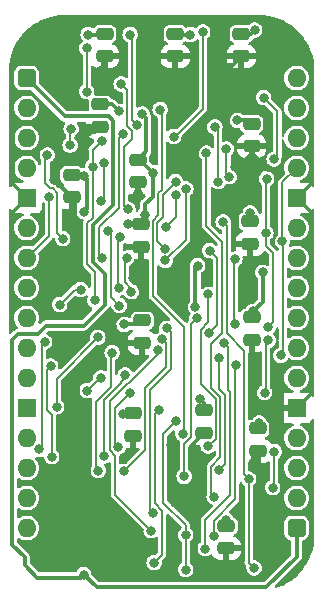
<source format=gbr>
%TF.GenerationSoftware,KiCad,Pcbnew,7.0.5*%
%TF.CreationDate,2023-12-15T11:52:41+02:00*%
%TF.ProjectId,W65C816 Clock Hold,57363543-3831-4362-9043-6c6f636b2048,rev?*%
%TF.SameCoordinates,Original*%
%TF.FileFunction,Copper,L2,Bot*%
%TF.FilePolarity,Positive*%
%FSLAX46Y46*%
G04 Gerber Fmt 4.6, Leading zero omitted, Abs format (unit mm)*
G04 Created by KiCad (PCBNEW 7.0.5) date 2023-12-15 11:52:41*
%MOMM*%
%LPD*%
G01*
G04 APERTURE LIST*
G04 Aperture macros list*
%AMRoundRect*
0 Rectangle with rounded corners*
0 $1 Rounding radius*
0 $2 $3 $4 $5 $6 $7 $8 $9 X,Y pos of 4 corners*
0 Add a 4 corners polygon primitive as box body*
4,1,4,$2,$3,$4,$5,$6,$7,$8,$9,$2,$3,0*
0 Add four circle primitives for the rounded corners*
1,1,$1+$1,$2,$3*
1,1,$1+$1,$4,$5*
1,1,$1+$1,$6,$7*
1,1,$1+$1,$8,$9*
0 Add four rect primitives between the rounded corners*
20,1,$1+$1,$2,$3,$4,$5,0*
20,1,$1+$1,$4,$5,$6,$7,0*
20,1,$1+$1,$6,$7,$8,$9,0*
20,1,$1+$1,$8,$9,$2,$3,0*%
G04 Aperture macros list end*
%TA.AperFunction,ComponentPad*%
%ADD10RoundRect,0.400000X-0.400000X-0.400000X0.400000X-0.400000X0.400000X0.400000X-0.400000X0.400000X0*%
%TD*%
%TA.AperFunction,ComponentPad*%
%ADD11O,1.600000X1.600000*%
%TD*%
%TA.AperFunction,ComponentPad*%
%ADD12R,1.600000X1.600000*%
%TD*%
%TA.AperFunction,SMDPad,CuDef*%
%ADD13RoundRect,0.250000X-0.475000X0.250000X-0.475000X-0.250000X0.475000X-0.250000X0.475000X0.250000X0*%
%TD*%
%TA.AperFunction,ViaPad*%
%ADD14C,0.800000*%
%TD*%
%TA.AperFunction,Conductor*%
%ADD15C,0.200000*%
%TD*%
%TA.AperFunction,Conductor*%
%ADD16C,0.380000*%
%TD*%
G04 APERTURE END LIST*
D10*
%TO.P,J1,1,Pin_1*%
%TO.N,/Clock Control Board/5V*%
X86360000Y-71120000D03*
D11*
%TO.P,J1,2,Pin_2*%
%TO.N,/Clock Control Board/~{Hold Low}*%
X86360000Y-73660000D03*
%TO.P,J1,3,Pin_3*%
%TO.N,/Clock Control Board/~{Hold High}*%
X86360000Y-76200000D03*
%TO.P,J1,4,Pin_4*%
%TO.N,/Clock Control Board/CLK*%
X86360000Y-78740000D03*
D12*
%TO.P,J1,5,Pin_5*%
%TO.N,/Clock Control Board/GND*%
X86360000Y-81280000D03*
D11*
%TO.P,J1,6,Pin_6*%
%TO.N,/Clock Control Board/~{CLK}*%
X86360000Y-83820000D03*
%TO.P,J1,7,Pin_7*%
%TO.N,/Clock Control Board/CLK_{IN}*%
X86360000Y-86360000D03*
%TO.P,J1,8,Pin_8*%
%TO.N,/Clock Control Board/~{Reset}*%
X86360000Y-88900000D03*
%TO.P,J1,9,Pin_9*%
%TO.N,/Clock Control Board/Hold Count_{0}D*%
X86360000Y-91440000D03*
%TO.P,J1,10,Pin_10*%
%TO.N,/Clock Control Board/Hold Count_{1}D*%
X86360000Y-93980000D03*
%TO.P,J1,11,Pin_11*%
%TO.N,/Clock Control Board/Hold Count_{2}D*%
X86360000Y-96520000D03*
D12*
%TO.P,J1,12,Pin_12*%
%TO.N,/Clock Control Board/GND*%
X86360000Y-99060000D03*
D11*
%TO.P,J1,13,Pin_13*%
%TO.N,/Clock Control Board/Hold Count_{3}D*%
X86360000Y-101600000D03*
%TO.P,J1,14,Pin_14*%
%TO.N,/Clock Control Board/HC Latch_{2}*%
X86360000Y-104140000D03*
%TO.P,J1,15,Pin_15*%
%TO.N,/Clock Control Board/HC Latch_{3}*%
X86360000Y-106680000D03*
%TO.P,J1,16,Pin_16*%
%TO.N,unconnected-(J1-Pin_16-Pad16)*%
X86360000Y-109220000D03*
D10*
%TO.P,J1,17,Pin_17*%
%TO.N,/Clock Control Board/5V*%
X109220000Y-109220000D03*
D11*
%TO.P,J1,18,Pin_18*%
%TO.N,/Clock Control Board/CLK High Pulse*%
X109220000Y-106680000D03*
%TO.P,J1,19,Pin_19*%
%TO.N,/Clock Control Board/~{HC=CC}*%
X109220000Y-104140000D03*
%TO.P,J1,20,Pin_20*%
%TO.N,/Clock Control Board/HC=CC*%
X109220000Y-101600000D03*
D12*
%TO.P,J1,21,Pin_21*%
%TO.N,/Clock Control Board/GND*%
X109220000Y-99060000D03*
D11*
%TO.P,J1,22,Pin_22*%
%TO.N,/Clock Control Board/HC Latch_{1}*%
X109220000Y-96520000D03*
%TO.P,J1,23,Pin_23*%
%TO.N,/Clock Control Board/HC Latch_{0}*%
X109220000Y-93980000D03*
%TO.P,J1,24,Pin_24*%
%TO.N,/Clock Control Board/~{PHI2}*%
X109220000Y-91440000D03*
%TO.P,J1,25,Pin_25*%
%TO.N,/Clock Control Board/Reset*%
X109220000Y-88900000D03*
%TO.P,J1,26,Pin_26*%
%TO.N,/Clock Control Board/Clk Count_{3}*%
X109220000Y-86360000D03*
%TO.P,J1,27,Pin_27*%
%TO.N,/Clock Control Board/Clk Count_{2}*%
X109220000Y-83820000D03*
D12*
%TO.P,J1,28,Pin_28*%
%TO.N,/Clock Control Board/GND*%
X109220000Y-81280000D03*
D11*
%TO.P,J1,29,Pin_29*%
%TO.N,/Clock Control Board/Clk Count_{1}*%
X109220000Y-78740000D03*
%TO.P,J1,30,Pin_30*%
%TO.N,/Clock Control Board/Clk Count_{0}*%
X109220000Y-76200000D03*
%TO.P,J1,31,Pin_31*%
%TO.N,/Clock Control Board/CLK Low Pulse*%
X109220000Y-73660000D03*
%TO.P,J1,32,Pin_32*%
%TO.N,/Clock Control Board/PHI2*%
X109220000Y-71120000D03*
%TD*%
D13*
%TO.P,C57,1*%
%TO.N,/Clock Control Board/3.3V*%
X101346000Y-99269000D03*
%TO.P,C57,2*%
%TO.N,/Clock Control Board/GND*%
X101346000Y-101169000D03*
%TD*%
%TO.P,C27,1*%
%TO.N,/Clock Control Board/3.3V*%
X105410000Y-91395000D03*
%TO.P,C27,2*%
%TO.N,/Clock Control Board/GND*%
X105410000Y-93295000D03*
%TD*%
%TO.P,C23,1*%
%TO.N,/Clock Control Board/3.3V*%
X104521000Y-67392000D03*
%TO.P,C23,2*%
%TO.N,/Clock Control Board/GND*%
X104521000Y-69292000D03*
%TD*%
%TO.P,C25,1*%
%TO.N,/Clock Control Board/3.3V*%
X105283000Y-83267000D03*
%TO.P,C25,2*%
%TO.N,/Clock Control Board/GND*%
X105283000Y-85167000D03*
%TD*%
%TO.P,C26,1*%
%TO.N,/Clock Control Board/3.3V*%
X96139000Y-91649000D03*
%TO.P,C26,2*%
%TO.N,/Clock Control Board/GND*%
X96139000Y-93549000D03*
%TD*%
%TO.P,C48,1*%
%TO.N,/Clock Control Board/3.3V*%
X95758000Y-78060000D03*
%TO.P,C48,2*%
%TO.N,/Clock Control Board/GND*%
X95758000Y-79960000D03*
%TD*%
%TO.P,C22,1*%
%TO.N,/Clock Control Board/3.3V*%
X98933000Y-67392000D03*
%TO.P,C22,2*%
%TO.N,/Clock Control Board/GND*%
X98933000Y-69292000D03*
%TD*%
%TO.P,C47,1*%
%TO.N,/Clock Control Board/3.3V*%
X92964000Y-67392000D03*
%TO.P,C47,2*%
%TO.N,/Clock Control Board/GND*%
X92964000Y-69292000D03*
%TD*%
%TO.P,C20,1*%
%TO.N,/Clock Control Board/3.3V*%
X105410000Y-75012000D03*
%TO.P,C20,2*%
%TO.N,/Clock Control Board/GND*%
X105410000Y-76912000D03*
%TD*%
%TO.P,C24,1*%
%TO.N,/Clock Control Board/3.3V*%
X92583000Y-73361000D03*
%TO.P,C24,2*%
%TO.N,/Clock Control Board/GND*%
X92583000Y-75261000D03*
%TD*%
%TO.P,C30,1*%
%TO.N,/Clock Control Board/3.3V*%
X103251000Y-109048000D03*
%TO.P,C30,2*%
%TO.N,/Clock Control Board/GND*%
X103251000Y-110948000D03*
%TD*%
%TO.P,C56,1*%
%TO.N,/Clock Control Board/3.3V*%
X90170000Y-79330000D03*
%TO.P,C56,2*%
%TO.N,/Clock Control Board/GND*%
X90170000Y-81230000D03*
%TD*%
%TO.P,C21,1*%
%TO.N,/Clock Control Board/3.3V*%
X96012000Y-83521000D03*
%TO.P,C21,2*%
%TO.N,/Clock Control Board/GND*%
X96012000Y-85421000D03*
%TD*%
%TO.P,C28,1*%
%TO.N,/Clock Control Board/3.3V*%
X95377000Y-99523000D03*
%TO.P,C28,2*%
%TO.N,/Clock Control Board/GND*%
X95377000Y-101423000D03*
%TD*%
%TO.P,C29,1*%
%TO.N,/Clock Control Board/3.3V*%
X105918000Y-100793000D03*
%TO.P,C29,2*%
%TO.N,/Clock Control Board/GND*%
X105918000Y-102693000D03*
%TD*%
D14*
%TO.N,/Clock Control Board/Hold Count_{2}D*%
X92645000Y-96520000D03*
X91479236Y-97588694D03*
%TO.N,/Clock Control Board/Hold Count_{3}D*%
X92384139Y-93087402D03*
X88900000Y-98932994D03*
%TO.N,/Clock Control Board/Hold Count_{0}*%
X87438000Y-102568186D03*
X87884000Y-93472000D03*
%TO.N,/Clock Control Board/Hold Count_{1}*%
X88488064Y-103181451D03*
X88392000Y-95504000D03*
%TO.N,/Clock Control Board/Hold Count_{2}*%
X94706581Y-96274581D03*
X92909321Y-103144207D03*
%TO.N,/Clock Control Board/Hold Count_{3}*%
X93599000Y-94361000D03*
X92422045Y-104352776D03*
%TO.N,/Clock Control Board/HC Latch_{3}*%
X99695000Y-104840000D03*
X100771587Y-91481274D03*
%TO.N,/Clock Control Board/HC Latch_{2}*%
X94628159Y-104414954D03*
X97828225Y-93232658D03*
%TO.N,/Clock Control Board/HC Latch_{1}*%
X102681000Y-94862817D03*
X102659000Y-104315641D03*
%TO.N,/Clock Control Board/HC Latch_{0}*%
X106797358Y-93326168D03*
X95092197Y-97783124D03*
X106506079Y-97768849D03*
X94107000Y-102362000D03*
%TO.N,/Clock Control Board/~{HC=CC}*%
X105156000Y-105061623D03*
X105610056Y-112595056D03*
X102997000Y-83312000D03*
%TO.N,/Clock Control Board/Clk Count_{3}*%
X103988999Y-91983198D03*
X103989000Y-86449373D03*
%TO.N,/Clock Control Board/Clk Count_{2}*%
X101854000Y-85725000D03*
X101792000Y-92748092D03*
%TO.N,/Clock Control Board/Clk Count_{1}*%
X108011161Y-84952542D03*
X107888000Y-94601689D03*
%TO.N,/Clock Control Board/Clk Count_{0}*%
X106611161Y-84236346D03*
X106807000Y-92202000D03*
X106682909Y-79647194D03*
%TO.N,/Clock Control Board/~{HC_{3}=CC_{3}}*%
X98218324Y-92311882D03*
X97016544Y-107912494D03*
%TO.N,/Clock Control Board/~{HC_{2}=CC_{2}}*%
X96900998Y-109444000D03*
X97449086Y-94158001D03*
%TO.N,/Clock Control Board/~{HC_{1}=CC_{1}}*%
X104081000Y-95434354D03*
X102181425Y-109911972D03*
%TO.N,/Clock Control Board/~{HC_{0}=CC_{0}}*%
X101481425Y-110958601D03*
X103084000Y-93552450D03*
%TO.N,/Clock Control Board/~{HC_{H}=CC_{H}}*%
X99829255Y-109790000D03*
X99822000Y-112744000D03*
X98995000Y-100183949D03*
%TO.N,/Clock Control Board/~{HC_{L}=CC_{L}}*%
X97155000Y-112141000D03*
X97536000Y-99187000D03*
%TO.N,/Clock Control Board/HC=CC*%
X97663000Y-73787000D03*
X99568000Y-101219000D03*
%TO.N,/Clock Control Board/GND*%
X105282996Y-88454000D03*
X89027000Y-105283000D03*
X95375269Y-88034941D03*
X105663994Y-96266000D03*
X92583000Y-70485000D03*
X102108000Y-69977000D03*
X98932992Y-107100431D03*
X90424017Y-87630017D03*
X88646000Y-79756000D03*
X105494000Y-103710528D03*
X98615500Y-102171500D03*
X89281000Y-101346000D03*
X91567010Y-75692000D03*
X95758002Y-80842535D03*
X100529998Y-102551849D03*
X107950000Y-97282000D03*
X90043000Y-70420000D03*
X89026994Y-109474000D03*
X104013000Y-78613000D03*
X89760974Y-107315010D03*
X106697000Y-112625343D03*
X91953071Y-94869000D03*
X87426615Y-112471385D03*
X104394000Y-81280000D03*
X100844223Y-113289186D03*
X100606475Y-85041475D03*
X88772990Y-75311000D03*
X94611302Y-103415093D03*
%TO.N,/Clock Control Board/3.3V*%
X94161002Y-73954714D03*
X100647507Y-90489000D03*
X94972654Y-83501115D03*
X103249809Y-108536324D03*
X105537000Y-90870000D03*
X104204988Y-74708000D03*
X106350774Y-87578220D03*
X91214000Y-82423000D03*
X94615000Y-91976000D03*
X96393000Y-82677000D03*
X105664000Y-67055986D03*
X105283000Y-82550000D03*
X94553022Y-99568000D03*
X96155822Y-74171571D03*
X100837998Y-86995000D03*
X97028000Y-79121000D03*
X101003013Y-98298000D03*
X106045030Y-100330000D03*
X91567000Y-67437000D03*
X100203000Y-67437000D03*
X91182950Y-79378050D03*
%TO.N,/Clock Control Board/~{Reset}*%
X89154000Y-90297000D03*
X94172000Y-88883311D03*
X90932000Y-89027000D03*
X94234000Y-84582000D03*
%TO.N,/Clock Control Board/5V*%
X91185994Y-113157000D03*
%TO.N,/Clock Control Board/Reset*%
X95222000Y-89216000D03*
X94826000Y-86373390D03*
%TO.N,/Clock Control Board/CLK*%
X92134022Y-89933907D03*
X91948000Y-78613000D03*
X101727000Y-102268500D03*
X101269931Y-67222630D03*
X92722319Y-76413000D03*
X101731255Y-89438305D03*
X98806004Y-76072996D03*
%TO.N,/Clock Control Board/~{CLK}*%
X92902694Y-78315402D03*
X103274824Y-77132394D03*
X103511607Y-79479231D03*
X92646035Y-81506000D03*
%TO.N,/Clock Control Board/~{CLK High Pulse}*%
X88110000Y-77628226D03*
X89408000Y-84709000D03*
%TO.N,/Clock Control Board/~{CLK High Reset Pulse}*%
X94496194Y-75880990D03*
X92772000Y-86366434D03*
%TO.N,/Clock Control Board/~{CLK Low Pulse}*%
X98094476Y-86563526D03*
X99834398Y-80510342D03*
%TO.N,/Clock Control Board/~{CLK Low Reset Pulse}*%
X98042269Y-85564887D03*
X102297693Y-75268000D03*
X98973078Y-79883000D03*
X102596743Y-79883000D03*
%TO.N,/Clock Control Board/~{Hold High}\u00B7CLK High Pulse\u00B7HC=CC*%
X95123000Y-67437000D03*
X95696529Y-75059859D03*
%TO.N,/Clock Control Board/CLK High Pulse*%
X90119449Y-75413479D03*
X102235000Y-106580000D03*
X101575510Y-77483340D03*
X90043408Y-76813479D03*
%TO.N,/Clock Control Board/CLK Low Pulse*%
X91440000Y-68580000D03*
X91440000Y-72263000D03*
X107315000Y-77978000D03*
X106426000Y-72771000D03*
%TO.N,/Clock Control Board/PHI2*%
X94932500Y-82232500D03*
X94361000Y-71628000D03*
%TO.N,/Clock Control Board/~{CLK}_{DRAGGED}*%
X98137000Y-83756504D03*
X98983615Y-81035862D03*
%TO.N,/Clock Control Board/Latch CHC*%
X107314994Y-102743000D03*
X107188000Y-105791000D03*
%TO.N,/Clock Control Board/CLK_{IN}*%
X88263371Y-81155486D03*
%TO.N,/Clock Control Board/~{PHI2}*%
X93218000Y-84044000D03*
X94213574Y-90399491D03*
%TD*%
D15*
%TO.N,/Clock Control Board/Hold Count_{2}D*%
X92547930Y-96520000D02*
X91479236Y-97588694D01*
X92645000Y-96520000D02*
X92547930Y-96520000D01*
%TO.N,/Clock Control Board/Hold Count_{3}D*%
X88900000Y-98932994D02*
X88900000Y-96571541D01*
X88900000Y-96571541D02*
X92384139Y-93087402D01*
%TO.N,/Clock Control Board/Hold Count_{0}*%
X87884000Y-93472000D02*
X87630000Y-93726000D01*
X87630000Y-102376186D02*
X87438000Y-102568186D01*
X87630000Y-93726000D02*
X87630000Y-102376186D01*
%TO.N,/Clock Control Board/Hold Count_{1}*%
X88392000Y-95504000D02*
X88073000Y-95823000D01*
X88488064Y-99638014D02*
X88488064Y-103181451D01*
X88073000Y-95823000D02*
X88073000Y-99222950D01*
X88073000Y-99222950D02*
X88488064Y-99638014D01*
%TO.N,/Clock Control Board/Hold Count_{2}*%
X92909321Y-103144207D02*
X92909321Y-98410365D01*
X94357895Y-96961790D02*
X94357895Y-96834791D01*
X94706581Y-96486105D02*
X94706581Y-96274581D01*
X94357895Y-96834791D02*
X94706581Y-96486105D01*
X92909321Y-98410365D02*
X94357895Y-96961790D01*
%TO.N,/Clock Control Board/Hold Count_{3}*%
X92209321Y-104140052D02*
X92209321Y-98544679D01*
X93472000Y-94488000D02*
X93599000Y-94361000D01*
X93472000Y-97282000D02*
X93472000Y-94488000D01*
X92422045Y-104352776D02*
X92209321Y-104140052D01*
X92209321Y-98544679D02*
X93472000Y-97282000D01*
%TO.N,/Clock Control Board/HC Latch_{3}*%
X99695000Y-104840000D02*
X99695000Y-102127036D01*
X100303001Y-91949860D02*
X100771587Y-91481274D01*
X100303001Y-101519035D02*
X100303001Y-91949860D01*
X99695000Y-102127036D02*
X100303001Y-101519035D01*
%TO.N,/Clock Control Board/HC Latch_{2}*%
X96417000Y-102626113D02*
X94628159Y-104414954D01*
X97828225Y-93232658D02*
X98170000Y-93574433D01*
X98170000Y-93574433D02*
X98170000Y-95574314D01*
X98170000Y-95574314D02*
X96417000Y-97327315D01*
X96417000Y-97327315D02*
X96417000Y-102626113D01*
%TO.N,/Clock Control Board/HC Latch_{1}*%
X103171000Y-97975629D02*
X103171000Y-103803641D01*
X102681000Y-97485629D02*
X103171000Y-97975629D01*
X103171000Y-103803641D02*
X102659000Y-104315641D01*
X102681000Y-94862817D02*
X102681000Y-97485629D01*
%TO.N,/Clock Control Board/HC Latch_{0}*%
X94107000Y-102362000D02*
X93853000Y-102108000D01*
X93853000Y-99022321D02*
X95092197Y-97783124D01*
X106615000Y-93508526D02*
X106615000Y-97659928D01*
X93853000Y-102108000D02*
X93853000Y-99022321D01*
X106797358Y-93326168D02*
X106615000Y-93508526D01*
X106615000Y-97659928D02*
X106506079Y-97768849D01*
%TO.N,/Clock Control Board/~{HC=CC}*%
X104781000Y-104686623D02*
X105156000Y-105061623D01*
X103288999Y-83603999D02*
X103288999Y-92724579D01*
X104781000Y-94216580D02*
X104781000Y-104686623D01*
X103288999Y-92724579D02*
X104781000Y-94216580D01*
X102997000Y-83312000D02*
X103288999Y-83603999D01*
X105156000Y-112141000D02*
X105610056Y-112595056D01*
X105156000Y-105061623D02*
X105156000Y-112141000D01*
%TO.N,/Clock Control Board/Clk Count_{3}*%
X103931527Y-86506846D02*
X103931527Y-91925726D01*
X103931527Y-91925726D02*
X103988999Y-91983198D01*
X103989000Y-86449373D02*
X103931527Y-86506846D01*
%TO.N,/Clock Control Board/Clk Count_{2}*%
X101854000Y-85725000D02*
X102489000Y-86360000D01*
X102489000Y-92051092D02*
X101792000Y-92748092D01*
X102489000Y-86360000D02*
X102489000Y-92051092D01*
%TO.N,/Clock Control Board/Clk Count_{1}*%
X108011161Y-79948839D02*
X108011161Y-84952542D01*
X108042986Y-84984367D02*
X108011161Y-84952542D01*
X109220000Y-78740000D02*
X108011161Y-79948839D01*
X108042986Y-94446703D02*
X108042986Y-84984367D01*
X107888000Y-94601689D02*
X108042986Y-94446703D01*
%TO.N,/Clock Control Board/Clk Count_{0}*%
X107225001Y-91783999D02*
X107225001Y-85946687D01*
X106611161Y-85332847D02*
X106611161Y-84236346D01*
X106611161Y-79718942D02*
X106682909Y-79647194D01*
X107225001Y-85946687D02*
X106611161Y-85332847D01*
X106807000Y-92202000D02*
X107225001Y-91783999D01*
X106611161Y-84236346D02*
X106611161Y-79718942D01*
%TO.N,/Clock Control Board/~{HC_{3}=CC_{3}}*%
X98570000Y-95740000D02*
X96817000Y-97493000D01*
X98218324Y-92311882D02*
X98570000Y-92663558D01*
X96817000Y-97493000D02*
X96817000Y-107712950D01*
X96817000Y-107712950D02*
X97016544Y-107912494D01*
X98570000Y-92663558D02*
X98570000Y-95740000D01*
%TO.N,/Clock Control Board/~{HC_{2}=CC_{2}}*%
X93407000Y-102651950D02*
X93407000Y-98478372D01*
X97449086Y-94522026D02*
X97449086Y-94158001D01*
X96900998Y-109444000D02*
X93856000Y-106399002D01*
X93856000Y-106399002D02*
X93856000Y-103100950D01*
X94996531Y-96974581D02*
X97449086Y-94522026D01*
X93407000Y-98478372D02*
X94910791Y-96974581D01*
X94910791Y-96974581D02*
X94996531Y-96974581D01*
X93856000Y-103100950D02*
X93407000Y-102651950D01*
%TO.N,/Clock Control Board/~{HC_{1}=CC_{1}}*%
X102181425Y-108614758D02*
X104013000Y-106783183D01*
X104013000Y-106783183D02*
X104013000Y-95502354D01*
X102181425Y-109911972D02*
X102181425Y-108614758D01*
X104013000Y-95502354D02*
X104081000Y-95434354D01*
%TO.N,/Clock Control Board/~{HC_{0}=CC_{0}}*%
X103381000Y-97539000D02*
X103571000Y-97729000D01*
X103571000Y-97729000D02*
X103571000Y-106429315D01*
X101481425Y-108518890D02*
X101481425Y-110958601D01*
X103571000Y-106429315D02*
X101481425Y-108518890D01*
X103381000Y-93849450D02*
X103381000Y-97539000D01*
X103084000Y-93552450D02*
X103381000Y-93849450D01*
%TO.N,/Clock Control Board/~{HC_{H}=CC_{H}}*%
X99822000Y-109797255D02*
X99822000Y-112744000D01*
X99829255Y-108986638D02*
X97915500Y-107072883D01*
X99829255Y-109790000D02*
X99829255Y-108986638D01*
X97915500Y-107072883D02*
X97915500Y-101263449D01*
X99829255Y-109790000D02*
X99822000Y-109797255D01*
X97915500Y-101263449D02*
X98995000Y-100183949D01*
%TO.N,/Clock Control Board/~{HC_{L}=CC_{L}}*%
X97217000Y-107123000D02*
X97217000Y-99506000D01*
X97155000Y-112141000D02*
X97833000Y-111463000D01*
X97833000Y-111463000D02*
X97833000Y-107739000D01*
X97217000Y-99506000D02*
X97536000Y-99187000D01*
X97833000Y-107739000D02*
X97217000Y-107123000D01*
%TO.N,/Clock Control Board/HC=CC*%
X99695000Y-92202000D02*
X99695000Y-101092000D01*
X97518000Y-82726863D02*
X97037000Y-83207863D01*
X99695000Y-101092000D02*
X99568000Y-101219000D01*
X97663000Y-73787000D02*
X97790000Y-73914000D01*
X97790000Y-73914000D02*
X97790000Y-80575964D01*
X97518000Y-80847965D02*
X97518000Y-82726863D01*
X97037000Y-89544000D02*
X99695000Y-92202000D01*
X97790000Y-80575964D02*
X97518000Y-80847965D01*
X97037000Y-83207863D02*
X97037000Y-89544000D01*
D16*
%TO.N,/Clock Control Board/GND*%
X94051450Y-93472938D02*
X93975387Y-93549000D01*
X93975387Y-93549000D02*
X93273071Y-93549000D01*
X104394000Y-81280000D02*
X104394000Y-78994000D01*
X105410000Y-93295000D02*
X105410000Y-96012006D01*
X91953071Y-94869000D02*
X90689236Y-96132835D01*
X95375269Y-88034941D02*
X95375269Y-87504731D01*
X106807000Y-78867000D02*
X105410000Y-77470000D01*
X85947085Y-74930000D02*
X88391990Y-74930000D01*
X107980000Y-111633000D02*
X107980000Y-106680000D01*
X98615500Y-102171500D02*
X98615500Y-106782939D01*
X109220000Y-81280000D02*
X110410000Y-80090000D01*
X95375269Y-87504731D02*
X96012000Y-86868000D01*
X94773943Y-103415093D02*
X94611302Y-103415093D01*
X86360000Y-81280000D02*
X85170000Y-80090000D01*
X104267000Y-78613000D02*
X105410000Y-77470000D01*
X92583000Y-70485000D02*
X92837000Y-70231000D01*
X85170000Y-80090000D02*
X85170000Y-75707085D01*
X92152000Y-75692000D02*
X91567010Y-75692000D01*
X89026994Y-110871006D02*
X89026994Y-109474000D01*
X105283000Y-88453996D02*
X105282996Y-88454000D01*
X88937000Y-75475010D02*
X88937000Y-79465000D01*
X95860903Y-90297000D02*
X94971063Y-91186840D01*
X107980000Y-106680000D02*
X107980000Y-103322229D01*
X94942229Y-91158006D02*
X94914235Y-91186000D01*
X93273071Y-93549000D02*
X91953071Y-94869000D01*
X102483814Y-113289186D02*
X100844223Y-113289186D01*
X85090000Y-86772915D02*
X85947102Y-87630017D01*
X95758000Y-79960000D02*
X95758000Y-80842533D01*
X103251000Y-112522000D02*
X102483814Y-113289186D01*
X100691425Y-108858864D02*
X98932992Y-107100431D01*
X106987657Y-112625343D02*
X107980000Y-111633000D01*
X106697000Y-112625343D02*
X106987657Y-112625343D01*
X92837000Y-70231000D02*
X92837000Y-69419000D01*
X85170000Y-75707085D02*
X85947085Y-74930000D01*
X109712915Y-77550000D02*
X108505000Y-77550000D01*
X110410000Y-78247085D02*
X109712915Y-77550000D01*
X88696000Y-79756000D02*
X88646000Y-79756000D01*
X110410000Y-80090000D02*
X110410000Y-78247085D01*
X108232004Y-102365629D02*
X107950000Y-102083625D01*
X100844223Y-113289186D02*
X100691425Y-113136388D01*
X110410000Y-97870000D02*
X109220000Y-99060000D01*
X95885000Y-90297000D02*
X95860903Y-90297000D01*
X105748000Y-103003094D02*
X105494000Y-103257094D01*
X89760974Y-108740020D02*
X89760974Y-107315010D01*
X98615500Y-106782939D02*
X98932992Y-107100431D01*
X94971063Y-91186840D02*
X94942229Y-91158006D01*
X108105000Y-77950000D02*
X108105000Y-78305228D01*
X87426615Y-112471385D02*
X89026994Y-110871006D01*
X105494000Y-103257094D02*
X105494000Y-103710528D01*
X89760974Y-107315010D02*
X89760974Y-106016974D01*
X96012000Y-90170000D02*
X95885000Y-90297000D01*
X85090000Y-82550000D02*
X85090000Y-86772915D01*
X104394000Y-78994000D02*
X104013000Y-78613000D01*
X86360000Y-81280000D02*
X85090000Y-82550000D01*
X95377000Y-101423000D02*
X95377000Y-102812036D01*
X108505000Y-77550000D02*
X108105000Y-77950000D01*
X89760974Y-106016974D02*
X89027000Y-105283000D01*
X95375269Y-88034941D02*
X95375269Y-88136269D01*
X101346000Y-101169000D02*
X100529998Y-101985002D01*
X93726000Y-91747771D02*
X93726000Y-93299613D01*
X94287771Y-91186000D02*
X93726000Y-91747771D01*
X93726000Y-93299613D02*
X93975387Y-93549000D01*
X88772990Y-75311000D02*
X88937000Y-75475010D01*
X108105000Y-78305228D02*
X107543228Y-78867000D01*
X95758000Y-80842533D02*
X95758002Y-80842535D01*
X96012000Y-86868000D02*
X96012000Y-85421000D01*
X89281000Y-105029000D02*
X89027000Y-105283000D01*
X96012000Y-88773000D02*
X96012000Y-90170000D01*
X103251000Y-110948000D02*
X103251000Y-112522000D01*
X104013000Y-78613000D02*
X104267000Y-78613000D01*
X104521000Y-69292000D02*
X103836000Y-69977000D01*
X90170000Y-81230000D02*
X88696000Y-79756000D01*
X108232004Y-103070225D02*
X108232004Y-102365629D01*
X89026994Y-109474000D02*
X89760974Y-108740020D01*
X105410000Y-96012006D02*
X105663994Y-96266000D01*
X107980000Y-103322229D02*
X108232004Y-103070225D01*
X100691425Y-113136388D02*
X100691425Y-108858864D01*
X96062938Y-93472938D02*
X94051450Y-93472938D01*
X92583000Y-75261000D02*
X92152000Y-75692000D01*
X90689236Y-96132835D02*
X90689236Y-99937764D01*
X94914235Y-91186000D02*
X94287771Y-91186000D01*
X109220000Y-81280000D02*
X110410000Y-82470000D01*
X90689236Y-99937764D02*
X89281000Y-101346000D01*
X100529998Y-101985002D02*
X100529998Y-102551849D01*
X85947102Y-87630017D02*
X90424017Y-87630017D01*
X107543228Y-78867000D02*
X106807000Y-78867000D01*
X107950000Y-102083625D02*
X107950000Y-97282000D01*
X89281000Y-101346000D02*
X89281000Y-105029000D01*
X88937000Y-79465000D02*
X88646000Y-79756000D01*
X90424000Y-87630000D02*
X90424017Y-87630017D01*
X105410000Y-77470000D02*
X105410000Y-76912000D01*
X110410000Y-82470000D02*
X110410000Y-97870000D01*
X90424000Y-81484000D02*
X90424000Y-87630000D01*
X95377000Y-102812036D02*
X94773943Y-103415093D01*
X105283000Y-85167000D02*
X105283000Y-88453996D01*
X95375269Y-88136269D02*
X96012000Y-88773000D01*
X88391990Y-74930000D02*
X88772990Y-75311000D01*
X103836000Y-69977000D02*
X102108000Y-69977000D01*
%TO.N,/Clock Control Board/3.3V*%
X95377000Y-99523000D02*
X94598022Y-99523000D01*
X92583000Y-73361000D02*
X93567288Y-73361000D01*
X95885000Y-83484000D02*
X94989769Y-83484000D01*
X106350774Y-90056226D02*
X105537000Y-90870000D01*
X105283000Y-83013000D02*
X105283000Y-82550000D01*
X96012000Y-77806000D02*
X96486529Y-77331471D01*
X91456035Y-82180965D02*
X91456035Y-79651135D01*
X97028000Y-81153000D02*
X96393000Y-81788000D01*
X97028000Y-79121000D02*
X97028000Y-81153000D01*
X101346000Y-99269000D02*
X101346000Y-98640987D01*
X96486529Y-77331471D02*
X96486529Y-74502278D01*
X95984000Y-91976000D02*
X94615000Y-91976000D01*
X91214000Y-82423000D02*
X91456035Y-82180965D01*
X100203000Y-67437000D02*
X98978000Y-67437000D01*
X105143000Y-74708000D02*
X104204988Y-74708000D01*
X100837998Y-86995000D02*
X100647507Y-87185491D01*
X90215004Y-79375004D02*
X91179904Y-79375004D01*
X105327986Y-67392000D02*
X105664000Y-67055986D01*
X94989769Y-83484000D02*
X94972654Y-83501115D01*
X96393000Y-81788000D02*
X96393000Y-82677000D01*
X96393000Y-82677000D02*
X96393000Y-83140000D01*
X96393000Y-83140000D02*
X96012000Y-83521000D01*
X96221000Y-78314000D02*
X97028000Y-79121000D01*
X106350774Y-87578220D02*
X106350774Y-90056226D01*
X105918000Y-100457030D02*
X106045030Y-100330000D01*
X93567288Y-73361000D02*
X94161002Y-73954714D01*
X94598022Y-99523000D02*
X94553022Y-99568000D01*
X101346000Y-98640987D02*
X101003013Y-98298000D01*
X104521000Y-67392000D02*
X105327986Y-67392000D01*
X91567000Y-67437000D02*
X92919000Y-67437000D01*
X96266000Y-91694000D02*
X95984000Y-91976000D01*
X96486529Y-74502278D02*
X96155822Y-74171571D01*
X105918000Y-100711030D02*
X105918000Y-100457030D01*
X105436362Y-90970638D02*
X105537000Y-90870000D01*
X91456035Y-79651135D02*
X91182950Y-79378050D01*
X100647507Y-87185491D02*
X100647507Y-90489000D01*
X91179904Y-79375004D02*
X91182950Y-79378050D01*
X105436362Y-91186000D02*
X105436362Y-90970638D01*
D15*
%TO.N,/Clock Control Board/~{Reset}*%
X94126000Y-84690000D02*
X94234000Y-84582000D01*
X90424000Y-89027000D02*
X89154000Y-90297000D01*
X90932000Y-89027000D02*
X90424000Y-89027000D01*
X94126000Y-88837311D02*
X94126000Y-84690000D01*
X94172000Y-88883311D02*
X94126000Y-88837311D01*
D16*
%TO.N,/Clock Control Board/5V*%
X90931994Y-113411000D02*
X87249000Y-113411000D01*
X92964000Y-87675663D02*
X91982000Y-86693663D01*
X85120000Y-93315000D02*
X85645000Y-92790000D01*
X93323097Y-74371000D02*
X89611000Y-74371000D01*
X87296000Y-92790000D02*
X88011000Y-92075000D01*
X91186000Y-92075000D02*
X92964000Y-90297000D01*
X91982000Y-86693663D02*
X91982000Y-83597085D01*
X93698000Y-81881085D02*
X93698000Y-74745903D01*
X88011000Y-92075000D02*
X91186000Y-92075000D01*
X85120000Y-110630450D02*
X85120000Y-93315000D01*
X93698000Y-74745903D02*
X93323097Y-74371000D01*
X92964000Y-90297000D02*
X92964000Y-87675663D01*
X85645000Y-92790000D02*
X87296000Y-92790000D01*
X86205334Y-111715784D02*
X85120000Y-110630450D01*
X87249000Y-113411000D02*
X86205334Y-112367334D01*
X92273994Y-114245000D02*
X91185994Y-113157000D01*
X86205334Y-112367334D02*
X86205334Y-111715784D01*
X106608000Y-114245000D02*
X92273994Y-114245000D01*
X109220000Y-111633000D02*
X106608000Y-114245000D01*
X91185994Y-113157000D02*
X90931994Y-113411000D01*
X109220000Y-109220000D02*
X109220000Y-111633000D01*
X91982000Y-83597085D02*
X93698000Y-81881085D01*
X89611000Y-74371000D02*
X86360000Y-71120000D01*
D15*
%TO.N,/Clock Control Board/Reset*%
X94653378Y-86546012D02*
X94653378Y-88374739D01*
X94653378Y-88374739D02*
X95222000Y-88943361D01*
X94826000Y-86373390D02*
X94653378Y-86546012D01*
X95222000Y-88943361D02*
X95222000Y-89216000D01*
%TO.N,/Clock Control Board/CLK*%
X91492000Y-86896628D02*
X91492000Y-83394121D01*
X91946035Y-82940086D02*
X91946035Y-78614965D01*
X101092000Y-97028000D02*
X101092000Y-92456000D01*
X91948000Y-77187319D02*
X91948000Y-78613000D01*
X91946035Y-78614965D02*
X91948000Y-78613000D01*
X101727000Y-102268500D02*
X101749317Y-102268500D01*
X92722319Y-76413000D02*
X91948000Y-77187319D01*
X102371000Y-101646817D02*
X102371000Y-98307000D01*
X101749317Y-102268500D02*
X102371000Y-101646817D01*
X92134022Y-87538650D02*
X91492000Y-86896628D01*
X101269931Y-67222630D02*
X101269931Y-73736069D01*
X101269931Y-73736069D02*
X98933004Y-76072996D01*
X101092000Y-92456000D02*
X101731255Y-91816745D01*
X101731255Y-91816745D02*
X101731255Y-89438305D01*
X98933004Y-76072996D02*
X98806004Y-76072996D01*
X91492000Y-83394121D02*
X91946035Y-82940086D01*
X92134022Y-89933907D02*
X92134022Y-87538650D01*
X102371000Y-98307000D02*
X101092000Y-97028000D01*
%TO.N,/Clock Control Board/~{CLK}*%
X103511607Y-79479231D02*
X103274824Y-79242448D01*
X92902694Y-81249341D02*
X92902694Y-78315402D01*
X92646035Y-81506000D02*
X92902694Y-81249341D01*
X103274824Y-79242448D02*
X103274824Y-77132394D01*
%TO.N,/Clock Control Board/~{CLK High Pulse}*%
X89408000Y-84709000D02*
X88965000Y-84266000D01*
X88557950Y-80456000D02*
X88356050Y-80456000D01*
X87946000Y-80045950D02*
X87946000Y-77792226D01*
X88356050Y-80456000D02*
X87946000Y-80045950D01*
X88965000Y-80863050D02*
X88557950Y-80456000D01*
X88965000Y-84266000D02*
X88965000Y-80863050D01*
X87946000Y-77792226D02*
X88110000Y-77628226D01*
%TO.N,/Clock Control Board/~{CLK High Reset Pulse}*%
X94496194Y-75880990D02*
X94188000Y-76189184D01*
X92518000Y-83754050D02*
X92518000Y-86112434D01*
X94188000Y-82084050D02*
X92518000Y-83754050D01*
X94188000Y-76189184D02*
X94188000Y-82084050D01*
X92518000Y-86112434D02*
X92772000Y-86366434D01*
%TO.N,/Clock Control Board/~{CLK Low Pulse}*%
X99822000Y-80522740D02*
X99834398Y-80510342D01*
X98094476Y-86563526D02*
X99822000Y-84836002D01*
X99822000Y-84836002D02*
X99822000Y-80522740D01*
%TO.N,/Clock Control Board/~{CLK Low Reset Pulse}*%
X102596743Y-79883000D02*
X102554000Y-79840257D01*
X97918000Y-81013650D02*
X97918000Y-82892549D01*
X97437000Y-84959618D02*
X98042269Y-85564887D01*
X102554000Y-79840257D02*
X102554000Y-75524307D01*
X98973078Y-79883000D02*
X98973078Y-79958572D01*
X97437000Y-83373552D02*
X97437000Y-84959618D01*
X97918000Y-82892549D02*
X97437000Y-83373552D01*
X98973078Y-79958572D02*
X97918000Y-81013650D01*
X102554000Y-75524307D02*
X102297693Y-75268000D01*
%TO.N,/Clock Control Board/~{Hold High}\u00B7CLK High Pulse\u00B7HC=CC*%
X95281458Y-74644788D02*
X95696529Y-75059859D01*
X95281458Y-67595458D02*
X95281458Y-74644788D01*
X95123000Y-67437000D02*
X95281458Y-67595458D01*
%TO.N,/Clock Control Board/CLK High Pulse*%
X102771000Y-98141314D02*
X102771000Y-103213691D01*
X101959000Y-106304000D02*
X102235000Y-106580000D01*
X90043408Y-76813479D02*
X90043408Y-75489520D01*
X101575510Y-77483340D02*
X101575510Y-83668510D01*
X90043408Y-75489520D02*
X90119449Y-75413479D01*
X101575510Y-83668510D02*
X102889000Y-84982000D01*
X101981000Y-93641529D02*
X101981000Y-97351314D01*
X102771000Y-103213691D02*
X101959000Y-104025691D01*
X101981000Y-97351314D02*
X102771000Y-98141314D01*
X102889000Y-84982000D02*
X102889000Y-92733529D01*
X102889000Y-92733529D02*
X101981000Y-93641529D01*
X101959000Y-104025691D02*
X101959000Y-106304000D01*
%TO.N,/Clock Control Board/CLK Low Pulse*%
X91440000Y-68580000D02*
X91440000Y-72263000D01*
X106426000Y-72771000D02*
X107589303Y-73934303D01*
X107589303Y-73934303D02*
X107589303Y-77703697D01*
X107589303Y-77703697D02*
X107315000Y-77978000D01*
%TO.N,/Clock Control Board/PHI2*%
X94361000Y-71628000D02*
X94861002Y-72128002D01*
X95250000Y-75603280D02*
X95250000Y-76315091D01*
X94861002Y-72128002D02*
X94861002Y-75214282D01*
X94615000Y-76950091D02*
X94615000Y-81915000D01*
X94615000Y-81915000D02*
X94932500Y-82232500D01*
X94861002Y-75214282D02*
X95250000Y-75603280D01*
X95250000Y-76315091D02*
X94615000Y-76950091D01*
%TO.N,/Clock Control Board/~{CLK}_{DRAGGED}*%
X98983615Y-82909889D02*
X98137000Y-83756504D01*
X98983615Y-81035862D02*
X98983615Y-82909889D01*
%TO.N,/Clock Control Board/Latch CHC*%
X107314994Y-102743000D02*
X107314994Y-105664006D01*
X107314994Y-105664006D02*
X107188000Y-105791000D01*
%TO.N,/Clock Control Board/CLK_{IN}*%
X86360000Y-86360000D02*
X88263371Y-84456629D01*
X88263371Y-84456629D02*
X88263371Y-81155486D01*
%TO.N,/Clock Control Board/~{PHI2}*%
X93218000Y-84044000D02*
X93471998Y-84297998D01*
X93471998Y-84297998D02*
X93471998Y-89657915D01*
X93471998Y-89657915D02*
X94213574Y-90399491D01*
%TD*%
%TA.AperFunction,Conductor*%
%TO.N,/Clock Control Board/GND*%
G36*
X110659926Y-82200381D02*
G01*
X110709332Y-82249786D01*
X110724500Y-82309213D01*
X110724500Y-98030786D01*
X110704815Y-98097825D01*
X110652011Y-98143580D01*
X110582853Y-98153524D01*
X110519297Y-98124499D01*
X110484318Y-98074120D01*
X110463353Y-98017911D01*
X110463350Y-98017906D01*
X110377190Y-97902812D01*
X110377187Y-97902809D01*
X110262093Y-97816649D01*
X110262086Y-97816645D01*
X110127379Y-97766403D01*
X110127372Y-97766401D01*
X110067844Y-97760000D01*
X109587070Y-97760000D01*
X109520031Y-97740315D01*
X109474276Y-97687511D01*
X109464332Y-97618353D01*
X109493357Y-97554797D01*
X109551074Y-97517339D01*
X109623954Y-97495232D01*
X109806450Y-97397685D01*
X109966410Y-97266410D01*
X110097685Y-97106450D01*
X110195232Y-96923954D01*
X110255300Y-96725934D01*
X110275583Y-96520000D01*
X110255300Y-96314066D01*
X110195232Y-96116046D01*
X110097685Y-95933550D01*
X110027645Y-95848205D01*
X109966410Y-95773589D01*
X109806452Y-95642317D01*
X109806453Y-95642317D01*
X109806450Y-95642315D01*
X109623954Y-95544768D01*
X109425934Y-95484700D01*
X109425932Y-95484699D01*
X109425934Y-95484699D01*
X109230498Y-95465451D01*
X109220000Y-95464417D01*
X109219999Y-95464417D01*
X109014067Y-95484699D01*
X108816043Y-95544769D01*
X108705897Y-95603643D01*
X108633550Y-95642315D01*
X108633548Y-95642316D01*
X108633547Y-95642317D01*
X108473589Y-95773589D01*
X108342317Y-95933547D01*
X108342315Y-95933550D01*
X108309878Y-95994235D01*
X108244769Y-96116043D01*
X108184699Y-96314067D01*
X108164417Y-96519999D01*
X108184699Y-96725932D01*
X108184700Y-96725934D01*
X108244768Y-96923954D01*
X108342315Y-97106450D01*
X108366615Y-97136060D01*
X108473589Y-97266410D01*
X108548816Y-97328146D01*
X108633550Y-97397685D01*
X108816046Y-97495232D01*
X108888925Y-97517339D01*
X108947364Y-97555637D01*
X108975820Y-97619449D01*
X108965260Y-97688516D01*
X108919036Y-97740910D01*
X108852930Y-97760000D01*
X108372155Y-97760000D01*
X108312627Y-97766401D01*
X108312620Y-97766403D01*
X108177913Y-97816645D01*
X108177906Y-97816649D01*
X108062812Y-97902809D01*
X108062809Y-97902812D01*
X107976649Y-98017906D01*
X107976645Y-98017913D01*
X107926403Y-98152620D01*
X107926401Y-98152627D01*
X107920000Y-98212155D01*
X107920000Y-98810000D01*
X108786314Y-98810000D01*
X108760507Y-98850156D01*
X108720000Y-98988111D01*
X108720000Y-99131889D01*
X108760507Y-99269844D01*
X108786314Y-99310000D01*
X107920000Y-99310000D01*
X107920000Y-99907844D01*
X107926401Y-99967372D01*
X107926403Y-99967379D01*
X107976645Y-100102086D01*
X107976649Y-100102093D01*
X108062809Y-100217187D01*
X108062812Y-100217190D01*
X108177906Y-100303350D01*
X108177913Y-100303354D01*
X108312620Y-100353596D01*
X108312627Y-100353598D01*
X108372155Y-100359999D01*
X108372172Y-100360000D01*
X108852930Y-100360000D01*
X108919969Y-100379685D01*
X108965724Y-100432489D01*
X108975668Y-100501647D01*
X108946643Y-100565203D01*
X108888925Y-100602660D01*
X108816046Y-100624768D01*
X108816043Y-100624769D01*
X108705897Y-100683643D01*
X108633550Y-100722315D01*
X108633548Y-100722316D01*
X108633547Y-100722317D01*
X108473589Y-100853589D01*
X108342317Y-101013547D01*
X108342315Y-101013550D01*
X108303643Y-101085897D01*
X108244769Y-101196043D01*
X108184699Y-101394067D01*
X108164417Y-101600000D01*
X108184699Y-101805932D01*
X108201775Y-101862224D01*
X108244768Y-102003954D01*
X108342315Y-102186450D01*
X108342317Y-102186452D01*
X108473589Y-102346410D01*
X108569545Y-102425158D01*
X108633550Y-102477685D01*
X108816046Y-102575232D01*
X109014066Y-102635300D01*
X109014065Y-102635300D01*
X109034347Y-102637297D01*
X109220000Y-102655583D01*
X109425934Y-102635300D01*
X109623954Y-102575232D01*
X109806450Y-102477685D01*
X109966410Y-102346410D01*
X110097685Y-102186450D01*
X110195232Y-102003954D01*
X110255300Y-101805934D01*
X110275583Y-101600000D01*
X110255300Y-101394066D01*
X110195232Y-101196046D01*
X110097685Y-101013550D01*
X110020371Y-100919342D01*
X109966410Y-100853589D01*
X109806452Y-100722317D01*
X109806453Y-100722317D01*
X109806450Y-100722315D01*
X109623954Y-100624768D01*
X109551074Y-100602660D01*
X109492636Y-100564363D01*
X109464180Y-100500551D01*
X109474740Y-100431484D01*
X109520964Y-100379090D01*
X109587070Y-100360000D01*
X110067828Y-100360000D01*
X110067844Y-100359999D01*
X110127372Y-100353598D01*
X110127379Y-100353596D01*
X110262086Y-100303354D01*
X110262093Y-100303350D01*
X110377187Y-100217190D01*
X110377190Y-100217187D01*
X110463350Y-100102093D01*
X110463354Y-100102086D01*
X110484318Y-100045880D01*
X110526189Y-99989946D01*
X110591653Y-99965529D01*
X110659926Y-99980381D01*
X110709332Y-100029786D01*
X110724500Y-100089213D01*
X110724500Y-109853646D01*
X110724441Y-109856350D01*
X110706811Y-110260141D01*
X110706339Y-110265532D01*
X110653762Y-110664895D01*
X110652822Y-110670224D01*
X110565634Y-111063504D01*
X110564234Y-111068731D01*
X110443106Y-111452898D01*
X110441255Y-111457983D01*
X110287102Y-111830143D01*
X110284815Y-111835047D01*
X110098819Y-112192342D01*
X110096113Y-112197028D01*
X109879674Y-112536770D01*
X109876570Y-112541203D01*
X109631351Y-112860779D01*
X109627872Y-112864924D01*
X109355735Y-113161909D01*
X109351909Y-113165735D01*
X109054924Y-113437872D01*
X109050779Y-113441351D01*
X108731203Y-113686570D01*
X108726770Y-113689674D01*
X108387028Y-113906113D01*
X108382342Y-113908819D01*
X108025047Y-114094815D01*
X108020143Y-114097102D01*
X107647983Y-114251255D01*
X107642898Y-114253106D01*
X107512717Y-114294152D01*
X107442861Y-114295538D01*
X107383346Y-114258936D01*
X107353066Y-114195969D01*
X107361636Y-114126627D01*
X107387746Y-114088213D01*
X109511528Y-111964431D01*
X109516696Y-111959812D01*
X109546557Y-111936001D01*
X109578694Y-111888862D01*
X109579982Y-111887046D01*
X109613852Y-111841157D01*
X109613853Y-111841155D01*
X109617743Y-111833794D01*
X109621359Y-111826287D01*
X109632455Y-111790315D01*
X109638157Y-111771824D01*
X109638881Y-111769628D01*
X109657711Y-111715820D01*
X109659249Y-111707685D01*
X109660500Y-111699392D01*
X109660500Y-111642414D01*
X109660542Y-111640133D01*
X109662675Y-111583123D01*
X109662674Y-111583122D01*
X109661635Y-111573893D01*
X109662492Y-111573796D01*
X109660500Y-111558688D01*
X109660500Y-110378731D01*
X109680185Y-110311692D01*
X109732989Y-110265938D01*
X109749905Y-110259656D01*
X109880398Y-110221744D01*
X110021865Y-110138081D01*
X110138081Y-110021865D01*
X110221744Y-109880398D01*
X110267598Y-109722569D01*
X110270500Y-109685694D01*
X110270500Y-108754306D01*
X110267598Y-108717431D01*
X110259778Y-108690516D01*
X110221745Y-108559606D01*
X110221744Y-108559603D01*
X110221744Y-108559602D01*
X110138081Y-108418135D01*
X110138079Y-108418133D01*
X110138076Y-108418129D01*
X110021870Y-108301923D01*
X110021862Y-108301917D01*
X109925229Y-108244769D01*
X109880398Y-108218256D01*
X109880397Y-108218255D01*
X109880396Y-108218255D01*
X109880393Y-108218254D01*
X109722573Y-108172402D01*
X109722567Y-108172401D01*
X109685701Y-108169500D01*
X109685694Y-108169500D01*
X108754306Y-108169500D01*
X108754298Y-108169500D01*
X108717432Y-108172401D01*
X108717426Y-108172402D01*
X108559606Y-108218254D01*
X108559603Y-108218255D01*
X108418137Y-108301917D01*
X108418129Y-108301923D01*
X108301923Y-108418129D01*
X108301917Y-108418137D01*
X108218255Y-108559603D01*
X108218254Y-108559606D01*
X108172402Y-108717426D01*
X108172401Y-108717432D01*
X108169500Y-108754298D01*
X108169500Y-109685701D01*
X108172401Y-109722567D01*
X108172402Y-109722573D01*
X108218254Y-109880393D01*
X108218255Y-109880396D01*
X108301917Y-110021862D01*
X108301923Y-110021870D01*
X108418129Y-110138076D01*
X108418133Y-110138079D01*
X108418135Y-110138081D01*
X108559602Y-110221744D01*
X108690095Y-110259656D01*
X108748980Y-110297262D01*
X108778187Y-110360734D01*
X108779500Y-110378732D01*
X108779500Y-111399176D01*
X108759815Y-111466215D01*
X108743181Y-111486857D01*
X106461858Y-113768181D01*
X106400535Y-113801666D01*
X106374177Y-113804500D01*
X92507817Y-113804500D01*
X92440778Y-113784815D01*
X92420136Y-113768181D01*
X91875995Y-113224040D01*
X91842510Y-113162717D01*
X91840581Y-113151315D01*
X91822231Y-113000182D01*
X91766214Y-112852477D01*
X91676477Y-112722470D01*
X91558234Y-112617717D01*
X91558232Y-112617716D01*
X91558231Y-112617715D01*
X91418359Y-112544303D01*
X91264980Y-112506500D01*
X91264979Y-112506500D01*
X91107009Y-112506500D01*
X91107008Y-112506500D01*
X90953628Y-112544303D01*
X90813756Y-112617715D01*
X90695510Y-112722471D01*
X90605775Y-112852475D01*
X90605774Y-112852476D01*
X90591365Y-112890471D01*
X90549187Y-112946174D01*
X90483589Y-112970231D01*
X90475423Y-112970500D01*
X87482823Y-112970500D01*
X87415784Y-112950815D01*
X87395142Y-112934181D01*
X86682153Y-112221192D01*
X86648668Y-112159869D01*
X86645834Y-112133511D01*
X86645834Y-111744012D01*
X86646224Y-111737064D01*
X86646283Y-111736545D01*
X86650499Y-111699127D01*
X86639898Y-111643105D01*
X86639511Y-111640826D01*
X86638199Y-111632123D01*
X86631019Y-111584478D01*
X86628572Y-111576547D01*
X86625811Y-111568656D01*
X86625811Y-111568653D01*
X86599182Y-111518269D01*
X86598158Y-111516241D01*
X86573404Y-111464838D01*
X86573402Y-111464833D01*
X86568742Y-111457999D01*
X86563761Y-111451249D01*
X86523481Y-111410970D01*
X86521873Y-111409300D01*
X86483085Y-111367498D01*
X86475816Y-111361701D01*
X86476351Y-111361029D01*
X86464260Y-111351749D01*
X85596819Y-110484308D01*
X85563334Y-110422985D01*
X85560500Y-110396627D01*
X85560500Y-110185015D01*
X85580185Y-110117976D01*
X85632989Y-110072221D01*
X85702147Y-110062277D01*
X85763167Y-110089164D01*
X85773550Y-110097685D01*
X85956046Y-110195232D01*
X86154066Y-110255300D01*
X86154065Y-110255300D01*
X86174347Y-110257297D01*
X86360000Y-110275583D01*
X86565934Y-110255300D01*
X86763954Y-110195232D01*
X86946450Y-110097685D01*
X87106410Y-109966410D01*
X87237685Y-109806450D01*
X87335232Y-109623954D01*
X87395300Y-109425934D01*
X87415583Y-109220000D01*
X87395300Y-109014066D01*
X87335232Y-108816046D01*
X87237685Y-108633550D01*
X87173766Y-108555664D01*
X87106410Y-108473589D01*
X86960937Y-108354204D01*
X86946450Y-108342315D01*
X86763954Y-108244768D01*
X86565934Y-108184700D01*
X86565932Y-108184699D01*
X86565934Y-108184699D01*
X86378463Y-108166235D01*
X86360000Y-108164417D01*
X86359999Y-108164417D01*
X86154067Y-108184699D01*
X85956043Y-108244769D01*
X85773546Y-108342317D01*
X85763164Y-108350838D01*
X85698853Y-108378150D01*
X85629986Y-108366358D01*
X85578426Y-108319205D01*
X85560500Y-108254984D01*
X85560500Y-107645015D01*
X85580185Y-107577976D01*
X85632989Y-107532221D01*
X85702147Y-107522277D01*
X85763167Y-107549164D01*
X85773550Y-107557685D01*
X85956046Y-107655232D01*
X86154066Y-107715300D01*
X86154065Y-107715300D01*
X86174347Y-107717297D01*
X86360000Y-107735583D01*
X86565934Y-107715300D01*
X86763954Y-107655232D01*
X86946450Y-107557685D01*
X87106410Y-107426410D01*
X87237685Y-107266450D01*
X87335232Y-107083954D01*
X87395300Y-106885934D01*
X87415583Y-106680000D01*
X87395300Y-106474066D01*
X87335232Y-106276046D01*
X87237685Y-106093550D01*
X87185702Y-106030209D01*
X87106410Y-105933589D01*
X86946452Y-105802317D01*
X86946453Y-105802317D01*
X86946450Y-105802315D01*
X86763954Y-105704768D01*
X86565934Y-105644700D01*
X86565932Y-105644699D01*
X86565934Y-105644699D01*
X86378463Y-105626235D01*
X86360000Y-105624417D01*
X86359999Y-105624417D01*
X86154067Y-105644699D01*
X85956043Y-105704769D01*
X85773546Y-105802317D01*
X85763164Y-105810838D01*
X85698853Y-105838150D01*
X85629986Y-105826358D01*
X85578426Y-105779205D01*
X85560500Y-105714984D01*
X85560500Y-105105015D01*
X85580185Y-105037976D01*
X85632989Y-104992221D01*
X85702147Y-104982277D01*
X85763167Y-105009164D01*
X85773550Y-105017685D01*
X85956046Y-105115232D01*
X86154066Y-105175300D01*
X86154065Y-105175300D01*
X86162391Y-105176120D01*
X86360000Y-105195583D01*
X86565934Y-105175300D01*
X86763954Y-105115232D01*
X86946450Y-105017685D01*
X87106410Y-104886410D01*
X87237685Y-104726450D01*
X87335232Y-104543954D01*
X87395300Y-104345934D01*
X87415583Y-104140000D01*
X87395300Y-103934066D01*
X87335232Y-103736046D01*
X87237685Y-103553550D01*
X87106410Y-103393590D01*
X87106409Y-103393589D01*
X87106407Y-103393586D01*
X87106197Y-103393376D01*
X87106121Y-103393238D01*
X87102545Y-103388880D01*
X87103371Y-103388201D01*
X87072712Y-103332053D01*
X87077696Y-103262361D01*
X87119568Y-103206428D01*
X87185032Y-103182011D01*
X87223551Y-103185297D01*
X87359015Y-103218686D01*
X87516985Y-103218686D01*
X87670365Y-103180882D01*
X87677377Y-103178223D01*
X87678586Y-103181411D01*
X87731903Y-103170492D01*
X87797064Y-103195706D01*
X87838250Y-103252146D01*
X87844644Y-103279112D01*
X87851827Y-103338270D01*
X87871021Y-103388880D01*
X87907844Y-103485974D01*
X87997581Y-103615981D01*
X88115824Y-103720734D01*
X88115826Y-103720735D01*
X88255698Y-103794147D01*
X88409078Y-103831951D01*
X88409079Y-103831951D01*
X88567049Y-103831951D01*
X88720429Y-103794147D01*
X88775281Y-103765358D01*
X88860304Y-103720734D01*
X88978547Y-103615981D01*
X89068284Y-103485974D01*
X89124301Y-103338269D01*
X89143342Y-103181451D01*
X89141317Y-103164769D01*
X89124301Y-103024632D01*
X89103056Y-102968614D01*
X89068284Y-102876928D01*
X88978547Y-102746921D01*
X88880336Y-102659914D01*
X88843211Y-102600727D01*
X88838564Y-102567100D01*
X88838564Y-99707494D01*
X88858249Y-99640455D01*
X88911053Y-99594700D01*
X88962564Y-99583494D01*
X88978985Y-99583494D01*
X89132365Y-99545690D01*
X89155688Y-99533449D01*
X89272240Y-99472277D01*
X89390483Y-99367524D01*
X89480220Y-99237517D01*
X89536237Y-99089812D01*
X89555278Y-98932994D01*
X89536237Y-98776176D01*
X89534843Y-98772501D01*
X89507351Y-98700011D01*
X89480220Y-98628471D01*
X89390483Y-98498464D01*
X89292272Y-98411457D01*
X89255147Y-98352270D01*
X89250500Y-98318643D01*
X89250500Y-96768084D01*
X89270185Y-96701045D01*
X89286814Y-96680408D01*
X92194864Y-93772357D01*
X92256185Y-93738874D01*
X92297410Y-93739441D01*
X92297707Y-93736998D01*
X92305153Y-93737902D01*
X92305154Y-93737902D01*
X92463124Y-93737902D01*
X92616504Y-93700098D01*
X92664990Y-93674650D01*
X92756379Y-93626685D01*
X92874622Y-93521932D01*
X92964359Y-93391925D01*
X93020376Y-93244220D01*
X93039417Y-93087402D01*
X93031433Y-93021643D01*
X93020376Y-92930583D01*
X92999131Y-92874565D01*
X92964359Y-92782879D01*
X92874622Y-92652872D01*
X92756379Y-92548119D01*
X92756377Y-92548118D01*
X92756376Y-92548117D01*
X92616504Y-92474705D01*
X92463125Y-92436902D01*
X92463124Y-92436902D01*
X92305154Y-92436902D01*
X92305153Y-92436902D01*
X92151773Y-92474705D01*
X92011901Y-92548117D01*
X91893655Y-92652873D01*
X91803920Y-92782877D01*
X91803919Y-92782878D01*
X91747901Y-92930583D01*
X91728861Y-93087401D01*
X91728861Y-93087402D01*
X91738863Y-93169784D01*
X91727402Y-93238707D01*
X91703448Y-93272410D01*
X89242690Y-95733167D01*
X89181367Y-95766652D01*
X89111675Y-95761668D01*
X89055742Y-95719796D01*
X89031325Y-95654332D01*
X89031912Y-95630544D01*
X89047278Y-95504000D01*
X89028237Y-95347182D01*
X88972220Y-95199477D01*
X88882483Y-95069470D01*
X88764240Y-94964717D01*
X88764238Y-94964716D01*
X88764237Y-94964715D01*
X88624365Y-94891303D01*
X88470986Y-94853500D01*
X88470985Y-94853500D01*
X88313015Y-94853500D01*
X88313014Y-94853500D01*
X88159634Y-94891303D01*
X88152623Y-94893963D01*
X88151896Y-94892046D01*
X88093615Y-94903721D01*
X88028562Y-94878228D01*
X87987619Y-94821612D01*
X87980500Y-94780200D01*
X87980500Y-94215331D01*
X88000185Y-94148292D01*
X88052989Y-94102537D01*
X88074827Y-94094934D01*
X88087814Y-94091733D01*
X88116365Y-94084696D01*
X88256240Y-94011283D01*
X88374483Y-93906530D01*
X88464220Y-93776523D01*
X88520237Y-93628818D01*
X88539278Y-93472000D01*
X88520237Y-93315182D01*
X88509351Y-93286479D01*
X88488940Y-93232658D01*
X88464220Y-93167477D01*
X88374483Y-93037470D01*
X88256240Y-92932717D01*
X88256238Y-92932716D01*
X88256237Y-92932715D01*
X88116365Y-92859303D01*
X88116360Y-92859301D01*
X88115858Y-92859178D01*
X88115529Y-92858986D01*
X88109350Y-92856643D01*
X88109739Y-92855615D01*
X88055479Y-92824019D01*
X88023694Y-92761798D01*
X88030593Y-92692270D01*
X88057854Y-92651106D01*
X88157144Y-92551816D01*
X88218466Y-92518334D01*
X88244823Y-92515500D01*
X91157772Y-92515500D01*
X91164712Y-92515889D01*
X91192140Y-92518980D01*
X91202656Y-92520165D01*
X91202656Y-92520164D01*
X91202657Y-92520165D01*
X91258704Y-92509559D01*
X91260971Y-92509175D01*
X91317306Y-92500685D01*
X91325277Y-92498226D01*
X91333127Y-92495479D01*
X91333127Y-92495478D01*
X91333131Y-92495478D01*
X91383529Y-92468840D01*
X91385575Y-92467808D01*
X91436946Y-92443070D01*
X91436948Y-92443067D01*
X91443804Y-92438393D01*
X91450532Y-92433429D01*
X91457364Y-92426597D01*
X91490837Y-92393122D01*
X91492460Y-92391558D01*
X91534287Y-92352750D01*
X91534289Y-92352746D01*
X91540082Y-92345482D01*
X91540758Y-92346021D01*
X91550031Y-92333928D01*
X93255528Y-90628431D01*
X93260696Y-90623812D01*
X93290557Y-90600001D01*
X93322694Y-90552863D01*
X93324001Y-90551022D01*
X93356013Y-90507647D01*
X93411660Y-90465399D01*
X93481316Y-90459942D01*
X93542865Y-90493010D01*
X93576177Y-90551605D01*
X93577336Y-90556308D01*
X93611283Y-90645818D01*
X93633354Y-90704014D01*
X93723091Y-90834021D01*
X93841334Y-90938774D01*
X93841336Y-90938775D01*
X93981208Y-91012187D01*
X94134588Y-91049991D01*
X94134589Y-91049991D01*
X94292559Y-91049991D01*
X94445939Y-91012187D01*
X94585814Y-90938774D01*
X94704057Y-90834021D01*
X94793794Y-90704014D01*
X94849811Y-90556309D01*
X94868852Y-90399491D01*
X94868520Y-90396752D01*
X94849811Y-90242672D01*
X94816441Y-90154684D01*
X94793794Y-90094968D01*
X94704057Y-89964961D01*
X94585814Y-89860208D01*
X94585812Y-89860207D01*
X94585811Y-89860206D01*
X94445940Y-89786795D01*
X94323733Y-89756674D01*
X94263352Y-89721518D01*
X94231564Y-89659298D01*
X94238460Y-89589770D01*
X94281851Y-89535007D01*
X94323732Y-89515880D01*
X94404365Y-89496007D01*
X94470680Y-89461201D01*
X94539186Y-89447476D01*
X94604240Y-89472968D01*
X94635574Y-89515312D01*
X94638296Y-89513884D01*
X94641778Y-89520519D01*
X94641780Y-89520523D01*
X94731517Y-89650530D01*
X94849760Y-89755283D01*
X94852010Y-89756464D01*
X94989634Y-89828696D01*
X95143014Y-89866500D01*
X95143015Y-89866500D01*
X95300985Y-89866500D01*
X95454365Y-89828696D01*
X95513094Y-89797872D01*
X95594240Y-89755283D01*
X95712483Y-89650530D01*
X95802220Y-89520523D01*
X95858237Y-89372818D01*
X95877278Y-89216000D01*
X95873371Y-89183818D01*
X95858237Y-89059181D01*
X95827050Y-88976949D01*
X95802220Y-88911477D01*
X95712483Y-88781470D01*
X95594240Y-88676717D01*
X95594238Y-88676716D01*
X95594237Y-88676715D01*
X95454367Y-88603304D01*
X95386084Y-88586474D01*
X95328079Y-88553758D01*
X95040197Y-88265876D01*
X95006712Y-88204553D01*
X95003878Y-88178195D01*
X95003878Y-87089643D01*
X95023563Y-87022604D01*
X95070252Y-86979847D01*
X95071618Y-86979130D01*
X95198240Y-86912673D01*
X95316483Y-86807920D01*
X95406220Y-86677913D01*
X95462237Y-86530208D01*
X95462254Y-86530063D01*
X95462297Y-86529963D01*
X95464032Y-86522926D01*
X95465201Y-86523214D01*
X95489867Y-86465886D01*
X95547797Y-86426823D01*
X95585351Y-86420999D01*
X95761999Y-86420999D01*
X95762000Y-86420998D01*
X95762000Y-85671000D01*
X94787001Y-85671000D01*
X94755660Y-85702341D01*
X94697654Y-85735056D01*
X94630174Y-85751688D01*
X94560371Y-85748619D01*
X94503309Y-85708299D01*
X94477104Y-85643529D01*
X94476500Y-85631311D01*
X94476500Y-85264335D01*
X94496185Y-85197296D01*
X94542873Y-85154540D01*
X94606240Y-85121283D01*
X94606240Y-85121282D01*
X94611390Y-85118580D01*
X94679898Y-85104856D01*
X94744951Y-85130348D01*
X94756696Y-85140696D01*
X94787000Y-85171000D01*
X96138000Y-85171000D01*
X96205039Y-85190685D01*
X96250794Y-85243489D01*
X96262000Y-85295000D01*
X96262000Y-86420999D01*
X96536972Y-86420999D01*
X96536981Y-86420998D01*
X96549896Y-86419679D01*
X96618589Y-86432448D01*
X96669474Y-86480327D01*
X96686500Y-86543037D01*
X96686500Y-89494788D01*
X96683861Y-89520232D01*
X96681957Y-89529311D01*
X96681957Y-89529317D01*
X96686023Y-89561937D01*
X96686500Y-89569614D01*
X96686500Y-89573040D01*
X96689232Y-89589420D01*
X96689876Y-89593276D01*
X96690245Y-89595808D01*
X96696427Y-89645393D01*
X96698520Y-89652426D01*
X96700907Y-89659379D01*
X96700908Y-89659381D01*
X96702052Y-89661494D01*
X96724691Y-89703330D01*
X96725864Y-89705608D01*
X96747802Y-89750484D01*
X96747804Y-89750486D01*
X96752071Y-89756464D01*
X96756582Y-89762259D01*
X96793341Y-89796098D01*
X96795190Y-89797872D01*
X98462383Y-91465065D01*
X98495868Y-91526388D01*
X98490884Y-91596080D01*
X98449012Y-91652013D01*
X98383548Y-91676430D01*
X98345028Y-91673143D01*
X98297310Y-91661382D01*
X98297309Y-91661382D01*
X98139339Y-91661382D01*
X98139338Y-91661382D01*
X97985958Y-91699185D01*
X97846086Y-91772597D01*
X97727840Y-91877353D01*
X97638105Y-92007357D01*
X97638104Y-92007358D01*
X97582086Y-92155063D01*
X97563046Y-92311881D01*
X97563046Y-92311882D01*
X97582087Y-92468701D01*
X97582087Y-92468703D01*
X97593261Y-92498166D01*
X97598628Y-92567829D01*
X97565480Y-92629335D01*
X97534946Y-92651932D01*
X97455986Y-92693374D01*
X97455984Y-92693375D01*
X97455985Y-92693375D01*
X97373315Y-92766614D01*
X97338177Y-92797743D01*
X97274943Y-92827464D01*
X97205680Y-92818280D01*
X97168269Y-92792608D01*
X97082345Y-92706684D01*
X96933124Y-92614643D01*
X96933119Y-92614641D01*
X96840859Y-92584069D01*
X96783414Y-92544296D01*
X96756591Y-92479780D01*
X96768906Y-92411004D01*
X96816449Y-92359804D01*
X96836533Y-92350180D01*
X96838357Y-92349500D01*
X96856331Y-92342796D01*
X96971546Y-92256546D01*
X97057796Y-92141331D01*
X97108091Y-92006483D01*
X97114500Y-91946873D01*
X97114499Y-91351128D01*
X97108091Y-91291517D01*
X97086663Y-91234066D01*
X97057797Y-91156671D01*
X97057793Y-91156664D01*
X96971547Y-91041455D01*
X96971544Y-91041452D01*
X96856335Y-90955206D01*
X96856328Y-90955202D01*
X96721482Y-90904908D01*
X96721483Y-90904908D01*
X96661883Y-90898501D01*
X96661881Y-90898500D01*
X96661873Y-90898500D01*
X96661864Y-90898500D01*
X95616129Y-90898500D01*
X95616123Y-90898501D01*
X95556516Y-90904908D01*
X95421671Y-90955202D01*
X95421664Y-90955206D01*
X95306455Y-91041452D01*
X95306452Y-91041455D01*
X95220206Y-91156664D01*
X95220202Y-91156671D01*
X95169908Y-91291516D01*
X95164863Y-91338448D01*
X95138125Y-91402999D01*
X95080733Y-91442847D01*
X95010907Y-91445340D01*
X94983948Y-91434988D01*
X94847365Y-91363303D01*
X94693986Y-91325500D01*
X94693985Y-91325500D01*
X94536015Y-91325500D01*
X94536014Y-91325500D01*
X94382634Y-91363303D01*
X94242762Y-91436715D01*
X94210761Y-91465065D01*
X94125845Y-91540294D01*
X94124516Y-91541471D01*
X94034781Y-91671475D01*
X94034780Y-91671476D01*
X93978762Y-91819181D01*
X93959722Y-91975999D01*
X93959722Y-91976000D01*
X93978762Y-92132818D01*
X94030809Y-92270052D01*
X94034780Y-92280523D01*
X94124517Y-92410530D01*
X94242760Y-92515283D01*
X94243917Y-92515890D01*
X94382634Y-92588696D01*
X94536014Y-92626500D01*
X94536015Y-92626500D01*
X94693985Y-92626500D01*
X94847365Y-92588696D01*
X94856181Y-92584069D01*
X94987240Y-92515283D01*
X95063544Y-92447683D01*
X95126778Y-92417963D01*
X95145771Y-92416500D01*
X95228879Y-92416500D01*
X95295918Y-92436185D01*
X95341673Y-92488989D01*
X95351617Y-92558147D01*
X95322592Y-92621703D01*
X95293976Y-92646039D01*
X95195654Y-92706684D01*
X95071684Y-92830654D01*
X94979643Y-92979875D01*
X94979641Y-92979880D01*
X94924494Y-93146302D01*
X94924493Y-93146309D01*
X94914000Y-93249013D01*
X94914000Y-93299000D01*
X96265000Y-93299000D01*
X96332039Y-93318685D01*
X96377794Y-93371489D01*
X96389000Y-93423000D01*
X96389000Y-94548999D01*
X96627068Y-94548999D01*
X96694107Y-94568684D01*
X96739862Y-94621488D01*
X96749806Y-94690646D01*
X96720781Y-94754202D01*
X96714749Y-94760680D01*
X95481193Y-95994235D01*
X95419870Y-96027720D01*
X95350178Y-96022736D01*
X95294245Y-95980864D01*
X95291243Y-95976105D01*
X95291062Y-95976231D01*
X95271956Y-95948551D01*
X95197064Y-95840051D01*
X95078821Y-95735298D01*
X95078819Y-95735297D01*
X95078818Y-95735296D01*
X94938946Y-95661884D01*
X94785567Y-95624081D01*
X94785566Y-95624081D01*
X94627596Y-95624081D01*
X94627595Y-95624081D01*
X94474215Y-95661884D01*
X94334343Y-95735296D01*
X94216097Y-95840052D01*
X94126362Y-95970056D01*
X94126361Y-95970057D01*
X94070344Y-96117761D01*
X94069596Y-96123923D01*
X94041974Y-96188101D01*
X93984040Y-96227157D01*
X93914187Y-96228692D01*
X93854593Y-96192217D01*
X93824179Y-96129315D01*
X93822500Y-96108976D01*
X93822500Y-95053309D01*
X93842185Y-94986270D01*
X93888874Y-94943513D01*
X93959943Y-94906212D01*
X93971240Y-94900283D01*
X94089483Y-94795530D01*
X94179220Y-94665523D01*
X94235237Y-94517818D01*
X94254278Y-94361000D01*
X94238526Y-94231265D01*
X94235237Y-94204181D01*
X94202622Y-94118183D01*
X94179220Y-94056477D01*
X94089483Y-93926470D01*
X93971240Y-93821717D01*
X93971238Y-93821716D01*
X93971237Y-93821715D01*
X93927958Y-93799000D01*
X94914001Y-93799000D01*
X94914001Y-93848986D01*
X94924494Y-93951697D01*
X94979641Y-94118119D01*
X94979643Y-94118124D01*
X95071684Y-94267345D01*
X95195654Y-94391315D01*
X95344875Y-94483356D01*
X95344880Y-94483358D01*
X95511302Y-94538505D01*
X95511309Y-94538506D01*
X95614019Y-94548999D01*
X95888999Y-94548999D01*
X95889000Y-94548998D01*
X95889000Y-93799000D01*
X94914001Y-93799000D01*
X93927958Y-93799000D01*
X93831365Y-93748303D01*
X93677986Y-93710500D01*
X93677985Y-93710500D01*
X93520015Y-93710500D01*
X93520014Y-93710500D01*
X93366634Y-93748303D01*
X93226762Y-93821715D01*
X93108516Y-93926471D01*
X93018781Y-94056475D01*
X93018780Y-94056476D01*
X92962762Y-94204181D01*
X92943722Y-94360999D01*
X92943722Y-94361000D01*
X92962762Y-94517818D01*
X93017337Y-94661719D01*
X93018780Y-94665523D01*
X93082962Y-94758507D01*
X93099550Y-94782539D01*
X93121433Y-94848894D01*
X93121500Y-94852979D01*
X93121500Y-95830315D01*
X93101815Y-95897354D01*
X93049011Y-95943109D01*
X92979853Y-95953053D01*
X92939874Y-95940111D01*
X92877365Y-95907303D01*
X92723986Y-95869500D01*
X92723985Y-95869500D01*
X92566015Y-95869500D01*
X92566014Y-95869500D01*
X92412634Y-95907303D01*
X92272762Y-95980715D01*
X92154516Y-96085471D01*
X92064781Y-96215475D01*
X92064780Y-96215476D01*
X92008762Y-96363181D01*
X91989722Y-96519999D01*
X91989722Y-96527499D01*
X91987277Y-96527499D01*
X91977742Y-96584766D01*
X91953799Y-96618447D01*
X91668510Y-96903736D01*
X91607187Y-96937221D01*
X91565957Y-96936698D01*
X91565666Y-96939098D01*
X91558221Y-96938194D01*
X91400251Y-96938194D01*
X91400250Y-96938194D01*
X91246870Y-96975997D01*
X91106998Y-97049409D01*
X90988752Y-97154165D01*
X90899017Y-97284169D01*
X90899016Y-97284170D01*
X90842998Y-97431875D01*
X90823958Y-97588693D01*
X90823958Y-97588694D01*
X90842998Y-97745512D01*
X90899015Y-97893216D01*
X90899016Y-97893217D01*
X90988753Y-98023224D01*
X91106996Y-98127977D01*
X91106998Y-98127978D01*
X91246870Y-98201390D01*
X91400250Y-98239194D01*
X91400251Y-98239194D01*
X91558221Y-98239194D01*
X91711601Y-98201390D01*
X91746329Y-98183162D01*
X91814836Y-98169436D01*
X91879889Y-98194927D01*
X91920835Y-98251542D01*
X91924672Y-98321306D01*
X91901813Y-98369116D01*
X91896804Y-98375552D01*
X91893296Y-98382032D01*
X91890082Y-98388610D01*
X91890081Y-98388612D01*
X91890081Y-98388613D01*
X91875827Y-98436488D01*
X91875046Y-98438925D01*
X91858820Y-98486191D01*
X91857615Y-98493412D01*
X91856703Y-98500727D01*
X91858767Y-98550628D01*
X91858820Y-98553190D01*
X91858820Y-103985308D01*
X91844617Y-104042933D01*
X91841824Y-104048254D01*
X91785808Y-104195957D01*
X91766767Y-104352775D01*
X91766767Y-104352776D01*
X91785807Y-104509594D01*
X91830369Y-104627093D01*
X91841825Y-104657299D01*
X91931562Y-104787306D01*
X92049805Y-104892059D01*
X92049807Y-104892060D01*
X92189679Y-104965472D01*
X92343059Y-105003276D01*
X92343060Y-105003276D01*
X92501030Y-105003276D01*
X92654410Y-104965472D01*
X92675816Y-104954237D01*
X92794285Y-104892059D01*
X92912528Y-104787306D01*
X93002265Y-104657299D01*
X93058282Y-104509594D01*
X93077323Y-104352776D01*
X93069617Y-104289306D01*
X93058282Y-104195957D01*
X93002265Y-104048254D01*
X93002265Y-104048253D01*
X92952720Y-103976475D01*
X92930838Y-103910122D01*
X92948303Y-103842470D01*
X92999571Y-103795000D01*
X93025097Y-103785639D01*
X93141686Y-103756903D01*
X93218160Y-103716766D01*
X93281561Y-103683490D01*
X93299272Y-103667799D01*
X93362506Y-103638077D01*
X93431769Y-103647261D01*
X93485073Y-103692433D01*
X93505493Y-103759252D01*
X93505500Y-103760614D01*
X93505500Y-106349790D01*
X93502861Y-106375234D01*
X93500957Y-106384313D01*
X93500957Y-106384319D01*
X93505023Y-106416939D01*
X93505500Y-106424616D01*
X93505500Y-106428042D01*
X93507745Y-106441500D01*
X93508876Y-106448278D01*
X93509245Y-106450810D01*
X93515427Y-106500395D01*
X93517520Y-106507428D01*
X93519907Y-106514381D01*
X93519908Y-106514383D01*
X93527608Y-106528611D01*
X93543691Y-106558332D01*
X93544864Y-106560610D01*
X93566802Y-106605486D01*
X93566804Y-106605488D01*
X93571071Y-106611466D01*
X93575582Y-106617261D01*
X93612341Y-106651100D01*
X93614190Y-106652874D01*
X96220307Y-109258991D01*
X96253792Y-109320314D01*
X96255722Y-109361617D01*
X96245720Y-109443999D01*
X96245720Y-109444000D01*
X96264760Y-109600818D01*
X96310934Y-109722567D01*
X96320778Y-109748523D01*
X96410515Y-109878530D01*
X96528758Y-109983283D01*
X96528760Y-109983284D01*
X96668632Y-110056696D01*
X96822012Y-110094500D01*
X96822013Y-110094500D01*
X96979983Y-110094500D01*
X97133363Y-110056696D01*
X97273235Y-109983285D01*
X97273236Y-109983283D01*
X97273238Y-109983283D01*
X97276270Y-109980596D01*
X97278967Y-109979328D01*
X97279410Y-109979023D01*
X97279460Y-109979096D01*
X97339501Y-109950873D01*
X97408765Y-109960053D01*
X97462070Y-110005223D01*
X97482492Y-110072042D01*
X97482500Y-110073409D01*
X97482500Y-111266455D01*
X97462815Y-111333494D01*
X97446181Y-111354137D01*
X97344274Y-111456043D01*
X97282951Y-111489527D01*
X97241721Y-111489004D01*
X97241430Y-111491404D01*
X97233985Y-111490500D01*
X97076015Y-111490500D01*
X97076014Y-111490500D01*
X96922634Y-111528303D01*
X96782762Y-111601715D01*
X96738120Y-111641264D01*
X96672507Y-111699392D01*
X96664516Y-111706471D01*
X96574781Y-111836475D01*
X96574780Y-111836476D01*
X96518762Y-111984181D01*
X96499722Y-112140999D01*
X96499722Y-112141000D01*
X96518762Y-112297818D01*
X96561326Y-112410047D01*
X96574780Y-112445523D01*
X96664517Y-112575530D01*
X96782760Y-112680283D01*
X96782762Y-112680284D01*
X96922634Y-112753696D01*
X97076014Y-112791500D01*
X97076015Y-112791500D01*
X97233985Y-112791500D01*
X97387365Y-112753696D01*
X97405841Y-112743999D01*
X97527240Y-112680283D01*
X97645483Y-112575530D01*
X97735220Y-112445523D01*
X97791237Y-112297818D01*
X97810278Y-112141000D01*
X97800274Y-112058616D01*
X97811734Y-111989695D01*
X97835686Y-111955993D01*
X98046043Y-111745636D01*
X98065894Y-111729516D01*
X98073669Y-111724437D01*
X98093864Y-111698488D01*
X98098942Y-111692737D01*
X98101375Y-111690306D01*
X98113301Y-111673600D01*
X98114804Y-111671584D01*
X98145517Y-111632126D01*
X98145519Y-111632117D01*
X98149017Y-111625655D01*
X98152241Y-111619063D01*
X98157405Y-111601717D01*
X98166506Y-111571144D01*
X98167264Y-111568777D01*
X98183500Y-111521488D01*
X98183500Y-111521481D01*
X98184706Y-111514258D01*
X98185617Y-111506951D01*
X98183553Y-111457041D01*
X98183500Y-111454478D01*
X98183500Y-108135926D01*
X98203185Y-108068887D01*
X98255989Y-108023132D01*
X98325147Y-108013188D01*
X98388703Y-108042213D01*
X98395166Y-108048231D01*
X98932659Y-108585724D01*
X99438441Y-109091506D01*
X99471926Y-109152829D01*
X99466942Y-109222521D01*
X99432987Y-109272002D01*
X99338773Y-109355468D01*
X99249036Y-109485475D01*
X99249035Y-109485476D01*
X99193017Y-109633181D01*
X99173977Y-109789999D01*
X99173977Y-109790000D01*
X99193017Y-109946818D01*
X99244162Y-110081675D01*
X99249035Y-110094523D01*
X99276831Y-110134794D01*
X99338772Y-110224531D01*
X99407538Y-110285451D01*
X99420870Y-110297262D01*
X99429726Y-110305107D01*
X99466853Y-110364296D01*
X99471500Y-110397923D01*
X99471500Y-112129649D01*
X99451815Y-112196688D01*
X99429728Y-112222462D01*
X99352895Y-112290531D01*
X99331516Y-112309471D01*
X99241781Y-112439475D01*
X99241780Y-112439476D01*
X99185762Y-112587181D01*
X99166722Y-112743999D01*
X99166722Y-112744000D01*
X99185762Y-112900818D01*
X99234597Y-113029584D01*
X99241780Y-113048523D01*
X99331517Y-113178530D01*
X99449760Y-113283283D01*
X99449762Y-113283284D01*
X99589634Y-113356696D01*
X99743014Y-113394500D01*
X99743015Y-113394500D01*
X99900985Y-113394500D01*
X100054365Y-113356696D01*
X100054364Y-113356695D01*
X100194240Y-113283283D01*
X100312483Y-113178530D01*
X100402220Y-113048523D01*
X100458237Y-112900818D01*
X100477278Y-112744000D01*
X100469542Y-112680283D01*
X100458237Y-112587181D01*
X100430659Y-112514465D01*
X100402220Y-112439477D01*
X100312483Y-112309470D01*
X100214271Y-112222463D01*
X100177145Y-112163274D01*
X100172499Y-112129648D01*
X100172499Y-110410779D01*
X100192184Y-110343740D01*
X100214269Y-110317965D01*
X100319738Y-110224530D01*
X100409475Y-110094523D01*
X100465492Y-109946818D01*
X100484533Y-109790000D01*
X100476346Y-109722569D01*
X100465492Y-109633181D01*
X100430277Y-109540328D01*
X100409475Y-109485477D01*
X100319738Y-109355470D01*
X100221527Y-109268463D01*
X100184402Y-109209276D01*
X100179755Y-109175649D01*
X100179755Y-109035846D01*
X100182394Y-109010398D01*
X100184297Y-109001322D01*
X100183487Y-108994833D01*
X100180230Y-108968705D01*
X100179754Y-108961030D01*
X100179755Y-108957598D01*
X100176372Y-108937327D01*
X100176008Y-108934826D01*
X100172255Y-108904717D01*
X100169828Y-108885245D01*
X100169826Y-108885242D01*
X100167736Y-108878217D01*
X100165346Y-108871254D01*
X100141572Y-108827326D01*
X100140412Y-108825075D01*
X100124977Y-108793500D01*
X100118455Y-108780157D01*
X100114174Y-108774162D01*
X100109675Y-108768382D01*
X100094392Y-108754313D01*
X100072897Y-108734525D01*
X100071075Y-108732776D01*
X98302319Y-106964019D01*
X98268834Y-106902696D01*
X98266000Y-106876338D01*
X98266000Y-104195957D01*
X98266000Y-101459988D01*
X98285684Y-101392953D01*
X98302309Y-101372320D01*
X98721804Y-100952825D01*
X98783125Y-100919342D01*
X98852817Y-100924326D01*
X98908750Y-100966198D01*
X98933167Y-101031662D01*
X98932579Y-101055454D01*
X98912722Y-101218999D01*
X98912722Y-101219000D01*
X98931762Y-101375818D01*
X98987780Y-101523523D01*
X99077517Y-101653530D01*
X99195760Y-101758283D01*
X99195762Y-101758284D01*
X99315871Y-101821323D01*
X99366083Y-101869907D01*
X99382058Y-101937926D01*
X99377090Y-101966502D01*
X99361506Y-102018843D01*
X99360725Y-102021282D01*
X99344499Y-102068548D01*
X99343294Y-102075769D01*
X99342382Y-102083082D01*
X99344447Y-102132984D01*
X99344500Y-102135546D01*
X99344500Y-104225649D01*
X99324815Y-104292688D01*
X99302728Y-104318462D01*
X99271720Y-104345934D01*
X99204516Y-104405471D01*
X99114781Y-104535475D01*
X99114780Y-104535476D01*
X99058762Y-104683181D01*
X99039722Y-104839999D01*
X99039722Y-104840000D01*
X99058762Y-104996818D01*
X99103671Y-105115232D01*
X99114780Y-105144523D01*
X99204517Y-105274530D01*
X99322760Y-105379283D01*
X99322762Y-105379284D01*
X99462634Y-105452696D01*
X99616014Y-105490500D01*
X99616015Y-105490500D01*
X99773985Y-105490500D01*
X99927365Y-105452696D01*
X99927364Y-105452695D01*
X100067240Y-105379283D01*
X100185483Y-105274530D01*
X100275220Y-105144523D01*
X100331237Y-104996818D01*
X100350278Y-104840000D01*
X100345665Y-104802004D01*
X100331237Y-104683181D01*
X100309965Y-104627093D01*
X100275220Y-104535477D01*
X100185483Y-104405470D01*
X100087271Y-104318463D01*
X100050145Y-104259274D01*
X100045499Y-104225648D01*
X100045499Y-103282283D01*
X100045499Y-102323574D01*
X100065184Y-102256539D01*
X100081809Y-102235907D01*
X100273795Y-102043921D01*
X100335114Y-102010439D01*
X100404806Y-102015423D01*
X100426569Y-102026066D01*
X100551875Y-102103356D01*
X100551880Y-102103358D01*
X100718302Y-102158505D01*
X100718309Y-102158506D01*
X100821019Y-102168999D01*
X100949784Y-102168999D01*
X101016824Y-102188683D01*
X101062579Y-102241487D01*
X101072881Y-102278052D01*
X101090763Y-102425319D01*
X101110622Y-102477682D01*
X101146780Y-102573023D01*
X101236517Y-102703030D01*
X101354760Y-102807783D01*
X101354762Y-102807784D01*
X101494634Y-102881196D01*
X101648014Y-102919000D01*
X101648015Y-102919000D01*
X101805985Y-102919000D01*
X101959365Y-102881196D01*
X102099237Y-102807785D01*
X102099238Y-102807783D01*
X102099240Y-102807783D01*
X102214274Y-102705872D01*
X102277506Y-102676152D01*
X102346770Y-102685336D01*
X102400073Y-102730508D01*
X102420493Y-102797327D01*
X102420500Y-102798689D01*
X102420500Y-103017146D01*
X102400815Y-103084185D01*
X102384181Y-103104827D01*
X101745955Y-103743052D01*
X101726106Y-103759173D01*
X101718331Y-103764253D01*
X101698143Y-103790189D01*
X101693067Y-103795939D01*
X101690634Y-103798372D01*
X101690624Y-103798385D01*
X101678695Y-103815092D01*
X101677164Y-103817144D01*
X101646483Y-103856563D01*
X101642975Y-103863044D01*
X101639761Y-103869622D01*
X101625506Y-103917500D01*
X101624725Y-103919937D01*
X101608499Y-103967203D01*
X101607294Y-103974424D01*
X101606382Y-103981737D01*
X101608447Y-104031639D01*
X101608500Y-104034201D01*
X101608500Y-106254788D01*
X101605861Y-106280232D01*
X101603957Y-106289311D01*
X101603957Y-106289317D01*
X101608023Y-106321937D01*
X101608500Y-106329614D01*
X101608500Y-106333038D01*
X101610456Y-106344764D01*
X101604090Y-106409132D01*
X101598765Y-106423174D01*
X101598762Y-106423185D01*
X101579722Y-106579999D01*
X101579722Y-106580000D01*
X101598762Y-106736818D01*
X101638528Y-106841671D01*
X101654780Y-106884523D01*
X101744517Y-107014530D01*
X101862760Y-107119283D01*
X101862762Y-107119284D01*
X102002634Y-107192696D01*
X102002636Y-107192697D01*
X102037304Y-107201241D01*
X102097686Y-107236395D01*
X102129476Y-107298614D01*
X102122581Y-107368143D01*
X102095313Y-107409319D01*
X101268380Y-108236251D01*
X101248531Y-108252372D01*
X101240756Y-108257452D01*
X101220568Y-108283388D01*
X101215492Y-108289138D01*
X101213059Y-108291571D01*
X101213049Y-108291584D01*
X101201120Y-108308291D01*
X101199589Y-108310343D01*
X101168908Y-108349762D01*
X101165400Y-108356243D01*
X101162186Y-108362821D01*
X101147931Y-108410699D01*
X101147150Y-108413136D01*
X101130924Y-108460402D01*
X101129719Y-108467623D01*
X101128807Y-108474936D01*
X101130872Y-108524838D01*
X101130925Y-108527400D01*
X101130925Y-110344250D01*
X101111240Y-110411289D01*
X101089153Y-110437063D01*
X101035826Y-110484308D01*
X100990941Y-110524072D01*
X100901206Y-110654076D01*
X100901205Y-110654077D01*
X100845187Y-110801782D01*
X100826147Y-110958600D01*
X100826147Y-110958601D01*
X100845187Y-111115419D01*
X100895459Y-111247973D01*
X100901205Y-111263124D01*
X100990942Y-111393131D01*
X101109185Y-111497884D01*
X101109187Y-111497885D01*
X101249059Y-111571297D01*
X101402439Y-111609101D01*
X101402440Y-111609101D01*
X101560410Y-111609101D01*
X101713790Y-111571297D01*
X101853662Y-111497886D01*
X101853663Y-111497884D01*
X101853665Y-111497884D01*
X101891933Y-111463981D01*
X101955165Y-111434261D01*
X102024429Y-111443445D01*
X102077732Y-111488617D01*
X102088411Y-111510663D01*
X102088592Y-111510579D01*
X102091643Y-111517124D01*
X102183684Y-111666345D01*
X102307654Y-111790315D01*
X102456875Y-111882356D01*
X102456880Y-111882358D01*
X102623302Y-111937505D01*
X102623309Y-111937506D01*
X102726019Y-111947999D01*
X103000999Y-111947999D01*
X103001000Y-111947998D01*
X103001000Y-111198000D01*
X103501000Y-111198000D01*
X103501000Y-111947999D01*
X103775972Y-111947999D01*
X103775986Y-111947998D01*
X103878697Y-111937505D01*
X104045119Y-111882358D01*
X104045124Y-111882356D01*
X104194345Y-111790315D01*
X104318315Y-111666345D01*
X104410356Y-111517124D01*
X104410358Y-111517119D01*
X104465505Y-111350697D01*
X104465506Y-111350690D01*
X104475999Y-111247986D01*
X104476000Y-111247973D01*
X104476000Y-111198000D01*
X103501000Y-111198000D01*
X103001000Y-111198000D01*
X103001000Y-110822000D01*
X103020685Y-110754961D01*
X103073489Y-110709206D01*
X103125000Y-110698000D01*
X104475999Y-110698000D01*
X104475999Y-110648028D01*
X104475998Y-110648013D01*
X104465505Y-110545302D01*
X104410358Y-110378880D01*
X104410356Y-110378875D01*
X104318315Y-110229654D01*
X104194345Y-110105684D01*
X104045124Y-110013643D01*
X104045119Y-110013641D01*
X103952859Y-109983069D01*
X103895414Y-109943296D01*
X103868591Y-109878780D01*
X103880906Y-109810004D01*
X103928449Y-109758804D01*
X103948533Y-109749180D01*
X103968328Y-109741797D01*
X103968327Y-109741797D01*
X103968331Y-109741796D01*
X104083546Y-109655546D01*
X104169796Y-109540331D01*
X104220091Y-109405483D01*
X104226500Y-109345873D01*
X104226499Y-108750128D01*
X104220091Y-108690517D01*
X104173760Y-108566298D01*
X104169797Y-108555671D01*
X104169793Y-108555664D01*
X104083547Y-108440455D01*
X104083544Y-108440452D01*
X103968334Y-108354205D01*
X103968331Y-108354203D01*
X103913984Y-108333933D01*
X103858050Y-108292062D01*
X103841378Y-108261727D01*
X103830029Y-108231801D01*
X103740292Y-108101794D01*
X103622049Y-107997041D01*
X103622047Y-107997040D01*
X103622046Y-107997039D01*
X103556669Y-107962726D01*
X103506456Y-107914141D01*
X103490482Y-107846122D01*
X103513817Y-107780265D01*
X103526608Y-107765255D01*
X104226046Y-107065817D01*
X104245902Y-107049694D01*
X104253669Y-107044620D01*
X104273873Y-107018660D01*
X104278941Y-107012922D01*
X104281375Y-107010490D01*
X104293333Y-106993738D01*
X104294800Y-106991772D01*
X104325517Y-106952309D01*
X104325519Y-106952301D01*
X104329006Y-106945858D01*
X104332234Y-106939255D01*
X104332239Y-106939249D01*
X104346501Y-106891338D01*
X104347254Y-106888987D01*
X104363500Y-106841671D01*
X104363499Y-106841660D01*
X104364704Y-106834442D01*
X104365613Y-106827147D01*
X104365617Y-106827137D01*
X104363552Y-106777232D01*
X104363500Y-106774672D01*
X104363500Y-105456535D01*
X104383185Y-105389496D01*
X104435989Y-105343741D01*
X104505147Y-105333797D01*
X104568703Y-105362822D01*
X104589548Y-105386093D01*
X104609964Y-105415671D01*
X104665517Y-105496154D01*
X104726109Y-105549833D01*
X104763726Y-105583158D01*
X104800853Y-105642346D01*
X104805500Y-105675973D01*
X104805500Y-112091788D01*
X104802861Y-112117232D01*
X104800957Y-112126311D01*
X104800957Y-112126317D01*
X104805023Y-112158937D01*
X104805500Y-112166614D01*
X104805500Y-112170040D01*
X104807975Y-112184873D01*
X104808876Y-112190276D01*
X104809245Y-112192808D01*
X104815427Y-112242393D01*
X104817520Y-112249426D01*
X104819907Y-112256379D01*
X104819908Y-112256381D01*
X104824072Y-112264075D01*
X104843691Y-112300330D01*
X104844864Y-112302608D01*
X104866802Y-112347484D01*
X104866804Y-112347486D01*
X104871071Y-112353464D01*
X104875582Y-112359259D01*
X104912341Y-112393098D01*
X104914190Y-112394872D01*
X104929365Y-112410047D01*
X104962850Y-112471370D01*
X104964780Y-112512673D01*
X104954778Y-112595055D01*
X104954778Y-112595056D01*
X104973818Y-112751874D01*
X105015121Y-112860779D01*
X105029836Y-112899579D01*
X105119573Y-113029586D01*
X105237816Y-113134339D01*
X105237818Y-113134340D01*
X105377690Y-113207752D01*
X105531070Y-113245556D01*
X105531071Y-113245556D01*
X105689041Y-113245556D01*
X105842421Y-113207752D01*
X105898102Y-113178528D01*
X105982296Y-113134339D01*
X106100539Y-113029586D01*
X106190276Y-112899579D01*
X106246293Y-112751874D01*
X106265334Y-112595056D01*
X106254582Y-112506500D01*
X106246293Y-112438237D01*
X106216340Y-112359258D01*
X106190276Y-112290533D01*
X106100539Y-112160526D01*
X105982296Y-112055773D01*
X105982294Y-112055772D01*
X105982293Y-112055771D01*
X105842421Y-111982359D01*
X105689042Y-111944556D01*
X105689041Y-111944556D01*
X105630500Y-111944556D01*
X105563461Y-111924871D01*
X105517706Y-111872067D01*
X105506500Y-111820556D01*
X105506500Y-106680000D01*
X108164417Y-106680000D01*
X108184699Y-106885932D01*
X108214734Y-106984943D01*
X108244768Y-107083954D01*
X108342315Y-107266450D01*
X108342317Y-107266452D01*
X108473589Y-107426410D01*
X108570209Y-107505702D01*
X108633550Y-107557685D01*
X108816046Y-107655232D01*
X109014066Y-107715300D01*
X109014065Y-107715300D01*
X109034348Y-107717297D01*
X109220000Y-107735583D01*
X109425934Y-107715300D01*
X109623954Y-107655232D01*
X109806450Y-107557685D01*
X109966410Y-107426410D01*
X110097685Y-107266450D01*
X110195232Y-107083954D01*
X110255300Y-106885934D01*
X110275583Y-106680000D01*
X110255300Y-106474066D01*
X110195232Y-106276046D01*
X110097685Y-106093550D01*
X110045702Y-106030209D01*
X109966410Y-105933589D01*
X109806452Y-105802317D01*
X109806453Y-105802317D01*
X109806450Y-105802315D01*
X109623954Y-105704768D01*
X109425934Y-105644700D01*
X109425932Y-105644699D01*
X109425934Y-105644699D01*
X109238463Y-105626235D01*
X109220000Y-105624417D01*
X109219999Y-105624417D01*
X109014067Y-105644699D01*
X108816043Y-105704769D01*
X108705897Y-105763643D01*
X108633550Y-105802315D01*
X108633548Y-105802316D01*
X108633547Y-105802317D01*
X108473589Y-105933589D01*
X108342317Y-106093547D01*
X108342315Y-106093550D01*
X108303643Y-106165897D01*
X108244769Y-106276043D01*
X108184699Y-106474067D01*
X108164417Y-106680000D01*
X105506500Y-106680000D01*
X105506500Y-105675973D01*
X105526185Y-105608934D01*
X105548271Y-105583159D01*
X105646483Y-105496153D01*
X105736220Y-105366146D01*
X105792237Y-105218441D01*
X105811278Y-105061623D01*
X105804194Y-105003276D01*
X105792237Y-104904804D01*
X105760727Y-104821719D01*
X105736220Y-104757100D01*
X105646483Y-104627093D01*
X105528240Y-104522340D01*
X105528238Y-104522339D01*
X105528237Y-104522338D01*
X105388365Y-104448926D01*
X105227703Y-104409328D01*
X105228384Y-104406562D01*
X105176371Y-104384173D01*
X105137317Y-104326237D01*
X105131500Y-104288703D01*
X105131500Y-103801603D01*
X105151185Y-103734564D01*
X105203989Y-103688809D01*
X105273147Y-103678865D01*
X105283635Y-103681337D01*
X105283689Y-103681089D01*
X105290309Y-103682506D01*
X105393019Y-103692999D01*
X105667999Y-103692999D01*
X105668000Y-103692998D01*
X105668000Y-102567000D01*
X105687685Y-102499961D01*
X105740489Y-102454206D01*
X105792000Y-102443000D01*
X106044000Y-102443000D01*
X106111039Y-102462685D01*
X106156794Y-102515489D01*
X106168000Y-102567000D01*
X106168000Y-103692999D01*
X106442972Y-103692999D01*
X106442986Y-103692998D01*
X106545697Y-103682505D01*
X106712119Y-103627358D01*
X106712124Y-103627356D01*
X106775397Y-103588329D01*
X106842789Y-103569889D01*
X106909453Y-103590811D01*
X106954223Y-103644453D01*
X106964494Y-103693868D01*
X106964494Y-105098694D01*
X106944809Y-105165733D01*
X106898120Y-105208490D01*
X106815762Y-105251714D01*
X106697516Y-105356471D01*
X106607781Y-105486475D01*
X106607780Y-105486476D01*
X106551762Y-105634181D01*
X106532722Y-105790999D01*
X106532722Y-105791000D01*
X106551762Y-105947818D01*
X106607031Y-106093547D01*
X106607780Y-106095523D01*
X106697517Y-106225530D01*
X106815760Y-106330283D01*
X106815762Y-106330284D01*
X106955634Y-106403696D01*
X107109014Y-106441500D01*
X107109015Y-106441500D01*
X107266985Y-106441500D01*
X107420365Y-106403696D01*
X107457288Y-106384317D01*
X107560240Y-106330283D01*
X107678483Y-106225530D01*
X107768220Y-106095523D01*
X107824237Y-105947818D01*
X107843278Y-105791000D01*
X107824237Y-105634182D01*
X107815944Y-105612316D01*
X107802992Y-105578163D01*
X107768220Y-105486477D01*
X107687444Y-105369452D01*
X107665561Y-105303097D01*
X107665494Y-105299012D01*
X107665494Y-104140000D01*
X108164417Y-104140000D01*
X108184699Y-104345932D01*
X108205637Y-104414954D01*
X108244768Y-104543954D01*
X108342315Y-104726450D01*
X108342317Y-104726452D01*
X108473589Y-104886410D01*
X108556238Y-104954237D01*
X108633550Y-105017685D01*
X108816046Y-105115232D01*
X109014066Y-105175300D01*
X109014065Y-105175300D01*
X109022391Y-105176120D01*
X109220000Y-105195583D01*
X109425934Y-105175300D01*
X109623954Y-105115232D01*
X109806450Y-105017685D01*
X109966410Y-104886410D01*
X110097685Y-104726450D01*
X110195232Y-104543954D01*
X110255300Y-104345934D01*
X110275583Y-104140000D01*
X110255300Y-103934066D01*
X110195232Y-103736046D01*
X110097685Y-103553550D01*
X110042227Y-103485974D01*
X109966410Y-103393589D01*
X109816835Y-103270838D01*
X109806450Y-103262315D01*
X109623954Y-103164768D01*
X109425934Y-103104700D01*
X109425932Y-103104699D01*
X109425934Y-103104699D01*
X109238463Y-103086235D01*
X109220000Y-103084417D01*
X109219999Y-103084417D01*
X109014067Y-103104699D01*
X108816043Y-103164769D01*
X108738106Y-103206428D01*
X108633550Y-103262315D01*
X108633548Y-103262316D01*
X108633547Y-103262317D01*
X108473589Y-103393589D01*
X108342317Y-103553547D01*
X108342315Y-103553550D01*
X108308946Y-103615979D01*
X108244769Y-103736043D01*
X108184699Y-103934067D01*
X108164417Y-104140000D01*
X107665494Y-104140000D01*
X107665494Y-103357350D01*
X107685179Y-103290311D01*
X107707265Y-103264536D01*
X107805477Y-103177530D01*
X107895214Y-103047523D01*
X107951231Y-102899818D01*
X107970272Y-102743000D01*
X107963271Y-102685336D01*
X107951231Y-102586181D01*
X107923132Y-102512092D01*
X107895214Y-102438477D01*
X107805477Y-102308470D01*
X107687234Y-102203717D01*
X107687232Y-102203716D01*
X107687231Y-102203715D01*
X107547359Y-102130303D01*
X107393980Y-102092500D01*
X107393979Y-102092500D01*
X107236009Y-102092500D01*
X107236005Y-102092500D01*
X107169254Y-102108952D01*
X107099452Y-102105882D01*
X107042391Y-102065562D01*
X107034043Y-102053652D01*
X106985319Y-101974659D01*
X106985316Y-101974655D01*
X106861345Y-101850684D01*
X106712124Y-101758643D01*
X106712119Y-101758641D01*
X106619859Y-101728069D01*
X106562414Y-101688296D01*
X106535591Y-101623780D01*
X106547906Y-101555004D01*
X106595449Y-101503804D01*
X106615533Y-101494180D01*
X106635328Y-101486797D01*
X106635327Y-101486797D01*
X106635331Y-101486796D01*
X106750546Y-101400546D01*
X106836796Y-101285331D01*
X106887091Y-101150483D01*
X106893500Y-101090873D01*
X106893499Y-100495128D01*
X106887091Y-100435517D01*
X106862265Y-100368956D01*
X106836797Y-100300671D01*
X106836793Y-100300664D01*
X106750547Y-100185455D01*
X106748535Y-100183949D01*
X106704499Y-100150983D01*
X106689148Y-100139491D01*
X106647519Y-100084198D01*
X106625250Y-100025477D01*
X106535513Y-99895470D01*
X106417270Y-99790717D01*
X106417268Y-99790716D01*
X106417267Y-99790715D01*
X106277395Y-99717303D01*
X106124016Y-99679500D01*
X106124015Y-99679500D01*
X105966045Y-99679500D01*
X105966044Y-99679500D01*
X105812664Y-99717303D01*
X105672792Y-99790715D01*
X105554546Y-99895471D01*
X105489882Y-99989153D01*
X105435599Y-100033143D01*
X105398375Y-100041648D01*
X105398429Y-100042146D01*
X105335516Y-100048908D01*
X105298831Y-100062591D01*
X105229139Y-100067574D01*
X105167817Y-100034087D01*
X105134333Y-99972763D01*
X105131500Y-99946408D01*
X105131500Y-94374861D01*
X105151185Y-94307822D01*
X105160000Y-94296883D01*
X105160000Y-93169000D01*
X105179685Y-93101961D01*
X105232489Y-93056206D01*
X105284000Y-93045000D01*
X105536000Y-93045000D01*
X105603039Y-93064685D01*
X105648794Y-93117489D01*
X105660000Y-93169000D01*
X105660000Y-94294999D01*
X105934972Y-94294999D01*
X105934986Y-94294998D01*
X106037698Y-94284505D01*
X106101494Y-94263365D01*
X106171323Y-94260962D01*
X106231365Y-94296693D01*
X106262558Y-94359213D01*
X106264500Y-94381070D01*
X106264500Y-97086028D01*
X106244815Y-97153067D01*
X106198128Y-97195823D01*
X106187639Y-97201329D01*
X106133837Y-97229567D01*
X106015595Y-97334320D01*
X105925860Y-97464324D01*
X105925859Y-97464325D01*
X105869841Y-97612030D01*
X105850801Y-97768848D01*
X105850801Y-97768849D01*
X105869841Y-97925667D01*
X105906840Y-98023224D01*
X105925859Y-98073372D01*
X106015596Y-98203379D01*
X106133839Y-98308132D01*
X106133841Y-98308133D01*
X106273713Y-98381545D01*
X106427093Y-98419349D01*
X106427094Y-98419349D01*
X106585064Y-98419349D01*
X106738444Y-98381545D01*
X106749861Y-98375553D01*
X106878319Y-98308132D01*
X106996562Y-98203379D01*
X107086299Y-98073372D01*
X107142316Y-97925667D01*
X107161357Y-97768849D01*
X107158524Y-97745512D01*
X107142316Y-97612030D01*
X107094145Y-97485015D01*
X107086299Y-97464326D01*
X106996562Y-97334319D01*
X106996561Y-97334318D01*
X106992301Y-97328146D01*
X106993370Y-97327407D01*
X106966963Y-97271220D01*
X106965500Y-97252230D01*
X106965500Y-94047531D01*
X106985185Y-93980492D01*
X107031874Y-93937735D01*
X107169598Y-93865451D01*
X107287841Y-93760698D01*
X107377578Y-93630691D01*
X107433595Y-93482986D01*
X107445389Y-93385845D01*
X107472655Y-93322495D01*
X107449509Y-93286479D01*
X107445390Y-93266491D01*
X107440925Y-93229718D01*
X107433595Y-93169350D01*
X107377578Y-93021645D01*
X107287841Y-92891638D01*
X107253447Y-92861168D01*
X107216323Y-92801983D01*
X107217089Y-92732117D01*
X107253447Y-92675541D01*
X107297483Y-92636530D01*
X107387220Y-92506523D01*
X107443237Y-92358818D01*
X107445390Y-92341085D01*
X107473011Y-92276908D01*
X107530945Y-92237851D01*
X107600798Y-92236316D01*
X107660392Y-92272790D01*
X107690806Y-92335692D01*
X107692486Y-92356032D01*
X107692486Y-93251544D01*
X107672801Y-93318583D01*
X107664408Y-93325855D01*
X107690807Y-93380452D01*
X107692486Y-93400791D01*
X107692486Y-93894691D01*
X107672801Y-93961730D01*
X107626113Y-94004487D01*
X107515761Y-94062405D01*
X107397516Y-94167160D01*
X107307781Y-94297164D01*
X107307780Y-94297165D01*
X107251762Y-94444870D01*
X107232722Y-94601688D01*
X107232722Y-94601689D01*
X107251762Y-94758507D01*
X107305439Y-94900039D01*
X107307780Y-94906212D01*
X107397517Y-95036219D01*
X107515760Y-95140972D01*
X107515762Y-95140973D01*
X107655634Y-95214385D01*
X107809014Y-95252189D01*
X107809015Y-95252189D01*
X107966985Y-95252189D01*
X108120365Y-95214385D01*
X108148773Y-95199475D01*
X108260240Y-95140972D01*
X108378483Y-95036219D01*
X108468220Y-94906212D01*
X108468219Y-94906212D01*
X108472481Y-94900039D01*
X108474497Y-94901430D01*
X108514836Y-94859729D01*
X108582852Y-94843745D01*
X108634513Y-94858200D01*
X108816046Y-94955232D01*
X109014066Y-95015300D01*
X109014065Y-95015300D01*
X109032529Y-95017118D01*
X109220000Y-95035583D01*
X109425934Y-95015300D01*
X109623954Y-94955232D01*
X109806450Y-94857685D01*
X109966410Y-94726410D01*
X110097685Y-94566450D01*
X110195232Y-94383954D01*
X110255300Y-94185934D01*
X110275583Y-93980000D01*
X110255300Y-93774066D01*
X110195232Y-93576046D01*
X110097685Y-93393550D01*
X110042386Y-93326168D01*
X109966410Y-93233589D01*
X109843850Y-93133008D01*
X109806450Y-93102315D01*
X109623954Y-93004768D01*
X109425934Y-92944700D01*
X109425932Y-92944699D01*
X109425934Y-92944699D01*
X109220000Y-92924417D01*
X109014067Y-92944699D01*
X108816043Y-93004769D01*
X108633547Y-93102316D01*
X108596149Y-93133008D01*
X108531839Y-93160320D01*
X108462971Y-93148527D01*
X108411412Y-93101374D01*
X108393486Y-93037153D01*
X108393486Y-92382846D01*
X108413171Y-92315807D01*
X108465975Y-92270052D01*
X108535133Y-92260108D01*
X108596151Y-92286993D01*
X108633546Y-92317682D01*
X108633550Y-92317685D01*
X108816046Y-92415232D01*
X109014066Y-92475300D01*
X109014065Y-92475300D01*
X109034347Y-92477297D01*
X109220000Y-92495583D01*
X109425934Y-92475300D01*
X109623954Y-92415232D01*
X109806450Y-92317685D01*
X109966410Y-92186410D01*
X110097685Y-92026450D01*
X110195232Y-91843954D01*
X110255300Y-91645934D01*
X110275583Y-91440000D01*
X110255300Y-91234066D01*
X110195232Y-91036046D01*
X110097685Y-90853550D01*
X110043428Y-90787437D01*
X109966410Y-90693589D01*
X109843850Y-90593008D01*
X109806450Y-90562315D01*
X109623954Y-90464768D01*
X109425934Y-90404700D01*
X109425932Y-90404699D01*
X109425934Y-90404699D01*
X109220000Y-90384417D01*
X109014067Y-90404699D01*
X108816043Y-90464769D01*
X108633547Y-90562316D01*
X108596149Y-90593008D01*
X108531839Y-90620320D01*
X108462971Y-90608527D01*
X108411412Y-90561374D01*
X108393486Y-90497153D01*
X108393486Y-89842846D01*
X108413171Y-89775807D01*
X108465975Y-89730052D01*
X108535133Y-89720108D01*
X108596151Y-89746993D01*
X108633546Y-89777682D01*
X108633550Y-89777685D01*
X108816046Y-89875232D01*
X109014066Y-89935300D01*
X109014065Y-89935300D01*
X109034347Y-89937297D01*
X109220000Y-89955583D01*
X109425934Y-89935300D01*
X109623954Y-89875232D01*
X109806450Y-89777685D01*
X109966410Y-89646410D01*
X110097685Y-89486450D01*
X110195232Y-89303954D01*
X110255300Y-89105934D01*
X110275583Y-88900000D01*
X110255300Y-88694066D01*
X110195232Y-88496046D01*
X110097685Y-88313550D01*
X109986603Y-88178195D01*
X109966410Y-88153589D01*
X109806452Y-88022317D01*
X109806453Y-88022317D01*
X109806450Y-88022315D01*
X109623954Y-87924768D01*
X109425934Y-87864700D01*
X109425932Y-87864699D01*
X109425934Y-87864699D01*
X109238463Y-87846235D01*
X109220000Y-87844417D01*
X109219999Y-87844417D01*
X109014067Y-87864699D01*
X108816043Y-87924769D01*
X108633547Y-88022316D01*
X108596149Y-88053008D01*
X108531839Y-88080320D01*
X108462971Y-88068527D01*
X108411412Y-88021374D01*
X108393486Y-87957153D01*
X108393486Y-87302846D01*
X108413171Y-87235807D01*
X108465975Y-87190052D01*
X108535133Y-87180108D01*
X108596151Y-87206993D01*
X108633546Y-87237682D01*
X108633550Y-87237685D01*
X108816046Y-87335232D01*
X109014066Y-87395300D01*
X109014065Y-87395300D01*
X109032529Y-87397118D01*
X109220000Y-87415583D01*
X109425934Y-87395300D01*
X109623954Y-87335232D01*
X109806450Y-87237685D01*
X109966410Y-87106410D01*
X110097685Y-86946450D01*
X110195232Y-86763954D01*
X110255300Y-86565934D01*
X110275583Y-86360000D01*
X110255300Y-86154066D01*
X110195232Y-85956046D01*
X110097685Y-85773550D01*
X110031437Y-85692826D01*
X109966410Y-85613589D01*
X109825231Y-85497728D01*
X109806450Y-85482315D01*
X109628266Y-85387073D01*
X109623956Y-85384769D01*
X109623955Y-85384768D01*
X109623954Y-85384768D01*
X109425934Y-85324700D01*
X109425932Y-85324699D01*
X109425934Y-85324699D01*
X109220000Y-85304417D01*
X109014067Y-85324699D01*
X108891475Y-85361887D01*
X108820909Y-85383293D01*
X108816043Y-85384769D01*
X108765185Y-85411954D01*
X108696782Y-85426196D01*
X108631538Y-85401196D01*
X108590167Y-85344891D01*
X108585805Y-85275158D01*
X108590789Y-85258625D01*
X108594712Y-85248283D01*
X108647398Y-85109360D01*
X108666439Y-84952542D01*
X108663813Y-84930918D01*
X108675272Y-84861998D01*
X108722175Y-84810211D01*
X108789631Y-84792003D01*
X108822901Y-84797311D01*
X109014066Y-84855300D01*
X109014065Y-84855300D01*
X109032529Y-84857118D01*
X109220000Y-84875583D01*
X109425934Y-84855300D01*
X109623954Y-84795232D01*
X109806450Y-84697685D01*
X109966410Y-84566410D01*
X110097685Y-84406450D01*
X110195232Y-84223954D01*
X110255300Y-84025934D01*
X110275583Y-83820000D01*
X110255300Y-83614066D01*
X110195232Y-83416046D01*
X110097685Y-83233550D01*
X110037399Y-83160091D01*
X109966410Y-83073589D01*
X109830781Y-82962283D01*
X109806450Y-82942315D01*
X109623954Y-82844768D01*
X109551074Y-82822660D01*
X109492636Y-82784363D01*
X109464180Y-82720551D01*
X109474740Y-82651484D01*
X109520964Y-82599090D01*
X109587070Y-82580000D01*
X110067828Y-82580000D01*
X110067844Y-82579999D01*
X110127372Y-82573598D01*
X110127379Y-82573596D01*
X110262086Y-82523354D01*
X110262093Y-82523350D01*
X110377187Y-82437190D01*
X110377190Y-82437187D01*
X110463350Y-82322093D01*
X110463354Y-82322086D01*
X110484318Y-82265880D01*
X110526189Y-82209946D01*
X110591653Y-82185529D01*
X110659926Y-82200381D01*
G37*
%TD.AperFunction*%
%TA.AperFunction,Conductor*%
G36*
X95570039Y-101192685D02*
G01*
X95615794Y-101245489D01*
X95627000Y-101297000D01*
X95627000Y-102422999D01*
X95825070Y-102422999D01*
X95892109Y-102442684D01*
X95937864Y-102495488D01*
X95947808Y-102564646D01*
X95918783Y-102628202D01*
X95912751Y-102634680D01*
X94817433Y-103729996D01*
X94756110Y-103763481D01*
X94714880Y-103762958D01*
X94714589Y-103765358D01*
X94707144Y-103764454D01*
X94549174Y-103764454D01*
X94549173Y-103764454D01*
X94395793Y-103802257D01*
X94388126Y-103806282D01*
X94319618Y-103820008D01*
X94254564Y-103794516D01*
X94213620Y-103737900D01*
X94206500Y-103696486D01*
X94206500Y-103150161D01*
X94209139Y-103124714D01*
X94211043Y-103115635D01*
X94211042Y-103115628D01*
X94211468Y-103105364D01*
X94213654Y-103105454D01*
X94222694Y-103049987D01*
X94269431Y-102998050D01*
X94304824Y-102983209D01*
X94339365Y-102974696D01*
X94479240Y-102901283D01*
X94597483Y-102796530D01*
X94687220Y-102666523D01*
X94743237Y-102518818D01*
X94743237Y-102518809D01*
X94743600Y-102517341D01*
X94744166Y-102516367D01*
X94745897Y-102511805D01*
X94746654Y-102512092D01*
X94778747Y-102456956D01*
X94840962Y-102425158D01*
X94864001Y-102422999D01*
X95126999Y-102422999D01*
X95127000Y-102422998D01*
X95127000Y-101297000D01*
X95146685Y-101229961D01*
X95199489Y-101184206D01*
X95251000Y-101173000D01*
X95503000Y-101173000D01*
X95570039Y-101192685D01*
G37*
%TD.AperFunction*%
%TA.AperFunction,Conductor*%
G36*
X90363039Y-80999685D02*
G01*
X90408794Y-81052489D01*
X90420000Y-81104000D01*
X90420000Y-82229999D01*
X90442189Y-82229999D01*
X90509228Y-82249684D01*
X90554983Y-82302488D01*
X90565285Y-82368945D01*
X90558722Y-82422999D01*
X90558722Y-82423000D01*
X90577762Y-82579818D01*
X90633779Y-82727523D01*
X90633780Y-82727523D01*
X90723517Y-82857530D01*
X90841760Y-82962283D01*
X90841762Y-82962284D01*
X90981634Y-83035696D01*
X91015396Y-83044017D01*
X91091269Y-83062717D01*
X91151649Y-83097872D01*
X91183438Y-83160091D01*
X91176543Y-83229620D01*
X91173001Y-83237561D01*
X91172761Y-83238050D01*
X91158506Y-83285930D01*
X91157725Y-83288367D01*
X91141499Y-83335633D01*
X91140294Y-83342854D01*
X91139382Y-83350167D01*
X91141447Y-83400069D01*
X91141500Y-83402631D01*
X91141500Y-86847416D01*
X91138861Y-86872860D01*
X91136957Y-86881939D01*
X91136957Y-86881945D01*
X91141023Y-86914565D01*
X91141500Y-86922242D01*
X91141500Y-86925668D01*
X91144232Y-86942048D01*
X91144876Y-86945904D01*
X91145245Y-86948436D01*
X91151427Y-86998021D01*
X91153520Y-87005054D01*
X91155907Y-87012007D01*
X91155908Y-87012009D01*
X91156773Y-87013607D01*
X91179691Y-87055958D01*
X91180864Y-87058236D01*
X91202802Y-87103112D01*
X91202804Y-87103114D01*
X91207071Y-87109092D01*
X91211582Y-87114887D01*
X91248341Y-87148726D01*
X91250190Y-87150500D01*
X91747204Y-87647514D01*
X91780688Y-87708835D01*
X91783522Y-87735193D01*
X91783522Y-88761195D01*
X91763837Y-88828234D01*
X91711033Y-88873989D01*
X91641875Y-88883933D01*
X91578319Y-88854908D01*
X91543580Y-88805167D01*
X91512220Y-88722477D01*
X91422483Y-88592470D01*
X91304240Y-88487717D01*
X91304238Y-88487716D01*
X91304237Y-88487715D01*
X91164365Y-88414303D01*
X91010986Y-88376500D01*
X91010985Y-88376500D01*
X90853015Y-88376500D01*
X90853014Y-88376500D01*
X90699634Y-88414303D01*
X90559762Y-88487715D01*
X90441516Y-88592470D01*
X90413318Y-88633322D01*
X90359034Y-88677311D01*
X90326613Y-88685927D01*
X90322605Y-88686426D01*
X90315575Y-88688519D01*
X90308618Y-88690907D01*
X90264687Y-88714682D01*
X90262411Y-88715853D01*
X90217513Y-88737803D01*
X90211566Y-88742048D01*
X90205739Y-88746584D01*
X90171913Y-88783329D01*
X90170139Y-88785177D01*
X89343274Y-89612042D01*
X89281951Y-89645527D01*
X89240721Y-89645004D01*
X89240430Y-89647404D01*
X89232985Y-89646500D01*
X89075015Y-89646500D01*
X89075014Y-89646500D01*
X88921634Y-89684303D01*
X88781762Y-89757715D01*
X88663516Y-89862471D01*
X88573781Y-89992475D01*
X88573780Y-89992476D01*
X88517762Y-90140181D01*
X88498722Y-90296999D01*
X88498722Y-90297000D01*
X88517762Y-90453818D01*
X88560110Y-90565479D01*
X88573780Y-90601523D01*
X88663517Y-90731530D01*
X88781760Y-90836283D01*
X88781762Y-90836284D01*
X88921634Y-90909696D01*
X89075014Y-90947500D01*
X89075015Y-90947500D01*
X89232985Y-90947500D01*
X89386365Y-90909696D01*
X89399754Y-90902669D01*
X89526240Y-90836283D01*
X89644483Y-90731530D01*
X89734220Y-90601523D01*
X89790237Y-90453818D01*
X89809278Y-90297000D01*
X89799274Y-90214617D01*
X89810734Y-90145696D01*
X89834686Y-90111994D01*
X90382118Y-89564562D01*
X90443439Y-89531079D01*
X90513131Y-89536063D01*
X90552022Y-89559427D01*
X90557486Y-89564269D01*
X90559762Y-89566285D01*
X90699634Y-89639696D01*
X90853014Y-89677500D01*
X90853015Y-89677500D01*
X91010985Y-89677500D01*
X91164365Y-89639696D01*
X91304237Y-89566285D01*
X91304238Y-89566283D01*
X91304240Y-89566283D01*
X91339554Y-89534997D01*
X91402784Y-89505278D01*
X91472047Y-89514460D01*
X91525351Y-89559632D01*
X91545772Y-89626451D01*
X91537721Y-89671785D01*
X91497785Y-89777088D01*
X91478744Y-89933906D01*
X91478744Y-89933907D01*
X91497784Y-90090725D01*
X91544772Y-90214620D01*
X91553802Y-90238430D01*
X91643539Y-90368437D01*
X91761782Y-90473190D01*
X91761784Y-90473191D01*
X91876897Y-90533608D01*
X91927110Y-90582192D01*
X91943084Y-90650211D01*
X91919749Y-90716069D01*
X91906952Y-90731085D01*
X91039858Y-91598181D01*
X90978535Y-91631666D01*
X90952177Y-91634500D01*
X88039228Y-91634500D01*
X88032289Y-91634110D01*
X88018688Y-91632578D01*
X87994344Y-91629834D01*
X87938317Y-91640434D01*
X87936034Y-91640822D01*
X87879692Y-91649315D01*
X87871714Y-91651776D01*
X87863868Y-91654522D01*
X87813493Y-91681145D01*
X87811426Y-91682188D01*
X87760053Y-91706929D01*
X87753197Y-91711603D01*
X87746464Y-91716573D01*
X87706185Y-91756852D01*
X87704517Y-91758459D01*
X87662710Y-91797251D01*
X87656919Y-91804514D01*
X87656249Y-91803980D01*
X87646968Y-91816069D01*
X87561675Y-91901362D01*
X87500352Y-91934847D01*
X87430660Y-91929863D01*
X87374727Y-91887991D01*
X87350310Y-91822527D01*
X87355332Y-91777691D01*
X87395300Y-91645934D01*
X87415583Y-91440000D01*
X87395300Y-91234066D01*
X87335232Y-91036046D01*
X87237685Y-90853550D01*
X87183428Y-90787437D01*
X87106410Y-90693589D01*
X86983850Y-90593008D01*
X86946450Y-90562315D01*
X86763954Y-90464768D01*
X86565934Y-90404700D01*
X86565932Y-90404699D01*
X86565934Y-90404699D01*
X86360000Y-90384417D01*
X86154067Y-90404699D01*
X85956043Y-90464769D01*
X85908307Y-90490285D01*
X85773550Y-90562315D01*
X85773548Y-90562316D01*
X85773547Y-90562317D01*
X85613589Y-90693589D01*
X85482317Y-90853547D01*
X85384769Y-91036043D01*
X85324699Y-91234067D01*
X85304417Y-91440000D01*
X85324699Y-91645932D01*
X85345456Y-91714358D01*
X85384768Y-91843954D01*
X85472109Y-92007357D01*
X85482317Y-92026453D01*
X85594038Y-92162586D01*
X85621351Y-92226896D01*
X85609560Y-92295764D01*
X85562408Y-92347324D01*
X85516678Y-92363864D01*
X85513700Y-92364313D01*
X85505758Y-92366762D01*
X85497867Y-92369523D01*
X85447495Y-92396145D01*
X85445427Y-92397189D01*
X85394051Y-92421931D01*
X85387206Y-92426597D01*
X85380466Y-92431572D01*
X85340185Y-92471853D01*
X85338517Y-92473459D01*
X85296710Y-92512251D01*
X85290919Y-92519514D01*
X85290249Y-92518980D01*
X85280968Y-92531069D01*
X85067181Y-92744857D01*
X85005858Y-92778342D01*
X84936167Y-92773358D01*
X84880233Y-92731487D01*
X84855816Y-92666022D01*
X84855500Y-92657176D01*
X84855500Y-88899999D01*
X85304417Y-88899999D01*
X85324699Y-89105932D01*
X85354734Y-89204944D01*
X85384768Y-89303954D01*
X85482315Y-89486450D01*
X85510039Y-89520232D01*
X85613589Y-89646410D01*
X85684305Y-89704444D01*
X85773550Y-89777685D01*
X85956046Y-89875232D01*
X86154066Y-89935300D01*
X86154065Y-89935300D01*
X86174347Y-89937297D01*
X86360000Y-89955583D01*
X86565934Y-89935300D01*
X86763954Y-89875232D01*
X86946450Y-89777685D01*
X87106410Y-89646410D01*
X87237685Y-89486450D01*
X87335232Y-89303954D01*
X87395300Y-89105934D01*
X87415583Y-88900000D01*
X87395300Y-88694066D01*
X87335232Y-88496046D01*
X87237685Y-88313550D01*
X87126603Y-88178195D01*
X87106410Y-88153589D01*
X86946452Y-88022317D01*
X86946453Y-88022317D01*
X86946450Y-88022315D01*
X86763954Y-87924768D01*
X86565934Y-87864700D01*
X86565932Y-87864699D01*
X86565934Y-87864699D01*
X86378463Y-87846235D01*
X86360000Y-87844417D01*
X86359999Y-87844417D01*
X86154067Y-87864699D01*
X85956043Y-87924769D01*
X85845898Y-87983643D01*
X85773550Y-88022315D01*
X85773548Y-88022316D01*
X85773547Y-88022317D01*
X85613589Y-88153589D01*
X85482317Y-88313547D01*
X85384769Y-88496043D01*
X85324699Y-88694067D01*
X85304417Y-88899999D01*
X84855500Y-88899999D01*
X84855500Y-82309213D01*
X84875185Y-82242174D01*
X84927989Y-82196419D01*
X84997147Y-82186475D01*
X85060703Y-82215500D01*
X85095682Y-82265880D01*
X85116645Y-82322086D01*
X85116649Y-82322093D01*
X85202809Y-82437187D01*
X85202812Y-82437190D01*
X85317906Y-82523350D01*
X85317913Y-82523354D01*
X85452620Y-82573596D01*
X85452627Y-82573598D01*
X85512155Y-82579999D01*
X85512172Y-82580000D01*
X85992930Y-82580000D01*
X86059969Y-82599685D01*
X86105724Y-82652489D01*
X86115668Y-82721647D01*
X86086643Y-82785203D01*
X86028925Y-82822660D01*
X85956046Y-82844768D01*
X85956043Y-82844769D01*
X85874381Y-82888419D01*
X85773550Y-82942315D01*
X85773548Y-82942316D01*
X85773547Y-82942317D01*
X85613589Y-83073589D01*
X85485540Y-83229620D01*
X85482315Y-83233550D01*
X85443643Y-83305898D01*
X85384769Y-83416043D01*
X85324699Y-83614067D01*
X85304417Y-83820000D01*
X85324699Y-84025932D01*
X85335589Y-84061831D01*
X85384768Y-84223954D01*
X85482315Y-84406450D01*
X85515753Y-84447194D01*
X85613589Y-84566410D01*
X85703015Y-84639799D01*
X85773550Y-84697685D01*
X85956046Y-84795232D01*
X86154066Y-84855300D01*
X86154065Y-84855300D01*
X86174347Y-84857297D01*
X86360000Y-84875583D01*
X86565934Y-84855300D01*
X86763954Y-84795232D01*
X86946450Y-84697685D01*
X87106410Y-84566410D01*
X87237685Y-84406450D01*
X87335232Y-84223954D01*
X87395300Y-84025934D01*
X87415583Y-83820000D01*
X87395300Y-83614066D01*
X87335232Y-83416046D01*
X87237685Y-83233550D01*
X87177399Y-83160091D01*
X87106410Y-83073589D01*
X86970781Y-82962283D01*
X86946450Y-82942315D01*
X86763954Y-82844768D01*
X86691074Y-82822660D01*
X86632636Y-82784363D01*
X86604180Y-82720551D01*
X86614740Y-82651484D01*
X86660964Y-82599090D01*
X86727070Y-82580000D01*
X87207828Y-82580000D01*
X87207844Y-82579999D01*
X87267372Y-82573598D01*
X87267379Y-82573596D01*
X87402086Y-82523354D01*
X87402093Y-82523350D01*
X87517187Y-82437190D01*
X87517190Y-82437187D01*
X87603350Y-82322093D01*
X87603354Y-82322086D01*
X87653596Y-82187379D01*
X87653598Y-82187372D01*
X87659999Y-82127844D01*
X87660000Y-82127827D01*
X87660000Y-81765521D01*
X87679685Y-81698482D01*
X87732489Y-81652727D01*
X87801647Y-81642783D01*
X87865203Y-81671808D01*
X87866163Y-81672649D01*
X87871096Y-81677019D01*
X87908223Y-81736206D01*
X87912871Y-81769836D01*
X87912871Y-84260084D01*
X87893186Y-84327123D01*
X87876552Y-84347765D01*
X86874508Y-85349808D01*
X86813185Y-85383293D01*
X86750833Y-85380788D01*
X86565934Y-85324700D01*
X86565932Y-85324699D01*
X86565934Y-85324699D01*
X86378463Y-85306235D01*
X86360000Y-85304417D01*
X86359999Y-85304417D01*
X86154067Y-85324699D01*
X86031475Y-85361887D01*
X85960909Y-85383293D01*
X85956043Y-85384769D01*
X85885322Y-85422571D01*
X85773550Y-85482315D01*
X85773548Y-85482316D01*
X85773547Y-85482317D01*
X85613589Y-85613589D01*
X85488725Y-85765739D01*
X85482315Y-85773550D01*
X85451444Y-85831306D01*
X85384769Y-85956043D01*
X85324699Y-86154067D01*
X85304417Y-86359999D01*
X85324699Y-86565932D01*
X85354734Y-86664943D01*
X85384768Y-86763954D01*
X85482315Y-86946450D01*
X85497968Y-86965523D01*
X85613589Y-87106410D01*
X85698657Y-87176222D01*
X85773550Y-87237685D01*
X85956046Y-87335232D01*
X86154066Y-87395300D01*
X86154065Y-87395300D01*
X86174347Y-87397297D01*
X86360000Y-87415583D01*
X86565934Y-87395300D01*
X86763954Y-87335232D01*
X86946450Y-87237685D01*
X87106410Y-87106410D01*
X87237685Y-86946450D01*
X87335232Y-86763954D01*
X87395300Y-86565934D01*
X87415583Y-86360000D01*
X87395300Y-86154066D01*
X87339210Y-85969163D01*
X87338588Y-85899298D01*
X87370189Y-85845491D01*
X88476417Y-84739263D01*
X88496273Y-84723140D01*
X88504040Y-84718066D01*
X88524244Y-84692106D01*
X88529312Y-84686368D01*
X88531746Y-84683936D01*
X88532467Y-84682925D01*
X88532866Y-84682612D01*
X88535061Y-84680021D01*
X88535385Y-84680296D01*
X88535394Y-84680288D01*
X88535491Y-84680385D01*
X88535593Y-84680472D01*
X88587433Y-84639799D01*
X88656994Y-84633234D01*
X88719061Y-84665319D01*
X88753929Y-84725866D01*
X88756488Y-84740020D01*
X88771763Y-84865819D01*
X88804653Y-84952542D01*
X88827780Y-85013523D01*
X88917517Y-85143530D01*
X89035760Y-85248283D01*
X89035762Y-85248284D01*
X89175634Y-85321696D01*
X89329014Y-85359500D01*
X89329015Y-85359500D01*
X89486985Y-85359500D01*
X89640365Y-85321696D01*
X89673287Y-85304417D01*
X89780240Y-85248283D01*
X89898483Y-85143530D01*
X89988220Y-85013523D01*
X90044237Y-84865818D01*
X90063278Y-84709000D01*
X90060528Y-84686347D01*
X90044237Y-84552181D01*
X90016002Y-84477732D01*
X89988220Y-84404477D01*
X89898483Y-84274470D01*
X89780240Y-84169717D01*
X89780238Y-84169716D01*
X89780237Y-84169715D01*
X89640365Y-84096303D01*
X89486986Y-84058500D01*
X89486985Y-84058500D01*
X89439500Y-84058500D01*
X89372461Y-84038815D01*
X89326706Y-83986011D01*
X89315500Y-83934500D01*
X89315500Y-82316070D01*
X89335185Y-82249031D01*
X89387989Y-82203276D01*
X89457147Y-82193332D01*
X89478505Y-82198364D01*
X89542305Y-82219505D01*
X89542309Y-82219506D01*
X89645019Y-82229999D01*
X89919999Y-82229999D01*
X89920000Y-82229998D01*
X89920000Y-81104000D01*
X89939685Y-81036961D01*
X89992489Y-80991206D01*
X90044000Y-80980000D01*
X90296000Y-80980000D01*
X90363039Y-80999685D01*
G37*
%TD.AperFunction*%
%TA.AperFunction,Conductor*%
G36*
X106046351Y-65805559D02*
G01*
X106450162Y-65823189D01*
X106455515Y-65823658D01*
X106854908Y-65876239D01*
X106860224Y-65877177D01*
X107253504Y-65964365D01*
X107258716Y-65965761D01*
X107618162Y-66079093D01*
X107642898Y-66086893D01*
X107647983Y-66088744D01*
X107776460Y-66141960D01*
X108020159Y-66242904D01*
X108025029Y-66245175D01*
X108382350Y-66431184D01*
X108387028Y-66433886D01*
X108726770Y-66650325D01*
X108731198Y-66653426D01*
X109049565Y-66897717D01*
X109050779Y-66898648D01*
X109054924Y-66902127D01*
X109351909Y-67174264D01*
X109355735Y-67178090D01*
X109627872Y-67475075D01*
X109631350Y-67479218D01*
X109848269Y-67761913D01*
X109876570Y-67798796D01*
X109879674Y-67803229D01*
X110096113Y-68142971D01*
X110098819Y-68147657D01*
X110242247Y-68423181D01*
X110284815Y-68504952D01*
X110287102Y-68509856D01*
X110441255Y-68882016D01*
X110443106Y-68887101D01*
X110564234Y-69271268D01*
X110565634Y-69276495D01*
X110652822Y-69669775D01*
X110653762Y-69675104D01*
X110706339Y-70074467D01*
X110706811Y-70079858D01*
X110724441Y-70483649D01*
X110724500Y-70486353D01*
X110724500Y-80250786D01*
X110704815Y-80317825D01*
X110652011Y-80363580D01*
X110582853Y-80373524D01*
X110519297Y-80344499D01*
X110484318Y-80294120D01*
X110463353Y-80237911D01*
X110463350Y-80237906D01*
X110377190Y-80122812D01*
X110377187Y-80122809D01*
X110262093Y-80036649D01*
X110262086Y-80036645D01*
X110127379Y-79986403D01*
X110127372Y-79986401D01*
X110067844Y-79980000D01*
X109587070Y-79980000D01*
X109520031Y-79960315D01*
X109474276Y-79907511D01*
X109464332Y-79838353D01*
X109493357Y-79774797D01*
X109551074Y-79737339D01*
X109623954Y-79715232D01*
X109806450Y-79617685D01*
X109966410Y-79486410D01*
X110097685Y-79326450D01*
X110195232Y-79143954D01*
X110255300Y-78945934D01*
X110275583Y-78740000D01*
X110255300Y-78534066D01*
X110195232Y-78336046D01*
X110097685Y-78153550D01*
X110030401Y-78071564D01*
X109966410Y-77993589D01*
X109806452Y-77862317D01*
X109806453Y-77862317D01*
X109806450Y-77862315D01*
X109623954Y-77764768D01*
X109425934Y-77704700D01*
X109425932Y-77704699D01*
X109425934Y-77704699D01*
X109220000Y-77684417D01*
X109014067Y-77704699D01*
X108816043Y-77764769D01*
X108725291Y-77813278D01*
X108633550Y-77862315D01*
X108633548Y-77862316D01*
X108633547Y-77862317D01*
X108473589Y-77993589D01*
X108342317Y-78153547D01*
X108244769Y-78336043D01*
X108184699Y-78534067D01*
X108164417Y-78740000D01*
X108184699Y-78945932D01*
X108192764Y-78972517D01*
X108240380Y-79129489D01*
X108240788Y-79130832D01*
X108241411Y-79200699D01*
X108209808Y-79254508D01*
X107798116Y-79666200D01*
X107778267Y-79682321D01*
X107770492Y-79687401D01*
X107750304Y-79713337D01*
X107745228Y-79719087D01*
X107742795Y-79721520D01*
X107742785Y-79721533D01*
X107730856Y-79738240D01*
X107729325Y-79740292D01*
X107698644Y-79779711D01*
X107695136Y-79786192D01*
X107691922Y-79792770D01*
X107691921Y-79792772D01*
X107691921Y-79792773D01*
X107683121Y-79822331D01*
X107677667Y-79840648D01*
X107676886Y-79843085D01*
X107660660Y-79890350D01*
X107659453Y-79897587D01*
X107658543Y-79904882D01*
X107660607Y-79954785D01*
X107660660Y-79957347D01*
X107660660Y-84338191D01*
X107640975Y-84405230D01*
X107618887Y-84431006D01*
X107520679Y-84518010D01*
X107430942Y-84648017D01*
X107430941Y-84648018D01*
X107374923Y-84795723D01*
X107355883Y-84952541D01*
X107355883Y-84952542D01*
X107374923Y-85109360D01*
X107418395Y-85223984D01*
X107430941Y-85257065D01*
X107449299Y-85283661D01*
X107520678Y-85387073D01*
X107603394Y-85460351D01*
X107628835Y-85482890D01*
X107638926Y-85491829D01*
X107638936Y-85491836D01*
X107638941Y-85491842D01*
X107644535Y-85496798D01*
X107643710Y-85497728D01*
X107682921Y-85546124D01*
X107692485Y-85593873D01*
X107692486Y-85617940D01*
X107672804Y-85684980D01*
X107620002Y-85730737D01*
X107550844Y-85740684D01*
X107487287Y-85711661D01*
X107484504Y-85709175D01*
X107468671Y-85694600D01*
X107466845Y-85692849D01*
X106997979Y-85223984D01*
X106964495Y-85162661D01*
X106961661Y-85136303D01*
X106961661Y-84850696D01*
X106981346Y-84783657D01*
X107003432Y-84757882D01*
X107101644Y-84670876D01*
X107191381Y-84540869D01*
X107247398Y-84393164D01*
X107266439Y-84236346D01*
X107261200Y-84193194D01*
X107247398Y-84079527D01*
X107211932Y-83986011D01*
X107191381Y-83931823D01*
X107101644Y-83801816D01*
X107003433Y-83714809D01*
X106966308Y-83655622D01*
X106961661Y-83621995D01*
X106961661Y-80310503D01*
X106981346Y-80243464D01*
X107028035Y-80200707D01*
X107055149Y-80186477D01*
X107173392Y-80081724D01*
X107263129Y-79951717D01*
X107319146Y-79804012D01*
X107338187Y-79647194D01*
X107335842Y-79627876D01*
X107319146Y-79490375D01*
X107297901Y-79434358D01*
X107263129Y-79342671D01*
X107173392Y-79212664D01*
X107055149Y-79107911D01*
X107055147Y-79107910D01*
X107055146Y-79107909D01*
X106915274Y-79034497D01*
X106761895Y-78996694D01*
X106761894Y-78996694D01*
X106603924Y-78996694D01*
X106603923Y-78996694D01*
X106450543Y-79034497D01*
X106310671Y-79107909D01*
X106192425Y-79212665D01*
X106102690Y-79342669D01*
X106102689Y-79342670D01*
X106046671Y-79490375D01*
X106027631Y-79647193D01*
X106027631Y-79647194D01*
X106046671Y-79804012D01*
X106097314Y-79937544D01*
X106102689Y-79951717D01*
X106192426Y-80081724D01*
X106218888Y-80105167D01*
X106256014Y-80164354D01*
X106260661Y-80197982D01*
X106260660Y-82520364D01*
X106240975Y-82587404D01*
X106188171Y-82633158D01*
X106119013Y-82643102D01*
X106062349Y-82619630D01*
X106000333Y-82573204D01*
X105992869Y-82569129D01*
X105943464Y-82519724D01*
X105929201Y-82475246D01*
X105919237Y-82393182D01*
X105919236Y-82393180D01*
X105897992Y-82337163D01*
X105863220Y-82245477D01*
X105773483Y-82115470D01*
X105655240Y-82010717D01*
X105655238Y-82010716D01*
X105655237Y-82010715D01*
X105515365Y-81937303D01*
X105361986Y-81899500D01*
X105361985Y-81899500D01*
X105204015Y-81899500D01*
X105204014Y-81899500D01*
X105050634Y-81937303D01*
X104910762Y-82010715D01*
X104792516Y-82115471D01*
X104702781Y-82245475D01*
X104702780Y-82245476D01*
X104646763Y-82393180D01*
X104636798Y-82475246D01*
X104609175Y-82539423D01*
X104573130Y-82569130D01*
X104565664Y-82573206D01*
X104450455Y-82659452D01*
X104450452Y-82659455D01*
X104364206Y-82774664D01*
X104364202Y-82774671D01*
X104313910Y-82909513D01*
X104313909Y-82909517D01*
X104307500Y-82969127D01*
X104307500Y-82969134D01*
X104307500Y-82969135D01*
X104307500Y-83564870D01*
X104307501Y-83564876D01*
X104313908Y-83624483D01*
X104364202Y-83759328D01*
X104364206Y-83759335D01*
X104450452Y-83874544D01*
X104450455Y-83874547D01*
X104565664Y-83960793D01*
X104565673Y-83960798D01*
X104585468Y-83968181D01*
X104641402Y-84010051D01*
X104665820Y-84075515D01*
X104650969Y-84143788D01*
X104601565Y-84193194D01*
X104581141Y-84202069D01*
X104488878Y-84232642D01*
X104488875Y-84232643D01*
X104339654Y-84324684D01*
X104215684Y-84448654D01*
X104123643Y-84597875D01*
X104123641Y-84597880D01*
X104068494Y-84764302D01*
X104068493Y-84764309D01*
X104058000Y-84867013D01*
X104058000Y-84917000D01*
X105409000Y-84917000D01*
X105476039Y-84936685D01*
X105521794Y-84989489D01*
X105533000Y-85041000D01*
X105533000Y-86166999D01*
X105807972Y-86166999D01*
X105807986Y-86166998D01*
X105910697Y-86156505D01*
X106077119Y-86101358D01*
X106077124Y-86101356D01*
X106226345Y-86009315D01*
X106350317Y-85885343D01*
X106389174Y-85822346D01*
X106441121Y-85775621D01*
X106510084Y-85764398D01*
X106574166Y-85792241D01*
X106582387Y-85799754D01*
X106627927Y-85845294D01*
X106838182Y-86055549D01*
X106871667Y-86116872D01*
X106874501Y-86143230D01*
X106874501Y-86913322D01*
X106854816Y-86980361D01*
X106802012Y-87026116D01*
X106732854Y-87036060D01*
X106692875Y-87023118D01*
X106583139Y-86965523D01*
X106429760Y-86927720D01*
X106429759Y-86927720D01*
X106271789Y-86927720D01*
X106271788Y-86927720D01*
X106118408Y-86965523D01*
X105978536Y-87038935D01*
X105860290Y-87143691D01*
X105770555Y-87273695D01*
X105770554Y-87273696D01*
X105714536Y-87421401D01*
X105695496Y-87578219D01*
X105695496Y-87578220D01*
X105714536Y-87735038D01*
X105756019Y-87844417D01*
X105770554Y-87882743D01*
X105860291Y-88012750D01*
X105868497Y-88020020D01*
X105905626Y-88079207D01*
X105910274Y-88112838D01*
X105910274Y-89822402D01*
X105890589Y-89889441D01*
X105873955Y-89910083D01*
X105600858Y-90183181D01*
X105539535Y-90216666D01*
X105513177Y-90219500D01*
X105458014Y-90219500D01*
X105304634Y-90257303D01*
X105164762Y-90330715D01*
X105046516Y-90435471D01*
X104956778Y-90565479D01*
X104956777Y-90565479D01*
X104955489Y-90568878D01*
X104953877Y-90571005D01*
X104953294Y-90572118D01*
X104953108Y-90572020D01*
X104913308Y-90624578D01*
X104852806Y-90648189D01*
X104827519Y-90650907D01*
X104692671Y-90701202D01*
X104692664Y-90701206D01*
X104577455Y-90787452D01*
X104505292Y-90883848D01*
X104449358Y-90925719D01*
X104379666Y-90930702D01*
X104318343Y-90897216D01*
X104284859Y-90835892D01*
X104282026Y-90809545D01*
X104282027Y-87105186D01*
X104301711Y-87038151D01*
X104348403Y-86995392D01*
X104361240Y-86988656D01*
X104479483Y-86883903D01*
X104569220Y-86753896D01*
X104625237Y-86606191D01*
X104644278Y-86449373D01*
X104626832Y-86305693D01*
X104638292Y-86236771D01*
X104685196Y-86184985D01*
X104752652Y-86166778D01*
X104756249Y-86166909D01*
X104758031Y-86166999D01*
X105032999Y-86166999D01*
X105033000Y-86166998D01*
X105033000Y-85417000D01*
X104058001Y-85417000D01*
X104058001Y-85466986D01*
X104068493Y-85569695D01*
X104090422Y-85635868D01*
X104092824Y-85705696D01*
X104057093Y-85765739D01*
X103994573Y-85796932D01*
X103972716Y-85798873D01*
X103910014Y-85798873D01*
X103793173Y-85827671D01*
X103723371Y-85824602D01*
X103666309Y-85784281D01*
X103640104Y-85719512D01*
X103639499Y-85707274D01*
X103639499Y-83653210D01*
X103642138Y-83627763D01*
X103644042Y-83618684D01*
X103642269Y-83604462D01*
X103639976Y-83586060D01*
X103639499Y-83578384D01*
X103639499Y-83574960D01*
X103636123Y-83554726D01*
X103635753Y-83552191D01*
X103630842Y-83512794D01*
X103632991Y-83476344D01*
X103632333Y-83476265D01*
X103652278Y-83312000D01*
X103652278Y-83311999D01*
X103633237Y-83155181D01*
X103601688Y-83071995D01*
X103577220Y-83007477D01*
X103487483Y-82877470D01*
X103369240Y-82772717D01*
X103369238Y-82772716D01*
X103369237Y-82772715D01*
X103229365Y-82699303D01*
X103075986Y-82661500D01*
X103075985Y-82661500D01*
X102918015Y-82661500D01*
X102918014Y-82661500D01*
X102764634Y-82699303D01*
X102624762Y-82772715D01*
X102506516Y-82877471D01*
X102416781Y-83007475D01*
X102416780Y-83007476D01*
X102360762Y-83155181D01*
X102341722Y-83311999D01*
X102341722Y-83312000D01*
X102360762Y-83468818D01*
X102415848Y-83614066D01*
X102416780Y-83616523D01*
X102506517Y-83746530D01*
X102624760Y-83851283D01*
X102624762Y-83851284D01*
X102764634Y-83924696D01*
X102764633Y-83924696D01*
X102844173Y-83944300D01*
X102904554Y-83979456D01*
X102936343Y-84041675D01*
X102938499Y-84064697D01*
X102938499Y-84236455D01*
X102918814Y-84303494D01*
X102866010Y-84349249D01*
X102796852Y-84359193D01*
X102733296Y-84330168D01*
X102726818Y-84324136D01*
X101962329Y-83559647D01*
X101928844Y-83498324D01*
X101926010Y-83471966D01*
X101926010Y-80433358D01*
X101945695Y-80366319D01*
X101998499Y-80320564D01*
X102067657Y-80310620D01*
X102131213Y-80339645D01*
X102132196Y-80340507D01*
X102222685Y-80420672D01*
X102224502Y-80422282D01*
X102224504Y-80422284D01*
X102364377Y-80495696D01*
X102517757Y-80533500D01*
X102517758Y-80533500D01*
X102675728Y-80533500D01*
X102829108Y-80495696D01*
X102968983Y-80422283D01*
X103087226Y-80317530D01*
X103176963Y-80187523D01*
X103179906Y-80179761D01*
X103222079Y-80124061D01*
X103287676Y-80100001D01*
X103325522Y-80103333D01*
X103432622Y-80129731D01*
X103590592Y-80129731D01*
X103743972Y-80091927D01*
X103750846Y-80088319D01*
X103883847Y-80018514D01*
X104002090Y-79913761D01*
X104091827Y-79783754D01*
X104147844Y-79636049D01*
X104166885Y-79479231D01*
X104148335Y-79326452D01*
X104147844Y-79322412D01*
X104118714Y-79245603D01*
X104091827Y-79174708D01*
X104002090Y-79044701D01*
X103883847Y-78939948D01*
X103883845Y-78939947D01*
X103883844Y-78939946D01*
X103743971Y-78866534D01*
X103719646Y-78860538D01*
X103659266Y-78825380D01*
X103627479Y-78763160D01*
X103625324Y-78740142D01*
X103625324Y-77746744D01*
X103645009Y-77679705D01*
X103667095Y-77653930D01*
X103765307Y-77566924D01*
X103855044Y-77436917D01*
X103911061Y-77289212D01*
X103926507Y-77162000D01*
X104185001Y-77162000D01*
X104185001Y-77211986D01*
X104195494Y-77314697D01*
X104250641Y-77481119D01*
X104250643Y-77481124D01*
X104342684Y-77630345D01*
X104466654Y-77754315D01*
X104615875Y-77846356D01*
X104615880Y-77846358D01*
X104782302Y-77901505D01*
X104782309Y-77901506D01*
X104885019Y-77911999D01*
X105159999Y-77911999D01*
X105160000Y-77911998D01*
X105160000Y-77162000D01*
X105660000Y-77162000D01*
X105660000Y-77911999D01*
X105934972Y-77911999D01*
X105934986Y-77911998D01*
X106037697Y-77901505D01*
X106204119Y-77846358D01*
X106204124Y-77846356D01*
X106353345Y-77754315D01*
X106477317Y-77630343D01*
X106505817Y-77584137D01*
X106557764Y-77537412D01*
X106564599Y-77536299D01*
X106566124Y-77490088D01*
X106567720Y-77486063D01*
X106624505Y-77314697D01*
X106624506Y-77314690D01*
X106634999Y-77211986D01*
X106635000Y-77211973D01*
X106635000Y-77162000D01*
X105660000Y-77162000D01*
X105160000Y-77162000D01*
X104185001Y-77162000D01*
X103926507Y-77162000D01*
X103930102Y-77132394D01*
X103923785Y-77080364D01*
X103911061Y-76975575D01*
X103880546Y-76895114D01*
X103855044Y-76827871D01*
X103765307Y-76697864D01*
X103647064Y-76593111D01*
X103647062Y-76593110D01*
X103647061Y-76593109D01*
X103507189Y-76519697D01*
X103353810Y-76481894D01*
X103353809Y-76481894D01*
X103195839Y-76481894D01*
X103195838Y-76481894D01*
X103058174Y-76515824D01*
X102988372Y-76512754D01*
X102931310Y-76472434D01*
X102905105Y-76407665D01*
X102904500Y-76395427D01*
X102904500Y-75573518D01*
X102907139Y-75548071D01*
X102909043Y-75538992D01*
X102909042Y-75538988D01*
X102909043Y-75538987D01*
X102908295Y-75532987D01*
X102915401Y-75473674D01*
X102920473Y-75460300D01*
X102933930Y-75424818D01*
X102952971Y-75268000D01*
X102948417Y-75230490D01*
X102933930Y-75111181D01*
X102912685Y-75055164D01*
X102877913Y-74963477D01*
X102788176Y-74833470D01*
X102669933Y-74728717D01*
X102669931Y-74728716D01*
X102669930Y-74728715D01*
X102630462Y-74708000D01*
X103549710Y-74708000D01*
X103568750Y-74864818D01*
X103606167Y-74963476D01*
X103624768Y-75012523D01*
X103714505Y-75142530D01*
X103832748Y-75247283D01*
X103832750Y-75247284D01*
X103972622Y-75320696D01*
X104126002Y-75358500D01*
X104126003Y-75358500D01*
X104283973Y-75358500D01*
X104316689Y-75350436D01*
X104386490Y-75353503D01*
X104443553Y-75393822D01*
X104462547Y-75427499D01*
X104491202Y-75504328D01*
X104491206Y-75504335D01*
X104577452Y-75619544D01*
X104577455Y-75619547D01*
X104692664Y-75705793D01*
X104692673Y-75705798D01*
X104712468Y-75713181D01*
X104768402Y-75755051D01*
X104792820Y-75820515D01*
X104777969Y-75888788D01*
X104728565Y-75938194D01*
X104708141Y-75947069D01*
X104615878Y-75977642D01*
X104615875Y-75977643D01*
X104466654Y-76069684D01*
X104342684Y-76193654D01*
X104250643Y-76342875D01*
X104250641Y-76342880D01*
X104195494Y-76509302D01*
X104195493Y-76509309D01*
X104185000Y-76612013D01*
X104185000Y-76662000D01*
X106634999Y-76662000D01*
X106634999Y-76612028D01*
X106634998Y-76612013D01*
X106624505Y-76509302D01*
X106569358Y-76342880D01*
X106569356Y-76342875D01*
X106477315Y-76193654D01*
X106353345Y-76069684D01*
X106204124Y-75977643D01*
X106204119Y-75977641D01*
X106111859Y-75947069D01*
X106054414Y-75907296D01*
X106027591Y-75842780D01*
X106039906Y-75774004D01*
X106087449Y-75722804D01*
X106107533Y-75713180D01*
X106127326Y-75705798D01*
X106127331Y-75705796D01*
X106242546Y-75619546D01*
X106328796Y-75504331D01*
X106379091Y-75369483D01*
X106385500Y-75309873D01*
X106385499Y-74714128D01*
X106379176Y-74655304D01*
X106379091Y-74654516D01*
X106328797Y-74519671D01*
X106328793Y-74519664D01*
X106242547Y-74404455D01*
X106242544Y-74404452D01*
X106127335Y-74318206D01*
X106127328Y-74318202D01*
X105992482Y-74267908D01*
X105992483Y-74267908D01*
X105932883Y-74261501D01*
X105932881Y-74261500D01*
X105932873Y-74261500D01*
X105932864Y-74261500D01*
X104887129Y-74261500D01*
X104887125Y-74261501D01*
X104852846Y-74265186D01*
X104834622Y-74267145D01*
X104827995Y-74267500D01*
X104735759Y-74267500D01*
X104668720Y-74247815D01*
X104653532Y-74236316D01*
X104622179Y-74208540D01*
X104577228Y-74168717D01*
X104577226Y-74168716D01*
X104577225Y-74168715D01*
X104437353Y-74095303D01*
X104283974Y-74057500D01*
X104283973Y-74057500D01*
X104126003Y-74057500D01*
X104126002Y-74057500D01*
X103972622Y-74095303D01*
X103832750Y-74168715D01*
X103832747Y-74168717D01*
X103832748Y-74168717D01*
X103728017Y-74261500D01*
X103714504Y-74273471D01*
X103624769Y-74403475D01*
X103624768Y-74403476D01*
X103568750Y-74551181D01*
X103549710Y-74707999D01*
X103549710Y-74708000D01*
X102630462Y-74708000D01*
X102530058Y-74655303D01*
X102376679Y-74617500D01*
X102376678Y-74617500D01*
X102218708Y-74617500D01*
X102218707Y-74617500D01*
X102065327Y-74655303D01*
X101925455Y-74728715D01*
X101807209Y-74833471D01*
X101717474Y-74963475D01*
X101717473Y-74963476D01*
X101661455Y-75111181D01*
X101642415Y-75267999D01*
X101642415Y-75268000D01*
X101661455Y-75424818D01*
X101712973Y-75560657D01*
X101717473Y-75572523D01*
X101807210Y-75702530D01*
X101925453Y-75807283D01*
X102065328Y-75880696D01*
X102109174Y-75891502D01*
X102169554Y-75926656D01*
X102201344Y-75988875D01*
X102203500Y-76011899D01*
X102203500Y-76895114D01*
X102183815Y-76962153D01*
X102131011Y-77007908D01*
X102061853Y-77017852D01*
X101998297Y-76988827D01*
X101997274Y-76987930D01*
X101947750Y-76944057D01*
X101947748Y-76944055D01*
X101807875Y-76870643D01*
X101654496Y-76832840D01*
X101654495Y-76832840D01*
X101496525Y-76832840D01*
X101496524Y-76832840D01*
X101343144Y-76870643D01*
X101203272Y-76944055D01*
X101131196Y-77007908D01*
X101112274Y-77024672D01*
X101085026Y-77048811D01*
X100995291Y-77178815D01*
X100995290Y-77178816D01*
X100939272Y-77326521D01*
X100920232Y-77483339D01*
X100920232Y-77483340D01*
X100939272Y-77640158D01*
X100990137Y-77774275D01*
X100995290Y-77787863D01*
X101018288Y-77821181D01*
X101085027Y-77917871D01*
X101120196Y-77949027D01*
X101183236Y-78004875D01*
X101220363Y-78064063D01*
X101225010Y-78097690D01*
X101225010Y-83619298D01*
X101222371Y-83644742D01*
X101220467Y-83653821D01*
X101220467Y-83653827D01*
X101224533Y-83686447D01*
X101225010Y-83694124D01*
X101225010Y-83697550D01*
X101227742Y-83713930D01*
X101228386Y-83717786D01*
X101228755Y-83720318D01*
X101234937Y-83769903D01*
X101237030Y-83776936D01*
X101239417Y-83783889D01*
X101239418Y-83783891D01*
X101247118Y-83798119D01*
X101263201Y-83827840D01*
X101264374Y-83830118D01*
X101286312Y-83874994D01*
X101286314Y-83874996D01*
X101290581Y-83880974D01*
X101295092Y-83886769D01*
X101331851Y-83920608D01*
X101333700Y-83922382D01*
X102502181Y-85090863D01*
X102535666Y-85152186D01*
X102538500Y-85178544D01*
X102538500Y-85186837D01*
X102518815Y-85253876D01*
X102466011Y-85299631D01*
X102396853Y-85309575D01*
X102333297Y-85280550D01*
X102332274Y-85279653D01*
X102226240Y-85185716D01*
X102226238Y-85185715D01*
X102086365Y-85112303D01*
X101932986Y-85074500D01*
X101932985Y-85074500D01*
X101775015Y-85074500D01*
X101775014Y-85074500D01*
X101621634Y-85112303D01*
X101481762Y-85185715D01*
X101481759Y-85185717D01*
X101481760Y-85185717D01*
X101374715Y-85280550D01*
X101363516Y-85290471D01*
X101273781Y-85420475D01*
X101273780Y-85420476D01*
X101217762Y-85568181D01*
X101198722Y-85724999D01*
X101198722Y-85725000D01*
X101217762Y-85881818D01*
X101250889Y-85969165D01*
X101273780Y-86029523D01*
X101363517Y-86159530D01*
X101481760Y-86264283D01*
X101481762Y-86264284D01*
X101621634Y-86337696D01*
X101775014Y-86375500D01*
X101775015Y-86375500D01*
X101932986Y-86375500D01*
X101940431Y-86374596D01*
X101940837Y-86377941D01*
X101995459Y-86380221D01*
X102043275Y-86409957D01*
X102102181Y-86468863D01*
X102135666Y-86530186D01*
X102138500Y-86556544D01*
X102138500Y-88712287D01*
X102118815Y-88779326D01*
X102066011Y-88825081D01*
X101996853Y-88835025D01*
X101970528Y-88828229D01*
X101963616Y-88825607D01*
X101810241Y-88787805D01*
X101810240Y-88787805D01*
X101652270Y-88787805D01*
X101652269Y-88787805D01*
X101498889Y-88825608D01*
X101359016Y-88899020D01*
X101359014Y-88899022D01*
X101294233Y-88956412D01*
X101231000Y-88986133D01*
X101161736Y-88976949D01*
X101108433Y-88931776D01*
X101088014Y-88864957D01*
X101088007Y-88863596D01*
X101088007Y-87673395D01*
X101107692Y-87606356D01*
X101154380Y-87563599D01*
X101210238Y-87534283D01*
X101328481Y-87429530D01*
X101418218Y-87299523D01*
X101474235Y-87151818D01*
X101493276Y-86995000D01*
X101492297Y-86986933D01*
X101474235Y-86838181D01*
X101442270Y-86753897D01*
X101418218Y-86690477D01*
X101328481Y-86560470D01*
X101210238Y-86455717D01*
X101210236Y-86455716D01*
X101210235Y-86455715D01*
X101070363Y-86382303D01*
X100916984Y-86344500D01*
X100916983Y-86344500D01*
X100759013Y-86344500D01*
X100759012Y-86344500D01*
X100605632Y-86382303D01*
X100465760Y-86455715D01*
X100347514Y-86560471D01*
X100257779Y-86690475D01*
X100257778Y-86690476D01*
X100201760Y-86838181D01*
X100182720Y-86994999D01*
X100182720Y-86995000D01*
X100201760Y-87151816D01*
X100202972Y-87156730D01*
X100206490Y-87191049D01*
X100204831Y-87235367D01*
X100205872Y-87244601D01*
X100205015Y-87244697D01*
X100207007Y-87259810D01*
X100207007Y-89954381D01*
X100187322Y-90021420D01*
X100165234Y-90047196D01*
X100157025Y-90054468D01*
X100067288Y-90184475D01*
X100067287Y-90184476D01*
X100011269Y-90332181D01*
X99992229Y-90488999D01*
X99992229Y-90489000D01*
X100011269Y-90645818D01*
X100043607Y-90731085D01*
X100067287Y-90793523D01*
X100144171Y-90904908D01*
X100157025Y-90923531D01*
X100204568Y-90965651D01*
X100241695Y-91024840D01*
X100240927Y-91094706D01*
X100224392Y-91128905D01*
X100191367Y-91176750D01*
X100135349Y-91324455D01*
X100116309Y-91481273D01*
X100116309Y-91481274D01*
X100126311Y-91563655D01*
X100114850Y-91632578D01*
X100090896Y-91666281D01*
X100089956Y-91667221D01*
X100070107Y-91683342D01*
X100062332Y-91688422D01*
X100042144Y-91714358D01*
X100037068Y-91720108D01*
X100034635Y-91722541D01*
X100034625Y-91722554D01*
X100022696Y-91739261D01*
X100021165Y-91741313D01*
X99984175Y-91788839D01*
X99982482Y-91787522D01*
X99942763Y-91827526D01*
X99874544Y-91842621D01*
X99808993Y-91818437D01*
X99795268Y-91806587D01*
X98682270Y-90693589D01*
X97423816Y-89435134D01*
X97390333Y-89373814D01*
X97387499Y-89347465D01*
X97387499Y-87080644D01*
X97407184Y-87013607D01*
X97459988Y-86967852D01*
X97529146Y-86957908D01*
X97592702Y-86986933D01*
X97603556Y-86997669D01*
X97603993Y-86998056D01*
X97722236Y-87102809D01*
X97722238Y-87102810D01*
X97862110Y-87176222D01*
X98015490Y-87214026D01*
X98015491Y-87214026D01*
X98173461Y-87214026D01*
X98326841Y-87176222D01*
X98373342Y-87151816D01*
X98466716Y-87102809D01*
X98584959Y-86998056D01*
X98674696Y-86868049D01*
X98730713Y-86720344D01*
X98749754Y-86563526D01*
X98739750Y-86481142D01*
X98751210Y-86412221D01*
X98775162Y-86378519D01*
X100035043Y-85118638D01*
X100054894Y-85102518D01*
X100062669Y-85097439D01*
X100082864Y-85071490D01*
X100087942Y-85065739D01*
X100090375Y-85063308D01*
X100102301Y-85046602D01*
X100103804Y-85044586D01*
X100134517Y-85005128D01*
X100134519Y-85005119D01*
X100138017Y-84998657D01*
X100141241Y-84992065D01*
X100142576Y-84987579D01*
X100155506Y-84944146D01*
X100156264Y-84941779D01*
X100172500Y-84894490D01*
X100172500Y-84894483D01*
X100173706Y-84887258D01*
X100174617Y-84879954D01*
X100172553Y-84830052D01*
X100172500Y-84827490D01*
X100172500Y-81135676D01*
X100192185Y-81068637D01*
X100214274Y-81042860D01*
X100324880Y-80944873D01*
X100324881Y-80944872D01*
X100414618Y-80814865D01*
X100470635Y-80667160D01*
X100489676Y-80510342D01*
X100473064Y-80373524D01*
X100470635Y-80353523D01*
X100448106Y-80294120D01*
X100414618Y-80205819D01*
X100324881Y-80075812D01*
X100206638Y-79971059D01*
X100206636Y-79971058D01*
X100206635Y-79971057D01*
X100066763Y-79897645D01*
X99913384Y-79859842D01*
X99913383Y-79859842D01*
X99755413Y-79859842D01*
X99755407Y-79859842D01*
X99750522Y-79860435D01*
X99681599Y-79848972D01*
X99629814Y-79802067D01*
X99612484Y-79752283D01*
X99609315Y-79726181D01*
X99575132Y-79636049D01*
X99553298Y-79578477D01*
X99463561Y-79448470D01*
X99345318Y-79343717D01*
X99345316Y-79343716D01*
X99345315Y-79343715D01*
X99205443Y-79270303D01*
X99052064Y-79232500D01*
X99052063Y-79232500D01*
X98894093Y-79232500D01*
X98894092Y-79232500D01*
X98740712Y-79270303D01*
X98600840Y-79343715D01*
X98482594Y-79448471D01*
X98392859Y-79578475D01*
X98392858Y-79578476D01*
X98380440Y-79611219D01*
X98338261Y-79666920D01*
X98272663Y-79690976D01*
X98204473Y-79675748D01*
X98155341Y-79626071D01*
X98140499Y-79567248D01*
X98140499Y-76627984D01*
X98160184Y-76560947D01*
X98212988Y-76515192D01*
X98282146Y-76505248D01*
X98345702Y-76534273D01*
X98346634Y-76535089D01*
X98375822Y-76560947D01*
X98433766Y-76612281D01*
X98573638Y-76685692D01*
X98727018Y-76723496D01*
X98727019Y-76723496D01*
X98884989Y-76723496D01*
X99038369Y-76685692D01*
X99038368Y-76685691D01*
X99178244Y-76612279D01*
X99296487Y-76507526D01*
X99386224Y-76377519D01*
X99442241Y-76229814D01*
X99460629Y-76078369D01*
X99488251Y-76014193D01*
X99496033Y-76005646D01*
X101482974Y-74018705D01*
X101502825Y-74002585D01*
X101510600Y-73997506D01*
X101530795Y-73971557D01*
X101535873Y-73965806D01*
X101538306Y-73963375D01*
X101550232Y-73946669D01*
X101551735Y-73944653D01*
X101582448Y-73905195D01*
X101582450Y-73905186D01*
X101585948Y-73898724D01*
X101589172Y-73892132D01*
X101592042Y-73882491D01*
X101603437Y-73844213D01*
X101604195Y-73841846D01*
X101620431Y-73794557D01*
X101620431Y-73794550D01*
X101621637Y-73787325D01*
X101622548Y-73780021D01*
X101620484Y-73730119D01*
X101620431Y-73727557D01*
X101620431Y-72771000D01*
X105770722Y-72771000D01*
X105789762Y-72927818D01*
X105830200Y-73034443D01*
X105845780Y-73075523D01*
X105935517Y-73205530D01*
X106053760Y-73310283D01*
X106053762Y-73310284D01*
X106193634Y-73383696D01*
X106347014Y-73421500D01*
X106347015Y-73421500D01*
X106504986Y-73421500D01*
X106512431Y-73420596D01*
X106512837Y-73423941D01*
X106567459Y-73426221D01*
X106615275Y-73455957D01*
X107202484Y-74043165D01*
X107235969Y-74104488D01*
X107238803Y-74130846D01*
X107238803Y-77229664D01*
X107219118Y-77296703D01*
X107166314Y-77342458D01*
X107144478Y-77350061D01*
X107082633Y-77365304D01*
X106942762Y-77438715D01*
X106824517Y-77543469D01*
X106785935Y-77599366D01*
X106731651Y-77643356D01*
X106730247Y-77643510D01*
X106730960Y-77681958D01*
X106727298Y-77693204D01*
X106678763Y-77821181D01*
X106659722Y-77977999D01*
X106659722Y-77978000D01*
X106678762Y-78134818D01*
X106719003Y-78240922D01*
X106734780Y-78282523D01*
X106824517Y-78412530D01*
X106942760Y-78517283D01*
X106942762Y-78517284D01*
X107082634Y-78590696D01*
X107236014Y-78628500D01*
X107236015Y-78628500D01*
X107393985Y-78628500D01*
X107547365Y-78590696D01*
X107568697Y-78579500D01*
X107687240Y-78517283D01*
X107805483Y-78412530D01*
X107895220Y-78282523D01*
X107951237Y-78134818D01*
X107970278Y-77978000D01*
X107951237Y-77821182D01*
X107948238Y-77813276D01*
X107941133Y-77753960D01*
X107941920Y-77747648D01*
X107939856Y-77697748D01*
X107939803Y-77695186D01*
X107939803Y-76433747D01*
X107959488Y-76366708D01*
X108012292Y-76320953D01*
X108081450Y-76311009D01*
X108145006Y-76340034D01*
X108182780Y-76398812D01*
X108183805Y-76402984D01*
X108186843Y-76413000D01*
X108244768Y-76603954D01*
X108342315Y-76786450D01*
X108342317Y-76786452D01*
X108473589Y-76946410D01*
X108548526Y-77007908D01*
X108633550Y-77077685D01*
X108816046Y-77175232D01*
X109014066Y-77235300D01*
X109014065Y-77235300D01*
X109032529Y-77237118D01*
X109220000Y-77255583D01*
X109425934Y-77235300D01*
X109623954Y-77175232D01*
X109806450Y-77077685D01*
X109966410Y-76946410D01*
X110097685Y-76786450D01*
X110195232Y-76603954D01*
X110255300Y-76405934D01*
X110275583Y-76200000D01*
X110255300Y-75994066D01*
X110195232Y-75796046D01*
X110097685Y-75613550D01*
X110008052Y-75504331D01*
X109966410Y-75453589D01*
X109806452Y-75322317D01*
X109806453Y-75322317D01*
X109806450Y-75322315D01*
X109623954Y-75224768D01*
X109425934Y-75164700D01*
X109425932Y-75164699D01*
X109425934Y-75164699D01*
X109238463Y-75146235D01*
X109220000Y-75144417D01*
X109219999Y-75144417D01*
X109014067Y-75164699D01*
X108816043Y-75224769D01*
X108747687Y-75261307D01*
X108633550Y-75322315D01*
X108633548Y-75322316D01*
X108633547Y-75322317D01*
X108473589Y-75453589D01*
X108342317Y-75613547D01*
X108342315Y-75613550D01*
X108315511Y-75663697D01*
X108244769Y-75796043D01*
X108244768Y-75796045D01*
X108244768Y-75796046D01*
X108189683Y-75977641D01*
X108182932Y-75999895D01*
X108180814Y-75999252D01*
X108153030Y-76052360D01*
X108092312Y-76086930D01*
X108022543Y-76083186D01*
X107965873Y-76042316D01*
X107940296Y-75977296D01*
X107939803Y-75966252D01*
X107939803Y-73983514D01*
X107942442Y-73958067D01*
X107944346Y-73948988D01*
X107942573Y-73934766D01*
X107940280Y-73916364D01*
X107939803Y-73908688D01*
X107939803Y-73905256D01*
X107939699Y-73904009D01*
X107939439Y-73903084D01*
X107936426Y-73885026D01*
X107936057Y-73882491D01*
X107929876Y-73832910D01*
X107927780Y-73825871D01*
X107925394Y-73818919D01*
X107901620Y-73774991D01*
X107900460Y-73772740D01*
X107883009Y-73737041D01*
X107878503Y-73727822D01*
X107874222Y-73721827D01*
X107869723Y-73716047D01*
X107869721Y-73716045D01*
X107832945Y-73682190D01*
X107831123Y-73680441D01*
X107810682Y-73660000D01*
X108164417Y-73660000D01*
X108184698Y-73865927D01*
X108184700Y-73865932D01*
X108184700Y-73865934D01*
X108244768Y-74063954D01*
X108342315Y-74246450D01*
X108369012Y-74278980D01*
X108473589Y-74406410D01*
X108501859Y-74429610D01*
X108633550Y-74537685D01*
X108816046Y-74635232D01*
X109014066Y-74695300D01*
X109014065Y-74695300D01*
X109034347Y-74697297D01*
X109220000Y-74715583D01*
X109425934Y-74695300D01*
X109623954Y-74635232D01*
X109806450Y-74537685D01*
X109966410Y-74406410D01*
X110097685Y-74246450D01*
X110195232Y-74063954D01*
X110255300Y-73865934D01*
X110275583Y-73660000D01*
X110255300Y-73454066D01*
X110195232Y-73256046D01*
X110097685Y-73073550D01*
X110010363Y-72967147D01*
X109966410Y-72913589D01*
X109806452Y-72782317D01*
X109806453Y-72782317D01*
X109806450Y-72782315D01*
X109623954Y-72684768D01*
X109425934Y-72624700D01*
X109425932Y-72624699D01*
X109425934Y-72624699D01*
X109220000Y-72604417D01*
X109014067Y-72624699D01*
X108816043Y-72684769D01*
X108705898Y-72743643D01*
X108633550Y-72782315D01*
X108633548Y-72782316D01*
X108633547Y-72782317D01*
X108473589Y-72913589D01*
X108342317Y-73073547D01*
X108342315Y-73073550D01*
X108341260Y-73075524D01*
X108244769Y-73256043D01*
X108184699Y-73454067D01*
X108164417Y-73660000D01*
X107810682Y-73660000D01*
X107106689Y-72956007D01*
X107073204Y-72894684D01*
X107071274Y-72853384D01*
X107081278Y-72771000D01*
X107062237Y-72614182D01*
X107006220Y-72466477D01*
X106916483Y-72336470D01*
X106798240Y-72231717D01*
X106798238Y-72231716D01*
X106798237Y-72231715D01*
X106658365Y-72158303D01*
X106504986Y-72120500D01*
X106504985Y-72120500D01*
X106347015Y-72120500D01*
X106347014Y-72120500D01*
X106193634Y-72158303D01*
X106053762Y-72231715D01*
X105935516Y-72336471D01*
X105845781Y-72466475D01*
X105845780Y-72466476D01*
X105789762Y-72614181D01*
X105770722Y-72770999D01*
X105770722Y-72771000D01*
X101620431Y-72771000D01*
X101620431Y-71120000D01*
X108164417Y-71120000D01*
X108184699Y-71325932D01*
X108184700Y-71325934D01*
X108244768Y-71523954D01*
X108342315Y-71706450D01*
X108356486Y-71723717D01*
X108473589Y-71866410D01*
X108570209Y-71945702D01*
X108633550Y-71997685D01*
X108816046Y-72095232D01*
X109014066Y-72155300D01*
X109014065Y-72155300D01*
X109032529Y-72157118D01*
X109220000Y-72175583D01*
X109425934Y-72155300D01*
X109623954Y-72095232D01*
X109806450Y-71997685D01*
X109966410Y-71866410D01*
X110097685Y-71706450D01*
X110195232Y-71523954D01*
X110255300Y-71325934D01*
X110275583Y-71120000D01*
X110255300Y-70914066D01*
X110195232Y-70716046D01*
X110097685Y-70533550D01*
X110036998Y-70459602D01*
X109966410Y-70373589D01*
X109806452Y-70242317D01*
X109806453Y-70242317D01*
X109806450Y-70242315D01*
X109623954Y-70144768D01*
X109425934Y-70084700D01*
X109425932Y-70084699D01*
X109425934Y-70084699D01*
X109238463Y-70066235D01*
X109220000Y-70064417D01*
X109219999Y-70064417D01*
X109014067Y-70084699D01*
X108816043Y-70144769D01*
X108709129Y-70201917D01*
X108633550Y-70242315D01*
X108633548Y-70242316D01*
X108633547Y-70242317D01*
X108473589Y-70373589D01*
X108342317Y-70533547D01*
X108244769Y-70716043D01*
X108184699Y-70914067D01*
X108164417Y-71120000D01*
X101620431Y-71120000D01*
X101620431Y-69542000D01*
X103296001Y-69542000D01*
X103296001Y-69591986D01*
X103306494Y-69694697D01*
X103361641Y-69861119D01*
X103361643Y-69861124D01*
X103453684Y-70010345D01*
X103577654Y-70134315D01*
X103726875Y-70226356D01*
X103726880Y-70226358D01*
X103893302Y-70281505D01*
X103893309Y-70281506D01*
X103996019Y-70291999D01*
X104270999Y-70291999D01*
X104271000Y-70291998D01*
X104271000Y-69542000D01*
X104771000Y-69542000D01*
X104771000Y-70291999D01*
X105045972Y-70291999D01*
X105045986Y-70291998D01*
X105148697Y-70281505D01*
X105315119Y-70226358D01*
X105315124Y-70226356D01*
X105464345Y-70134315D01*
X105588315Y-70010345D01*
X105680356Y-69861124D01*
X105680358Y-69861119D01*
X105735505Y-69694697D01*
X105735506Y-69694690D01*
X105745999Y-69591986D01*
X105746000Y-69591973D01*
X105746000Y-69542000D01*
X104771000Y-69542000D01*
X104271000Y-69542000D01*
X103296001Y-69542000D01*
X101620431Y-69542000D01*
X101620431Y-69042000D01*
X103296000Y-69042000D01*
X105745999Y-69042000D01*
X105745999Y-68992028D01*
X105745998Y-68992013D01*
X105735505Y-68889302D01*
X105680358Y-68722880D01*
X105680356Y-68722875D01*
X105588315Y-68573654D01*
X105464345Y-68449684D01*
X105315124Y-68357643D01*
X105315119Y-68357641D01*
X105222859Y-68327069D01*
X105165414Y-68287296D01*
X105138591Y-68222780D01*
X105150906Y-68154004D01*
X105198449Y-68102804D01*
X105218533Y-68093180D01*
X105238326Y-68085798D01*
X105238331Y-68085796D01*
X105353546Y-67999546D01*
X105439796Y-67884331D01*
X105448004Y-67862323D01*
X105489873Y-67806390D01*
X105506228Y-67796034D01*
X105525514Y-67785840D01*
X105527536Y-67784819D01*
X105578932Y-67760070D01*
X105578935Y-67760066D01*
X105585790Y-67755393D01*
X105592518Y-67750429D01*
X105600139Y-67742808D01*
X105661461Y-67709321D01*
X105687823Y-67706486D01*
X105742985Y-67706486D01*
X105896365Y-67668682D01*
X105918318Y-67657160D01*
X106036240Y-67595269D01*
X106154483Y-67490516D01*
X106244220Y-67360509D01*
X106300237Y-67212804D01*
X106319278Y-67055986D01*
X106302537Y-66918106D01*
X106300237Y-66899167D01*
X106278266Y-66841234D01*
X106244220Y-66751463D01*
X106154483Y-66621456D01*
X106036240Y-66516703D01*
X106036238Y-66516702D01*
X106036237Y-66516701D01*
X105896365Y-66443289D01*
X105742986Y-66405486D01*
X105742985Y-66405486D01*
X105585015Y-66405486D01*
X105585014Y-66405486D01*
X105431634Y-66443289D01*
X105291762Y-66516701D01*
X105291759Y-66516703D01*
X105291760Y-66516703D01*
X105190526Y-66606388D01*
X105180318Y-66615431D01*
X105117084Y-66645152D01*
X105084836Y-66645904D01*
X105043883Y-66641501D01*
X105043881Y-66641500D01*
X105043873Y-66641500D01*
X105043864Y-66641500D01*
X103998129Y-66641500D01*
X103998123Y-66641501D01*
X103938516Y-66647908D01*
X103803671Y-66698202D01*
X103803664Y-66698206D01*
X103688455Y-66784452D01*
X103688452Y-66784455D01*
X103602206Y-66899664D01*
X103602202Y-66899671D01*
X103563861Y-67002471D01*
X103551909Y-67034517D01*
X103545500Y-67094127D01*
X103545500Y-67094134D01*
X103545500Y-67094135D01*
X103545500Y-67689870D01*
X103545501Y-67689876D01*
X103551908Y-67749483D01*
X103602202Y-67884328D01*
X103602206Y-67884335D01*
X103688452Y-67999544D01*
X103688455Y-67999547D01*
X103803664Y-68085793D01*
X103803673Y-68085798D01*
X103823468Y-68093181D01*
X103879402Y-68135051D01*
X103903820Y-68200515D01*
X103888969Y-68268788D01*
X103839565Y-68318194D01*
X103819141Y-68327069D01*
X103726878Y-68357642D01*
X103726875Y-68357643D01*
X103577654Y-68449684D01*
X103453684Y-68573654D01*
X103361643Y-68722875D01*
X103361641Y-68722880D01*
X103306494Y-68889302D01*
X103306493Y-68889309D01*
X103296000Y-68992013D01*
X103296000Y-69042000D01*
X101620431Y-69042000D01*
X101620431Y-67836980D01*
X101640116Y-67769941D01*
X101662202Y-67744166D01*
X101760414Y-67657160D01*
X101850151Y-67527153D01*
X101906168Y-67379448D01*
X101925209Y-67222630D01*
X101914263Y-67132476D01*
X101906168Y-67065811D01*
X101882146Y-67002470D01*
X101850151Y-66918107D01*
X101760414Y-66788100D01*
X101642171Y-66683347D01*
X101642169Y-66683346D01*
X101642168Y-66683345D01*
X101502296Y-66609933D01*
X101348917Y-66572130D01*
X101348916Y-66572130D01*
X101190946Y-66572130D01*
X101190945Y-66572130D01*
X101037565Y-66609933D01*
X100897693Y-66683345D01*
X100779446Y-66788101D01*
X100732004Y-66856833D01*
X100677721Y-66900823D01*
X100608273Y-66908482D01*
X100572329Y-66896188D01*
X100435365Y-66824303D01*
X100281986Y-66786500D01*
X100281985Y-66786500D01*
X100124015Y-66786500D01*
X99970635Y-66824303D01*
X99938378Y-66841234D01*
X99869870Y-66854958D01*
X99804817Y-66829466D01*
X99781488Y-66805750D01*
X99765546Y-66784454D01*
X99721476Y-66751463D01*
X99650335Y-66698206D01*
X99650328Y-66698202D01*
X99515482Y-66647908D01*
X99515483Y-66647908D01*
X99455883Y-66641501D01*
X99455881Y-66641500D01*
X99455873Y-66641500D01*
X99455864Y-66641500D01*
X98410129Y-66641500D01*
X98410123Y-66641501D01*
X98350516Y-66647908D01*
X98215671Y-66698202D01*
X98215664Y-66698206D01*
X98100455Y-66784452D01*
X98100452Y-66784455D01*
X98014206Y-66899664D01*
X98014202Y-66899671D01*
X97975861Y-67002471D01*
X97963909Y-67034517D01*
X97957500Y-67094127D01*
X97957500Y-67094134D01*
X97957500Y-67094135D01*
X97957500Y-67689870D01*
X97957501Y-67689876D01*
X97963908Y-67749483D01*
X98014202Y-67884328D01*
X98014206Y-67884335D01*
X98100452Y-67999544D01*
X98100455Y-67999547D01*
X98215664Y-68085793D01*
X98215673Y-68085798D01*
X98235468Y-68093181D01*
X98291402Y-68135051D01*
X98315820Y-68200515D01*
X98300969Y-68268788D01*
X98251565Y-68318194D01*
X98231141Y-68327069D01*
X98138878Y-68357642D01*
X98138875Y-68357643D01*
X97989654Y-68449684D01*
X97865684Y-68573654D01*
X97773643Y-68722875D01*
X97773641Y-68722880D01*
X97718494Y-68889302D01*
X97718493Y-68889309D01*
X97708000Y-68992013D01*
X97708000Y-69042000D01*
X100157999Y-69042000D01*
X100157999Y-68992028D01*
X100157998Y-68992013D01*
X100147505Y-68889302D01*
X100092358Y-68722880D01*
X100092356Y-68722875D01*
X100000315Y-68573654D01*
X99876345Y-68449684D01*
X99727124Y-68357643D01*
X99727119Y-68357641D01*
X99634859Y-68327069D01*
X99577414Y-68287296D01*
X99550591Y-68222780D01*
X99562906Y-68154004D01*
X99610449Y-68102804D01*
X99630533Y-68093180D01*
X99650326Y-68085798D01*
X99650331Y-68085796D01*
X99748046Y-68012646D01*
X99813508Y-67988229D01*
X99879981Y-68002116D01*
X99970635Y-68049696D01*
X100010956Y-68059634D01*
X100124014Y-68087500D01*
X100124015Y-68087500D01*
X100281985Y-68087500D01*
X100435365Y-68049696D01*
X100505955Y-68012647D01*
X100575240Y-67976283D01*
X100693483Y-67871530D01*
X100693485Y-67871526D01*
X100693487Y-67871525D01*
X100698457Y-67865916D01*
X100699428Y-67866777D01*
X100747658Y-67827689D01*
X100817106Y-67820026D01*
X100879673Y-67851126D01*
X100915493Y-67911115D01*
X100919431Y-67942117D01*
X100919431Y-73539524D01*
X100899746Y-73606563D01*
X100883112Y-73627205D01*
X99097166Y-75413150D01*
X99035843Y-75446635D01*
X98979811Y-75445866D01*
X98884990Y-75422496D01*
X98884989Y-75422496D01*
X98727019Y-75422496D01*
X98727018Y-75422496D01*
X98573638Y-75460299D01*
X98433765Y-75533711D01*
X98433763Y-75533713D01*
X98346725Y-75610821D01*
X98283492Y-75640542D01*
X98214229Y-75631358D01*
X98160926Y-75586185D01*
X98140506Y-75519366D01*
X98140499Y-75518005D01*
X98140499Y-74278980D01*
X98160184Y-74211941D01*
X98162449Y-74208540D01*
X98168076Y-74200388D01*
X98243220Y-74091523D01*
X98299237Y-73943818D01*
X98318278Y-73787000D01*
X98311372Y-73730119D01*
X98299237Y-73630181D01*
X98264855Y-73539524D01*
X98243220Y-73482477D01*
X98153483Y-73352470D01*
X98035240Y-73247717D01*
X98035238Y-73247716D01*
X98035237Y-73247715D01*
X97895365Y-73174303D01*
X97741986Y-73136500D01*
X97741985Y-73136500D01*
X97584015Y-73136500D01*
X97584014Y-73136500D01*
X97430634Y-73174303D01*
X97290762Y-73247715D01*
X97290759Y-73247717D01*
X97290760Y-73247717D01*
X97191840Y-73335352D01*
X97172516Y-73352471D01*
X97082781Y-73482475D01*
X97082780Y-73482476D01*
X97026762Y-73630181D01*
X97007722Y-73786999D01*
X97007722Y-73787000D01*
X97026868Y-73944684D01*
X97026490Y-73946953D01*
X97028948Y-73949919D01*
X97030991Y-73954968D01*
X97053665Y-74014753D01*
X97072324Y-74063954D01*
X97082781Y-74091525D01*
X97127648Y-74156526D01*
X97172517Y-74221530D01*
X97290760Y-74326283D01*
X97290762Y-74326284D01*
X97373126Y-74369513D01*
X97423339Y-74418098D01*
X97439500Y-74479309D01*
X97439500Y-78397200D01*
X97419815Y-78464239D01*
X97367011Y-78509994D01*
X97297853Y-78519938D01*
X97267677Y-78510170D01*
X97267377Y-78510963D01*
X97260365Y-78508303D01*
X97106986Y-78470500D01*
X97106985Y-78470500D01*
X97051823Y-78470500D01*
X96984784Y-78450815D01*
X96964142Y-78434181D01*
X96769817Y-78239856D01*
X96736332Y-78178533D01*
X96733499Y-78152184D01*
X96733499Y-77762128D01*
X96733498Y-77762127D01*
X96733499Y-77758823D01*
X96753184Y-77691783D01*
X96769805Y-77671154D01*
X96778060Y-77662899D01*
X96783217Y-77658290D01*
X96813086Y-77634472D01*
X96845213Y-77587348D01*
X96846515Y-77585513D01*
X96880381Y-77539629D01*
X96880382Y-77539627D01*
X96884270Y-77532269D01*
X96887888Y-77524758D01*
X96887889Y-77524756D01*
X96904695Y-77470267D01*
X96905410Y-77468096D01*
X96915691Y-77438717D01*
X96924239Y-77414290D01*
X96924239Y-77414284D01*
X96925783Y-77406126D01*
X96927029Y-77397865D01*
X96927029Y-77340874D01*
X96927071Y-77338592D01*
X96929204Y-77281594D01*
X96929203Y-77281593D01*
X96928164Y-77272365D01*
X96929017Y-77272268D01*
X96927029Y-77257153D01*
X96927029Y-74530506D01*
X96927419Y-74523558D01*
X96927858Y-74519669D01*
X96931694Y-74485621D01*
X96921093Y-74429599D01*
X96920706Y-74427320D01*
X96919316Y-74418098D01*
X96912214Y-74370972D01*
X96909767Y-74363041D01*
X96907006Y-74355150D01*
X96907006Y-74355147D01*
X96880377Y-74304763D01*
X96879353Y-74302735D01*
X96854599Y-74251332D01*
X96854597Y-74251327D01*
X96849937Y-74244493D01*
X96839437Y-74230264D01*
X96840740Y-74229302D01*
X96812338Y-74177287D01*
X96810409Y-74165886D01*
X96792059Y-74014753D01*
X96792057Y-74014749D01*
X96791953Y-74013887D01*
X96792330Y-74011616D01*
X96789873Y-74008651D01*
X96787830Y-74003601D01*
X96753296Y-73912544D01*
X96736042Y-73867048D01*
X96646305Y-73737041D01*
X96528062Y-73632288D01*
X96528060Y-73632287D01*
X96528059Y-73632286D01*
X96388187Y-73558874D01*
X96234808Y-73521071D01*
X96234807Y-73521071D01*
X96076837Y-73521071D01*
X96076836Y-73521071D01*
X95923456Y-73558874D01*
X95813584Y-73616541D01*
X95745076Y-73630267D01*
X95680023Y-73604775D01*
X95639078Y-73548159D01*
X95631958Y-73506745D01*
X95631958Y-69542000D01*
X97708001Y-69542000D01*
X97708001Y-69591986D01*
X97718494Y-69694697D01*
X97773641Y-69861119D01*
X97773643Y-69861124D01*
X97865684Y-70010345D01*
X97989654Y-70134315D01*
X98138875Y-70226356D01*
X98138880Y-70226358D01*
X98305302Y-70281505D01*
X98305309Y-70281506D01*
X98408019Y-70291999D01*
X98682999Y-70291999D01*
X98683000Y-70291998D01*
X98683000Y-69542000D01*
X99183000Y-69542000D01*
X99183000Y-70291999D01*
X99457972Y-70291999D01*
X99457986Y-70291998D01*
X99560697Y-70281505D01*
X99727119Y-70226358D01*
X99727124Y-70226356D01*
X99876345Y-70134315D01*
X100000315Y-70010345D01*
X100092356Y-69861124D01*
X100092358Y-69861119D01*
X100147505Y-69694697D01*
X100147506Y-69694690D01*
X100157999Y-69591986D01*
X100158000Y-69591973D01*
X100158000Y-69542000D01*
X99183000Y-69542000D01*
X98683000Y-69542000D01*
X97708001Y-69542000D01*
X95631958Y-69542000D01*
X95631958Y-67883403D01*
X95651643Y-67816364D01*
X95653872Y-67813015D01*
X95703220Y-67741523D01*
X95759237Y-67593818D01*
X95778278Y-67437000D01*
X95768991Y-67360509D01*
X95759237Y-67280181D01*
X95733684Y-67212804D01*
X95703220Y-67132477D01*
X95613483Y-67002470D01*
X95495240Y-66897717D01*
X95495238Y-66897716D01*
X95495237Y-66897715D01*
X95355365Y-66824303D01*
X95201986Y-66786500D01*
X95201985Y-66786500D01*
X95044015Y-66786500D01*
X95044014Y-66786500D01*
X94890634Y-66824303D01*
X94750762Y-66897715D01*
X94632516Y-67002471D01*
X94542781Y-67132475D01*
X94542780Y-67132476D01*
X94486762Y-67280181D01*
X94467722Y-67436999D01*
X94467722Y-67437000D01*
X94486762Y-67593818D01*
X94523193Y-67689876D01*
X94542780Y-67741523D01*
X94632517Y-67871530D01*
X94750760Y-67976283D01*
X94864586Y-68036024D01*
X94914796Y-68084607D01*
X94930958Y-68145819D01*
X94930958Y-70988929D01*
X94911273Y-71055968D01*
X94858469Y-71101723D01*
X94789311Y-71111667D01*
X94736522Y-71090982D01*
X94733238Y-71088715D01*
X94593365Y-71015303D01*
X94439986Y-70977500D01*
X94439985Y-70977500D01*
X94282015Y-70977500D01*
X94282014Y-70977500D01*
X94128634Y-71015303D01*
X93988762Y-71088715D01*
X93870516Y-71193471D01*
X93780781Y-71323475D01*
X93780780Y-71323476D01*
X93724762Y-71471181D01*
X93705722Y-71627999D01*
X93705722Y-71628000D01*
X93724762Y-71784818D01*
X93776737Y-71921862D01*
X93780780Y-71932523D01*
X93870517Y-72062530D01*
X93988760Y-72167283D01*
X93994889Y-72170500D01*
X94128634Y-72240696D01*
X94282014Y-72278500D01*
X94386501Y-72278500D01*
X94453540Y-72298185D01*
X94499295Y-72350989D01*
X94510501Y-72402500D01*
X94510501Y-73212614D01*
X94490816Y-73279653D01*
X94438012Y-73325408D01*
X94368854Y-73335352D01*
X94356827Y-73333011D01*
X94239988Y-73304214D01*
X94239987Y-73304214D01*
X94184825Y-73304214D01*
X94117786Y-73284529D01*
X94097144Y-73267895D01*
X93898731Y-73069482D01*
X93894094Y-73064294D01*
X93893168Y-73063133D01*
X93870289Y-73034443D01*
X93870288Y-73034442D01*
X93870287Y-73034441D01*
X93823181Y-73002324D01*
X93821291Y-73000983D01*
X93792893Y-72980025D01*
X93775445Y-72967148D01*
X93775443Y-72967147D01*
X93768082Y-72963256D01*
X93760572Y-72959639D01*
X93706106Y-72942839D01*
X93703903Y-72942114D01*
X93650107Y-72923289D01*
X93641928Y-72921741D01*
X93633687Y-72920500D01*
X93633683Y-72920500D01*
X93602666Y-72920500D01*
X93535627Y-72900815D01*
X93503399Y-72870811D01*
X93501796Y-72868670D01*
X93501796Y-72868669D01*
X93415546Y-72753454D01*
X93392709Y-72736358D01*
X93300335Y-72667206D01*
X93300328Y-72667202D01*
X93165482Y-72616908D01*
X93165483Y-72616908D01*
X93105883Y-72610501D01*
X93105881Y-72610500D01*
X93105873Y-72610500D01*
X93105865Y-72610500D01*
X92183565Y-72610500D01*
X92116526Y-72590815D01*
X92070771Y-72538011D01*
X92060827Y-72468853D01*
X92067625Y-72442525D01*
X92076236Y-72419820D01*
X92076237Y-72419818D01*
X92095278Y-72263000D01*
X92088457Y-72206819D01*
X92076237Y-72106181D01*
X92050408Y-72038076D01*
X92020220Y-71958477D01*
X91930483Y-71828470D01*
X91832272Y-71741463D01*
X91795147Y-71682276D01*
X91790500Y-71648649D01*
X91790500Y-70203523D01*
X91810185Y-70136484D01*
X91862989Y-70090729D01*
X91932147Y-70080785D01*
X91995703Y-70109810D01*
X92002181Y-70115842D01*
X92020654Y-70134315D01*
X92169875Y-70226356D01*
X92169880Y-70226358D01*
X92336302Y-70281505D01*
X92336309Y-70281506D01*
X92439019Y-70291999D01*
X92713999Y-70291999D01*
X92714000Y-70291998D01*
X92714000Y-69542000D01*
X93214000Y-69542000D01*
X93214000Y-70291999D01*
X93488972Y-70291999D01*
X93488986Y-70291998D01*
X93591697Y-70281505D01*
X93758119Y-70226358D01*
X93758124Y-70226356D01*
X93907345Y-70134315D01*
X94031315Y-70010345D01*
X94123356Y-69861124D01*
X94123358Y-69861119D01*
X94178505Y-69694697D01*
X94178506Y-69694690D01*
X94188999Y-69591986D01*
X94189000Y-69591973D01*
X94189000Y-69542000D01*
X93214000Y-69542000D01*
X92714000Y-69542000D01*
X92714000Y-69166000D01*
X92733685Y-69098961D01*
X92786489Y-69053206D01*
X92838000Y-69042000D01*
X94188999Y-69042000D01*
X94188999Y-68992028D01*
X94188998Y-68992013D01*
X94178505Y-68889302D01*
X94123358Y-68722880D01*
X94123356Y-68722875D01*
X94031315Y-68573654D01*
X93907345Y-68449684D01*
X93758124Y-68357643D01*
X93758119Y-68357641D01*
X93665859Y-68327069D01*
X93608414Y-68287296D01*
X93581591Y-68222780D01*
X93593906Y-68154004D01*
X93641449Y-68102804D01*
X93661533Y-68093180D01*
X93681326Y-68085798D01*
X93681331Y-68085796D01*
X93796546Y-67999546D01*
X93882796Y-67884331D01*
X93933091Y-67749483D01*
X93939500Y-67689873D01*
X93939499Y-67094128D01*
X93933091Y-67034517D01*
X93921138Y-67002470D01*
X93882797Y-66899671D01*
X93882793Y-66899664D01*
X93796547Y-66784455D01*
X93796544Y-66784452D01*
X93681335Y-66698206D01*
X93681328Y-66698202D01*
X93546482Y-66647908D01*
X93546483Y-66647908D01*
X93486883Y-66641501D01*
X93486881Y-66641500D01*
X93486873Y-66641500D01*
X93486864Y-66641500D01*
X92441129Y-66641500D01*
X92441123Y-66641501D01*
X92381516Y-66647908D01*
X92246671Y-66698202D01*
X92246664Y-66698206D01*
X92131455Y-66784452D01*
X92079689Y-66853602D01*
X92023755Y-66895472D01*
X91954063Y-66900456D01*
X91922797Y-66889086D01*
X91799365Y-66824303D01*
X91645986Y-66786500D01*
X91645985Y-66786500D01*
X91488015Y-66786500D01*
X91488014Y-66786500D01*
X91334634Y-66824303D01*
X91194762Y-66897715D01*
X91076516Y-67002471D01*
X90986781Y-67132475D01*
X90986780Y-67132476D01*
X90930762Y-67280181D01*
X90911722Y-67436999D01*
X90911722Y-67437000D01*
X90930762Y-67593818D01*
X90967193Y-67689876D01*
X90986780Y-67741523D01*
X91046256Y-67827689D01*
X91080778Y-67877703D01*
X91079007Y-67878925D01*
X91104137Y-67932394D01*
X91094952Y-68001658D01*
X91063827Y-68044200D01*
X90949518Y-68145468D01*
X90859781Y-68275475D01*
X90859780Y-68275476D01*
X90803762Y-68423181D01*
X90784722Y-68579999D01*
X90784722Y-68580000D01*
X90803762Y-68736818D01*
X90858829Y-68882016D01*
X90859780Y-68884523D01*
X90863079Y-68889302D01*
X90949517Y-69014531D01*
X91010109Y-69068210D01*
X91047726Y-69101535D01*
X91084853Y-69160723D01*
X91089500Y-69194350D01*
X91089500Y-71648649D01*
X91069815Y-71715688D01*
X91047728Y-71741462D01*
X90949517Y-71828470D01*
X90949516Y-71828471D01*
X90859781Y-71958475D01*
X90859780Y-71958476D01*
X90803762Y-72106181D01*
X90784722Y-72262999D01*
X90784722Y-72263000D01*
X90803762Y-72419818D01*
X90859780Y-72567523D01*
X90949517Y-72697530D01*
X91067760Y-72802283D01*
X91067762Y-72802284D01*
X91207634Y-72875696D01*
X91361014Y-72913500D01*
X91485541Y-72913500D01*
X91552580Y-72933185D01*
X91598335Y-72985989D01*
X91608830Y-73050751D01*
X91607500Y-73063127D01*
X91607500Y-73063132D01*
X91607500Y-73063133D01*
X91607500Y-73658870D01*
X91607501Y-73658876D01*
X91613908Y-73718483D01*
X91630575Y-73763167D01*
X91635559Y-73832858D01*
X91602074Y-73894181D01*
X91540751Y-73927666D01*
X91514393Y-73930500D01*
X89844823Y-73930500D01*
X89777784Y-73910815D01*
X89757142Y-73894181D01*
X87446819Y-71583858D01*
X87413334Y-71522535D01*
X87410500Y-71496177D01*
X87410500Y-70654313D01*
X87410499Y-70654298D01*
X87407598Y-70617432D01*
X87407597Y-70617426D01*
X87361745Y-70459606D01*
X87361744Y-70459603D01*
X87361744Y-70459602D01*
X87278081Y-70318135D01*
X87278079Y-70318133D01*
X87278076Y-70318129D01*
X87161870Y-70201923D01*
X87161862Y-70201917D01*
X87065229Y-70144769D01*
X87020398Y-70118256D01*
X87020397Y-70118255D01*
X87020396Y-70118255D01*
X87020393Y-70118254D01*
X86862573Y-70072402D01*
X86862567Y-70072401D01*
X86825701Y-70069500D01*
X86825694Y-70069500D01*
X85894306Y-70069500D01*
X85894298Y-70069500D01*
X85857432Y-70072401D01*
X85857426Y-70072402D01*
X85699606Y-70118254D01*
X85699603Y-70118255D01*
X85558137Y-70201917D01*
X85558129Y-70201923D01*
X85441923Y-70318129D01*
X85441917Y-70318137D01*
X85358255Y-70459603D01*
X85358254Y-70459606D01*
X85312402Y-70617426D01*
X85312401Y-70617432D01*
X85309500Y-70654298D01*
X85309500Y-71585701D01*
X85312401Y-71622567D01*
X85312402Y-71622573D01*
X85358254Y-71780393D01*
X85358255Y-71780396D01*
X85441917Y-71921862D01*
X85441923Y-71921870D01*
X85558129Y-72038076D01*
X85558133Y-72038079D01*
X85558135Y-72038081D01*
X85699602Y-72121744D01*
X85741224Y-72133836D01*
X85857426Y-72167597D01*
X85857429Y-72167597D01*
X85857431Y-72167598D01*
X85894306Y-72170500D01*
X86736177Y-72170500D01*
X86803216Y-72190185D01*
X86823858Y-72206819D01*
X89279555Y-74662516D01*
X89284191Y-74667704D01*
X89297646Y-74684575D01*
X89307999Y-74697557D01*
X89354478Y-74729246D01*
X89355099Y-74729669D01*
X89356982Y-74731006D01*
X89402842Y-74764852D01*
X89402846Y-74764853D01*
X89410223Y-74768752D01*
X89417713Y-74772359D01*
X89417715Y-74772360D01*
X89445679Y-74780985D01*
X89472184Y-74789161D01*
X89474370Y-74789880D01*
X89528181Y-74808710D01*
X89528189Y-74808710D01*
X89533989Y-74809808D01*
X89596202Y-74841609D01*
X89631346Y-74901997D01*
X89628263Y-74971799D01*
X89612994Y-75002087D01*
X89539229Y-75108955D01*
X89483211Y-75256660D01*
X89464171Y-75413478D01*
X89464171Y-75413479D01*
X89483211Y-75570297D01*
X89533360Y-75702528D01*
X89539229Y-75718002D01*
X89542544Y-75722804D01*
X89628966Y-75848010D01*
X89651134Y-75867648D01*
X89688261Y-75926837D01*
X89692908Y-75960464D01*
X89692908Y-76199128D01*
X89673223Y-76266167D01*
X89651136Y-76291941D01*
X89558987Y-76373579D01*
X89552924Y-76378950D01*
X89463189Y-76508954D01*
X89463188Y-76508955D01*
X89407170Y-76656660D01*
X89388130Y-76813478D01*
X89388130Y-76813479D01*
X89407170Y-76970297D01*
X89452167Y-77088943D01*
X89463188Y-77118002D01*
X89552925Y-77248009D01*
X89671168Y-77352762D01*
X89671170Y-77352763D01*
X89811042Y-77426175D01*
X89964422Y-77463979D01*
X89964423Y-77463979D01*
X90122393Y-77463979D01*
X90275773Y-77426175D01*
X90298418Y-77414290D01*
X90415648Y-77352762D01*
X90533891Y-77248009D01*
X90623628Y-77118002D01*
X90679645Y-76970297D01*
X90698686Y-76813479D01*
X90679645Y-76656661D01*
X90623628Y-76508956D01*
X90533891Y-76378949D01*
X90435680Y-76291942D01*
X90398555Y-76232755D01*
X90393908Y-76199128D01*
X90393908Y-76079042D01*
X90413593Y-76012003D01*
X90460282Y-75969245D01*
X90491689Y-75952762D01*
X90609932Y-75848009D01*
X90699669Y-75718002D01*
X90755686Y-75570297D01*
X90774727Y-75413479D01*
X90768052Y-75358500D01*
X90755686Y-75256660D01*
X90720809Y-75164699D01*
X90699669Y-75108956D01*
X90628561Y-75005938D01*
X90606679Y-74939586D01*
X90624144Y-74871934D01*
X90675412Y-74824464D01*
X90730612Y-74811500D01*
X91235962Y-74811500D01*
X91303001Y-74831185D01*
X91348756Y-74883989D01*
X91359320Y-74948105D01*
X91358000Y-74961019D01*
X91358000Y-74961026D01*
X91357999Y-75011000D01*
X92709000Y-75011000D01*
X92776039Y-75030685D01*
X92821794Y-75083489D01*
X92833000Y-75135000D01*
X92833000Y-75387000D01*
X92813315Y-75454039D01*
X92760511Y-75499794D01*
X92709000Y-75511000D01*
X91358001Y-75511000D01*
X91358001Y-75560986D01*
X91368494Y-75663697D01*
X91423641Y-75830119D01*
X91423643Y-75830124D01*
X91515684Y-75979345D01*
X91639654Y-76103315D01*
X91788875Y-76195356D01*
X91788880Y-76195358D01*
X91955303Y-76250505D01*
X91959423Y-76250926D01*
X91961803Y-76251897D01*
X91961929Y-76251924D01*
X91961924Y-76251946D01*
X92024116Y-76277317D01*
X92064272Y-76334494D01*
X92069926Y-76389227D01*
X92067041Y-76412994D01*
X92067041Y-76413000D01*
X92077043Y-76495380D01*
X92065582Y-76564304D01*
X92041628Y-76598007D01*
X91734955Y-76904680D01*
X91715106Y-76920801D01*
X91707331Y-76925881D01*
X91687143Y-76951817D01*
X91682067Y-76957567D01*
X91679634Y-76960000D01*
X91679624Y-76960013D01*
X91667695Y-76976720D01*
X91666164Y-76978772D01*
X91635485Y-77018189D01*
X91631975Y-77024672D01*
X91628761Y-77031250D01*
X91628760Y-77031252D01*
X91628760Y-77031253D01*
X91623533Y-77048810D01*
X91614506Y-77079128D01*
X91613725Y-77081565D01*
X91597499Y-77128830D01*
X91596292Y-77136067D01*
X91595382Y-77143362D01*
X91597446Y-77193265D01*
X91597499Y-77195827D01*
X91597499Y-77998649D01*
X91577814Y-78065688D01*
X91555726Y-78091464D01*
X91457518Y-78178468D01*
X91367781Y-78308475D01*
X91367780Y-78308476D01*
X91313422Y-78451808D01*
X91311763Y-78456182D01*
X91296012Y-78585909D01*
X91292055Y-78618496D01*
X91264433Y-78682674D01*
X91206499Y-78721731D01*
X91168959Y-78727550D01*
X91103960Y-78727550D01*
X91089776Y-78731046D01*
X91019974Y-78727974D01*
X90985796Y-78709915D01*
X90969244Y-78697524D01*
X90887331Y-78636204D01*
X90887329Y-78636203D01*
X90887328Y-78636202D01*
X90752482Y-78585908D01*
X90752483Y-78585908D01*
X90692883Y-78579501D01*
X90692881Y-78579500D01*
X90692873Y-78579500D01*
X90692864Y-78579500D01*
X89647129Y-78579500D01*
X89647123Y-78579501D01*
X89587516Y-78585908D01*
X89452671Y-78636202D01*
X89452664Y-78636206D01*
X89337455Y-78722452D01*
X89337452Y-78722455D01*
X89251206Y-78837664D01*
X89251202Y-78837671D01*
X89200910Y-78972513D01*
X89200909Y-78972517D01*
X89194500Y-79032127D01*
X89194500Y-79032134D01*
X89194500Y-79032135D01*
X89194500Y-79627870D01*
X89194501Y-79627876D01*
X89200908Y-79687483D01*
X89251202Y-79822328D01*
X89251206Y-79822335D01*
X89337452Y-79937544D01*
X89337455Y-79937547D01*
X89452664Y-80023793D01*
X89452673Y-80023798D01*
X89472468Y-80031181D01*
X89528402Y-80073051D01*
X89552820Y-80138515D01*
X89537969Y-80206788D01*
X89488565Y-80256194D01*
X89468141Y-80265069D01*
X89375878Y-80295642D01*
X89375875Y-80295643D01*
X89226654Y-80387684D01*
X89193665Y-80420673D01*
X89132342Y-80454158D01*
X89062650Y-80449172D01*
X89018304Y-80420672D01*
X88840587Y-80242955D01*
X88824461Y-80223098D01*
X88819387Y-80215331D01*
X88793437Y-80195133D01*
X88787691Y-80190059D01*
X88785257Y-80187625D01*
X88768559Y-80175703D01*
X88766505Y-80174171D01*
X88732035Y-80147343D01*
X88727076Y-80143483D01*
X88727074Y-80143482D01*
X88720598Y-80139977D01*
X88714016Y-80136759D01*
X88666132Y-80122503D01*
X88663693Y-80121722D01*
X88616434Y-80105498D01*
X88609219Y-80104294D01*
X88601901Y-80103382D01*
X88557540Y-80105217D01*
X88489745Y-80088319D01*
X88464736Y-80069004D01*
X88332819Y-79937087D01*
X88299334Y-79875764D01*
X88296500Y-79849406D01*
X88296500Y-78339953D01*
X88316185Y-78272914D01*
X88362871Y-78230159D01*
X88482240Y-78167509D01*
X88600483Y-78062756D01*
X88690220Y-77932749D01*
X88746237Y-77785044D01*
X88765278Y-77628226D01*
X88754521Y-77539629D01*
X88746237Y-77471407D01*
X88701241Y-77352763D01*
X88690220Y-77323703D01*
X88600483Y-77193696D01*
X88482240Y-77088943D01*
X88482238Y-77088942D01*
X88482237Y-77088941D01*
X88342365Y-77015529D01*
X88188986Y-76977726D01*
X88188985Y-76977726D01*
X88031015Y-76977726D01*
X88031014Y-76977726D01*
X87877634Y-77015529D01*
X87737762Y-77088941D01*
X87619516Y-77193697D01*
X87529781Y-77323701D01*
X87529780Y-77323702D01*
X87473762Y-77471407D01*
X87454722Y-77628225D01*
X87454722Y-77628226D01*
X87473762Y-77785044D01*
X87529779Y-77932747D01*
X87529780Y-77932749D01*
X87573551Y-77996162D01*
X87595433Y-78062514D01*
X87595500Y-78066600D01*
X87595500Y-78358095D01*
X87575815Y-78425134D01*
X87523011Y-78470889D01*
X87453853Y-78480833D01*
X87390297Y-78451808D01*
X87352839Y-78394090D01*
X87341920Y-78358095D01*
X87335232Y-78336046D01*
X87237685Y-78153550D01*
X87170401Y-78071564D01*
X87106410Y-77993589D01*
X86946452Y-77862317D01*
X86946453Y-77862317D01*
X86946450Y-77862315D01*
X86763954Y-77764768D01*
X86565934Y-77704700D01*
X86565932Y-77704699D01*
X86565934Y-77704699D01*
X86378463Y-77686235D01*
X86360000Y-77684417D01*
X86359999Y-77684417D01*
X86154067Y-77704699D01*
X85956043Y-77764769D01*
X85865291Y-77813278D01*
X85773550Y-77862315D01*
X85773548Y-77862316D01*
X85773547Y-77862317D01*
X85613589Y-77993589D01*
X85482317Y-78153547D01*
X85384769Y-78336043D01*
X85324699Y-78534067D01*
X85304417Y-78740000D01*
X85324699Y-78945932D01*
X85340098Y-78996694D01*
X85384768Y-79143954D01*
X85482315Y-79326450D01*
X85495627Y-79342671D01*
X85613589Y-79486410D01*
X85697813Y-79555530D01*
X85773550Y-79617685D01*
X85956046Y-79715232D01*
X86028925Y-79737339D01*
X86087364Y-79775637D01*
X86115820Y-79839449D01*
X86105260Y-79908516D01*
X86059036Y-79960910D01*
X85992930Y-79980000D01*
X85512155Y-79980000D01*
X85452627Y-79986401D01*
X85452620Y-79986403D01*
X85317913Y-80036645D01*
X85317906Y-80036649D01*
X85202812Y-80122809D01*
X85202809Y-80122812D01*
X85116649Y-80237906D01*
X85116646Y-80237911D01*
X85095682Y-80294120D01*
X85053810Y-80350053D01*
X84988346Y-80374470D01*
X84920073Y-80359618D01*
X84870668Y-80310213D01*
X84855500Y-80250786D01*
X84855500Y-76200000D01*
X85304417Y-76200000D01*
X85324699Y-76405932D01*
X85347742Y-76481894D01*
X85384768Y-76603954D01*
X85482315Y-76786450D01*
X85482317Y-76786452D01*
X85613589Y-76946410D01*
X85688526Y-77007908D01*
X85773550Y-77077685D01*
X85956046Y-77175232D01*
X86154066Y-77235300D01*
X86154065Y-77235300D01*
X86174347Y-77237297D01*
X86360000Y-77255583D01*
X86565934Y-77235300D01*
X86763954Y-77175232D01*
X86946450Y-77077685D01*
X87106410Y-76946410D01*
X87237685Y-76786450D01*
X87335232Y-76603954D01*
X87395300Y-76405934D01*
X87415583Y-76200000D01*
X87395300Y-75994066D01*
X87335232Y-75796046D01*
X87237685Y-75613550D01*
X87148052Y-75504331D01*
X87106410Y-75453589D01*
X86946452Y-75322317D01*
X86946453Y-75322317D01*
X86946450Y-75322315D01*
X86763954Y-75224768D01*
X86565934Y-75164700D01*
X86565932Y-75164699D01*
X86565934Y-75164699D01*
X86378463Y-75146235D01*
X86360000Y-75144417D01*
X86359999Y-75144417D01*
X86154067Y-75164699D01*
X85956043Y-75224769D01*
X85887687Y-75261307D01*
X85773550Y-75322315D01*
X85773548Y-75322316D01*
X85773547Y-75322317D01*
X85613589Y-75453589D01*
X85482317Y-75613547D01*
X85482315Y-75613550D01*
X85455511Y-75663697D01*
X85384769Y-75796043D01*
X85324699Y-75994067D01*
X85304417Y-76200000D01*
X84855500Y-76200000D01*
X84855500Y-73660000D01*
X85304417Y-73660000D01*
X85324699Y-73865932D01*
X85349894Y-73948988D01*
X85384768Y-74063954D01*
X85482315Y-74246450D01*
X85509012Y-74278980D01*
X85613589Y-74406410D01*
X85641859Y-74429610D01*
X85773550Y-74537685D01*
X85956046Y-74635232D01*
X86154066Y-74695300D01*
X86154065Y-74695300D01*
X86174347Y-74697297D01*
X86360000Y-74715583D01*
X86565934Y-74695300D01*
X86763954Y-74635232D01*
X86946450Y-74537685D01*
X87106410Y-74406410D01*
X87237685Y-74246450D01*
X87335232Y-74063954D01*
X87395300Y-73865934D01*
X87415583Y-73660000D01*
X87395300Y-73454066D01*
X87335232Y-73256046D01*
X87237685Y-73073550D01*
X87150363Y-72967147D01*
X87106410Y-72913589D01*
X86946452Y-72782317D01*
X86946453Y-72782317D01*
X86946450Y-72782315D01*
X86763954Y-72684768D01*
X86565934Y-72624700D01*
X86565932Y-72624699D01*
X86565934Y-72624699D01*
X86360000Y-72604417D01*
X86154067Y-72624699D01*
X85956043Y-72684769D01*
X85845898Y-72743643D01*
X85773550Y-72782315D01*
X85773548Y-72782316D01*
X85773547Y-72782317D01*
X85613589Y-72913589D01*
X85482317Y-73073547D01*
X85482315Y-73073550D01*
X85481260Y-73075524D01*
X85384769Y-73256043D01*
X85324699Y-73454067D01*
X85304417Y-73660000D01*
X84855500Y-73660000D01*
X84855500Y-70486353D01*
X84855559Y-70483649D01*
X84862785Y-70318137D01*
X84873189Y-70079835D01*
X84873658Y-70074486D01*
X84926239Y-69675087D01*
X84927177Y-69669775D01*
X85014365Y-69276495D01*
X85015759Y-69271288D01*
X85136895Y-68887095D01*
X85138744Y-68882016D01*
X85198887Y-68736818D01*
X85292908Y-68509831D01*
X85295171Y-68504979D01*
X85481190Y-68147639D01*
X85483886Y-68142971D01*
X85575259Y-67999544D01*
X85700330Y-67803221D01*
X85703418Y-67798811D01*
X85948660Y-67479204D01*
X85952119Y-67475083D01*
X86224275Y-67178078D01*
X86228078Y-67174275D01*
X86525083Y-66902119D01*
X86529204Y-66898660D01*
X86848811Y-66653418D01*
X86853221Y-66650330D01*
X87126589Y-66476175D01*
X87192971Y-66433886D01*
X87197639Y-66431190D01*
X87554979Y-66245171D01*
X87559831Y-66242908D01*
X87932015Y-66088744D01*
X87937095Y-66086895D01*
X88321288Y-65965759D01*
X88326495Y-65964365D01*
X88719775Y-65877177D01*
X88725087Y-65876239D01*
X89124486Y-65823658D01*
X89129835Y-65823189D01*
X89533648Y-65805559D01*
X89536353Y-65805500D01*
X89592583Y-65805500D01*
X105987417Y-65805500D01*
X106043647Y-65805500D01*
X106046351Y-65805559D01*
G37*
%TD.AperFunction*%
%TA.AperFunction,Conductor*%
G36*
X95951039Y-79729685D02*
G01*
X95996794Y-79782489D01*
X96008000Y-79834000D01*
X96008000Y-80959999D01*
X96282972Y-80959999D01*
X96282976Y-80959998D01*
X96287130Y-80959574D01*
X96355824Y-80972337D01*
X96406713Y-81020212D01*
X96423640Y-81088001D01*
X96401231Y-81154179D01*
X96387425Y-81170612D01*
X96101481Y-81456557D01*
X96096294Y-81461192D01*
X96066443Y-81484998D01*
X96066441Y-81485000D01*
X96034331Y-81532096D01*
X96032991Y-81533984D01*
X95999148Y-81579841D01*
X95995248Y-81587221D01*
X95991640Y-81594715D01*
X95974841Y-81649172D01*
X95974117Y-81651372D01*
X95955290Y-81705178D01*
X95953745Y-81713340D01*
X95952500Y-81721605D01*
X95952500Y-81778595D01*
X95952457Y-81780878D01*
X95951818Y-81797970D01*
X95950324Y-81837878D01*
X95951364Y-81847109D01*
X95950510Y-81847205D01*
X95952499Y-81862314D01*
X95952499Y-82142381D01*
X95932814Y-82209420D01*
X95910730Y-82235193D01*
X95902517Y-82242468D01*
X95812780Y-82372475D01*
X95812398Y-82373205D01*
X95811977Y-82373639D01*
X95808519Y-82378650D01*
X95807685Y-82378075D01*
X95763814Y-82423418D01*
X95695795Y-82439393D01*
X95629937Y-82416059D01*
X95587149Y-82360823D01*
X95579505Y-82300633D01*
X95584924Y-82256009D01*
X95587778Y-82232500D01*
X95585040Y-82209946D01*
X95568737Y-82075681D01*
X95528832Y-81970461D01*
X95512720Y-81927977D01*
X95422983Y-81797970D01*
X95304740Y-81693217D01*
X95304738Y-81693216D01*
X95304737Y-81693215D01*
X95164866Y-81619804D01*
X95059825Y-81593914D01*
X94999444Y-81558758D01*
X94967656Y-81496538D01*
X94965500Y-81473517D01*
X94965500Y-81066615D01*
X94985185Y-80999576D01*
X95037989Y-80953821D01*
X95107147Y-80943877D01*
X95128506Y-80948910D01*
X95130300Y-80949504D01*
X95130309Y-80949506D01*
X95233019Y-80959999D01*
X95507999Y-80959999D01*
X95508000Y-80959998D01*
X95508000Y-79834000D01*
X95527685Y-79766961D01*
X95580489Y-79721206D01*
X95632000Y-79710000D01*
X95884000Y-79710000D01*
X95951039Y-79729685D01*
G37*
%TD.AperFunction*%
%TD*%
M02*

</source>
